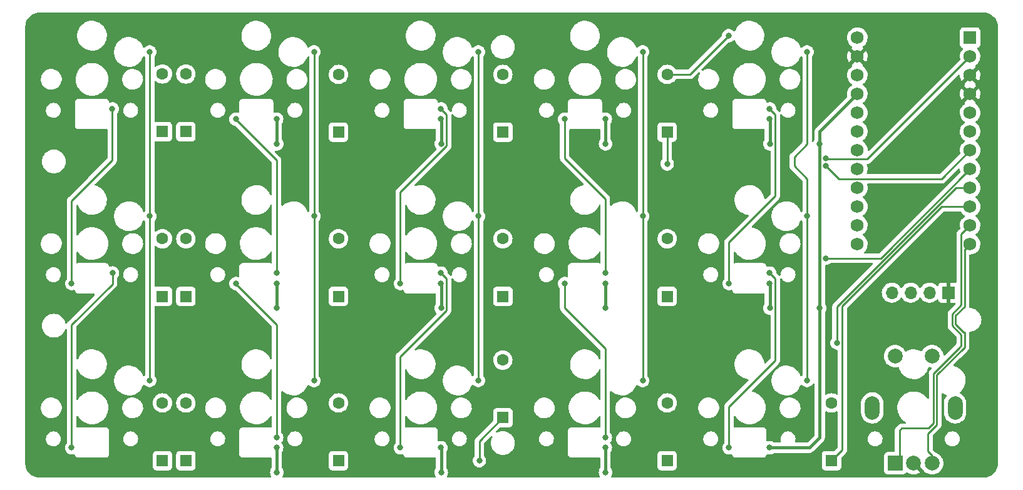
<source format=gtl>
G04 #@! TF.GenerationSoftware,KiCad,Pcbnew,(6.0.1-0)*
G04 #@! TF.CreationDate,2023-03-21T08:23:48-07:00*
G04 #@! TF.ProjectId,pcb,7063622e-6b69-4636-9164-5f7063625858,rev?*
G04 #@! TF.SameCoordinates,Original*
G04 #@! TF.FileFunction,Copper,L1,Top*
G04 #@! TF.FilePolarity,Positive*
%FSLAX46Y46*%
G04 Gerber Fmt 4.6, Leading zero omitted, Abs format (unit mm)*
G04 Created by KiCad (PCBNEW (6.0.1-0)) date 2023-03-21 08:23:48*
%MOMM*%
%LPD*%
G01*
G04 APERTURE LIST*
G04 #@! TA.AperFunction,ComponentPad*
%ADD10R,1.600000X1.600000*%
G04 #@! TD*
G04 #@! TA.AperFunction,ComponentPad*
%ADD11C,1.600000*%
G04 #@! TD*
G04 #@! TA.AperFunction,WasherPad*
%ADD12O,2.000000X3.200000*%
G04 #@! TD*
G04 #@! TA.AperFunction,ComponentPad*
%ADD13R,2.000000X2.000000*%
G04 #@! TD*
G04 #@! TA.AperFunction,ComponentPad*
%ADD14C,2.000000*%
G04 #@! TD*
G04 #@! TA.AperFunction,ComponentPad*
%ADD15R,1.700000X1.700000*%
G04 #@! TD*
G04 #@! TA.AperFunction,ComponentPad*
%ADD16O,1.700000X1.700000*%
G04 #@! TD*
G04 #@! TA.AperFunction,ComponentPad*
%ADD17R,1.752600X1.752600*%
G04 #@! TD*
G04 #@! TA.AperFunction,ComponentPad*
%ADD18C,1.752600*%
G04 #@! TD*
G04 #@! TA.AperFunction,ViaPad*
%ADD19C,0.800000*%
G04 #@! TD*
G04 #@! TA.AperFunction,Conductor*
%ADD20C,0.250000*%
G04 #@! TD*
G04 #@! TA.AperFunction,Conductor*
%ADD21C,0.381000*%
G04 #@! TD*
G04 APERTURE END LIST*
D10*
X158750000Y-71437500D03*
D11*
X158750000Y-63637500D03*
D10*
X93662500Y-71368750D03*
D11*
X93662500Y-63568750D03*
D10*
X93662500Y-115887500D03*
D11*
X93662500Y-108087500D03*
D10*
X114300000Y-115887500D03*
D11*
X114300000Y-108087500D03*
D10*
X114300000Y-71437500D03*
D11*
X114300000Y-63637500D03*
D10*
X114300000Y-93662500D03*
D11*
X114300000Y-85862500D03*
D12*
X186487500Y-108743750D03*
X197687500Y-108743750D03*
D13*
X189587500Y-116243750D03*
D14*
X194587500Y-116243750D03*
X192087500Y-116243750D03*
X194587500Y-101743750D03*
X189587500Y-101743750D03*
D10*
X136525000Y-71437500D03*
D11*
X136525000Y-63637500D03*
D10*
X93662500Y-93662500D03*
D11*
X93662500Y-85862500D03*
D15*
X196757500Y-93160750D03*
D16*
X194217500Y-93160750D03*
X191677500Y-93160750D03*
X189137500Y-93160750D03*
D10*
X136525000Y-110075000D03*
D11*
X136525000Y-102275000D03*
D10*
X158750000Y-115887500D03*
D11*
X158750000Y-108087500D03*
D10*
X90487500Y-93662500D03*
D11*
X90487500Y-85862500D03*
D10*
X158750000Y-93662500D03*
D11*
X158750000Y-85862500D03*
D10*
X90487500Y-115887500D03*
D11*
X90487500Y-108087500D03*
D10*
X180975000Y-115887500D03*
D11*
X180975000Y-108087500D03*
D10*
X90487500Y-71368750D03*
D11*
X90487500Y-63568750D03*
D10*
X136525000Y-93662500D03*
D11*
X136525000Y-85862500D03*
D17*
X199707500Y-58660500D03*
D18*
X199707500Y-61200500D03*
X199707500Y-63740500D03*
X199707500Y-66280500D03*
X199707500Y-68820500D03*
X199707500Y-71360500D03*
X199707500Y-73900500D03*
X199707500Y-76440500D03*
X199707500Y-78980500D03*
X199707500Y-81520500D03*
X199707500Y-84060500D03*
X199707500Y-86600500D03*
X184467500Y-86600500D03*
X184467500Y-84060500D03*
X184467500Y-81520500D03*
X184467500Y-78980500D03*
X184467500Y-76440500D03*
X184467500Y-73900500D03*
X184467500Y-71360500D03*
X184467500Y-68820500D03*
X184467500Y-66280500D03*
X184467500Y-63740500D03*
X184467500Y-61200500D03*
X184467500Y-58660500D03*
D19*
X192484375Y-80962500D03*
X122237500Y-62309375D03*
X110331250Y-57943750D03*
X182165625Y-91281250D03*
X144462500Y-61912500D03*
X188515625Y-105965625D03*
X175021875Y-101600000D03*
X88762500Y-105043750D03*
X88762500Y-60593750D03*
X88762500Y-82818750D03*
X105937500Y-114142750D03*
X105965625Y-117475000D03*
X128162500Y-114142750D03*
X128190625Y-117475000D03*
X150415625Y-95250000D03*
X179387500Y-95250000D03*
X150387500Y-114142750D03*
X150415625Y-117475000D03*
X105937500Y-91917750D03*
X128162500Y-91917750D03*
X150387500Y-69692750D03*
X179387500Y-73025000D03*
X105937500Y-69692750D03*
X128190625Y-95250000D03*
X128162500Y-69692750D03*
X150415625Y-73025000D03*
X128190625Y-73025000D03*
X105965625Y-95250000D03*
X172640625Y-95250000D03*
X150387500Y-91917750D03*
X172612500Y-114142750D03*
X172612500Y-91917750D03*
X172612500Y-69692750D03*
X172640625Y-73025000D03*
X105965625Y-73025000D03*
X78212500Y-91917750D03*
X83712500Y-68292750D03*
X180181250Y-75009375D03*
X105937500Y-90517750D03*
X100437500Y-69692750D03*
X110987500Y-60593750D03*
X110987500Y-82818750D03*
X110987500Y-105043750D03*
X122662500Y-91917750D03*
X128162500Y-68292750D03*
X133212500Y-105043750D03*
X133212500Y-60593750D03*
X133212500Y-82818750D03*
X133212500Y-82818750D03*
X150387500Y-90517750D03*
X144887500Y-69692750D03*
X172612500Y-68292750D03*
X167112500Y-91917750D03*
X167062500Y-58393750D03*
X155437500Y-60593750D03*
X155437500Y-82818750D03*
X155437500Y-105043750D03*
X78212500Y-114142750D03*
X83740625Y-90487500D03*
X105937500Y-112742750D03*
X100437500Y-91917750D03*
X122662500Y-114142750D03*
X128162500Y-90517750D03*
X150387500Y-112742750D03*
X144887500Y-91917750D03*
X167112500Y-114142750D03*
X172612500Y-90517750D03*
X180178576Y-76008874D03*
X158750000Y-75733875D03*
X181718951Y-99962701D03*
X133350000Y-115887500D03*
X177662500Y-60593750D03*
X177662500Y-82818750D03*
X177662500Y-105043750D03*
X180181250Y-88503125D03*
D20*
X194071875Y-111521875D02*
X194763459Y-110830291D01*
X197307209Y-96040535D02*
X197307209Y-97634466D01*
X190162480Y-115431270D02*
X190162480Y-111840966D01*
X194763459Y-104081100D02*
X198237904Y-100606654D01*
X198506689Y-85261311D02*
X198506689Y-94841054D01*
X199707500Y-84060500D02*
X198506689Y-85261311D01*
X190162480Y-111840966D02*
X190481571Y-111521875D01*
X198237904Y-100606654D02*
X198506689Y-100337870D01*
X198506689Y-98833946D02*
X198506689Y-100337869D01*
X198506689Y-100337869D02*
X198237904Y-100606654D01*
X198506689Y-94841054D02*
X197307209Y-96040535D01*
X194763459Y-110830291D02*
X194763459Y-104081100D01*
X189587500Y-116006250D02*
X190162480Y-115431270D01*
X197307209Y-97634466D02*
X198506689Y-98833946D01*
X190481571Y-111521875D02*
X194071875Y-111521875D01*
X189587500Y-116243750D02*
X189587500Y-116006250D01*
X198956209Y-98546834D02*
X198956209Y-100524068D01*
X198855295Y-98546834D02*
X198956209Y-98546834D01*
X194587500Y-115212500D02*
X194587500Y-116243750D01*
X195212979Y-111016488D02*
X194012520Y-112216948D01*
X198956209Y-95027252D02*
X197756729Y-96226732D01*
X199707500Y-86600500D02*
X198956209Y-87351791D01*
X198956209Y-100524068D02*
X195212979Y-104267297D01*
X197756729Y-97448268D02*
X198855295Y-98546834D01*
X197756729Y-96226732D02*
X197756729Y-97448268D01*
X195212979Y-104267297D02*
X195212979Y-111016488D01*
X198956209Y-87351791D02*
X198956209Y-95027252D01*
X194012520Y-112216948D02*
X194012520Y-114637520D01*
X194012520Y-114637520D02*
X194587500Y-115212500D01*
X88762500Y-82818750D02*
X88762500Y-60593750D01*
X88762500Y-82818750D02*
X88762500Y-105043750D01*
D21*
X150415625Y-73025000D02*
X150415625Y-69720875D01*
X105965625Y-114170875D02*
X105937500Y-114142750D01*
X179387500Y-94853125D02*
X179387500Y-112712500D01*
X172640625Y-95250000D02*
X172640625Y-91945875D01*
X172640625Y-69720875D02*
X172612500Y-69692750D01*
X105965625Y-69720875D02*
X105937500Y-69692750D01*
X150415625Y-117475000D02*
X150415625Y-114170875D01*
X150415625Y-95250000D02*
X150415625Y-91945875D01*
X179387500Y-73025000D02*
X179387500Y-71360500D01*
X150415625Y-91945875D02*
X150387500Y-91917750D01*
X128190625Y-91945875D02*
X128162500Y-91917750D01*
X179387500Y-71360500D02*
X184467500Y-66280500D01*
X179387500Y-112712500D02*
X177957250Y-114142750D01*
X105965625Y-91945875D02*
X105937500Y-91917750D01*
X179387500Y-73025000D02*
X179387500Y-94853125D01*
X172640625Y-91945875D02*
X172612500Y-91917750D01*
X128190625Y-73025000D02*
X128190625Y-69720875D01*
X128190625Y-117475000D02*
X128190625Y-114170875D01*
X128190625Y-114170875D02*
X128162500Y-114142750D01*
X172640625Y-73025000D02*
X172640625Y-69720875D01*
X128190625Y-69720875D02*
X128162500Y-69692750D01*
X105965625Y-73025000D02*
X105965625Y-69720875D01*
X105965625Y-117475000D02*
X105965625Y-114170875D01*
X105965625Y-95250000D02*
X105965625Y-91945875D01*
X177957250Y-114142750D02*
X172612500Y-114142750D01*
X150415625Y-69720875D02*
X150387500Y-69692750D01*
X128190625Y-95250000D02*
X128190625Y-91945875D01*
X150415625Y-114170875D02*
X150387500Y-114142750D01*
D20*
X78212500Y-80717776D02*
X83712500Y-75217776D01*
X83712500Y-75217776D02*
X83712500Y-68292750D01*
X78212500Y-91917750D02*
X78212500Y-80717776D01*
X185806689Y-75101311D02*
X180273186Y-75101311D01*
X180273186Y-75101311D02*
X180181250Y-75009375D01*
X199707500Y-61200500D02*
X185806689Y-75101311D01*
X105937500Y-90517750D02*
X105937500Y-75269554D01*
X100437500Y-69769554D02*
X100437500Y-69692750D01*
X105937500Y-75269554D02*
X100437500Y-69769554D01*
X110987500Y-82818750D02*
X110987500Y-60593750D01*
X110987500Y-82818750D02*
X110987500Y-105043750D01*
X122662500Y-79577739D02*
X122662500Y-81387500D01*
X128915136Y-73325103D02*
X122662500Y-79577739D01*
X128915136Y-69045386D02*
X128915136Y-73325103D01*
X122662500Y-91917750D02*
X122662500Y-81387500D01*
X128162500Y-68292750D02*
X128915136Y-69045386D01*
X133212500Y-82818750D02*
X133212500Y-105043750D01*
X133212500Y-82818750D02*
X133212500Y-60593750D01*
X144887500Y-69692750D02*
X144887500Y-74981250D01*
X150387500Y-80481250D02*
X144887500Y-74981250D01*
X150387500Y-90517750D02*
X150387500Y-80481250D01*
X173365136Y-69045386D02*
X173365136Y-80082298D01*
X172612500Y-68292750D02*
X173365136Y-69045386D01*
X167112500Y-86334933D02*
X172364342Y-81083092D01*
X173365136Y-80082298D02*
X172364342Y-81083092D01*
X167112500Y-91917750D02*
X167112500Y-86334933D01*
X158750000Y-63637500D02*
X161818750Y-63637500D01*
X161818750Y-63637500D02*
X167062500Y-58393750D01*
X155437500Y-82818750D02*
X155437500Y-60593750D01*
X155437500Y-82818750D02*
X155437500Y-105043750D01*
X83740625Y-90487500D02*
X83740625Y-91966429D01*
X83740625Y-91966429D02*
X78212500Y-97494554D01*
X78212500Y-97494554D02*
X78212500Y-114142750D01*
X105937500Y-97494554D02*
X100437500Y-91994554D01*
X100437500Y-91994554D02*
X100437500Y-91917750D01*
X105937500Y-112742750D02*
X105937500Y-97494554D01*
X122662500Y-114142750D02*
X122662500Y-102818750D01*
X122662500Y-101802739D02*
X122662500Y-102818750D01*
X128915136Y-95550103D02*
X122662500Y-101802739D01*
X128162500Y-90517750D02*
X128915136Y-91270386D01*
X128915136Y-91270386D02*
X128915136Y-95550103D01*
X144887500Y-91917750D02*
X144887500Y-95221875D01*
X150387500Y-112742750D02*
X150387500Y-100721875D01*
X150387500Y-100721875D02*
X144887500Y-95221875D01*
X173365136Y-91270386D02*
X173365136Y-102307297D01*
X173365136Y-102307297D02*
X167112500Y-108559933D01*
X167112500Y-108559933D02*
X167112500Y-114142750D01*
X172612500Y-90517750D02*
X173365136Y-91270386D01*
X181949391Y-77779689D02*
X195828311Y-77779689D01*
X180178576Y-76008874D02*
X181949391Y-77779689D01*
X195828311Y-77779689D02*
X199707500Y-73900500D01*
X158750000Y-71437500D02*
X158750000Y-75733875D01*
X136525000Y-110075000D02*
X133350000Y-113250000D01*
X197803219Y-78980500D02*
X199707500Y-78980500D01*
X181718951Y-95064767D02*
X197803219Y-78980500D01*
X133350000Y-113250000D02*
X133350000Y-115887500D01*
X181718951Y-99962701D02*
X181718951Y-95064767D01*
X182443462Y-114419038D02*
X182443462Y-94975974D01*
X182443462Y-94975974D02*
X195898936Y-81520500D01*
X180975000Y-115887500D02*
X182443462Y-114419038D01*
X195898936Y-81520500D02*
X199707500Y-81520500D01*
X177662500Y-73061586D02*
X175928604Y-74795482D01*
X175928604Y-76017018D02*
X177662500Y-77750914D01*
X175928604Y-74795482D02*
X175928604Y-76017018D01*
X177662500Y-82818750D02*
X177662500Y-105043750D01*
X177662500Y-77750914D02*
X177662500Y-82818750D01*
X177662500Y-60593750D02*
X177662500Y-73061586D01*
X187644875Y-88503125D02*
X180181250Y-88503125D01*
X199707500Y-76440500D02*
X187644875Y-88503125D01*
G04 #@! TA.AperFunction,Conductor*
G36*
X201582557Y-55278250D02*
G01*
X201597358Y-55280555D01*
X201597361Y-55280555D01*
X201606230Y-55281936D01*
X201622499Y-55279809D01*
X201647067Y-55279016D01*
X201848766Y-55292236D01*
X201865106Y-55294387D01*
X202089233Y-55338968D01*
X202105154Y-55343234D01*
X202321543Y-55416689D01*
X202336769Y-55422996D01*
X202541717Y-55524065D01*
X202555991Y-55532306D01*
X202745997Y-55659264D01*
X202759072Y-55669297D01*
X202930886Y-55819973D01*
X202942527Y-55831614D01*
X203092295Y-56002392D01*
X203093203Y-56003428D01*
X203103236Y-56016503D01*
X203230194Y-56206509D01*
X203238435Y-56220783D01*
X203339504Y-56425731D01*
X203345811Y-56440957D01*
X203419266Y-56657346D01*
X203423532Y-56673267D01*
X203468113Y-56897394D01*
X203470264Y-56913734D01*
X203483014Y-57108268D01*
X203481989Y-57131304D01*
X203481946Y-57134854D01*
X203480564Y-57143730D01*
X203483024Y-57162539D01*
X203484686Y-57175251D01*
X203485750Y-57191589D01*
X203485750Y-116235047D01*
X203484250Y-116254431D01*
X203480564Y-116278105D01*
X203482691Y-116294374D01*
X203483484Y-116318942D01*
X203470264Y-116520641D01*
X203468113Y-116536981D01*
X203423532Y-116761108D01*
X203419266Y-116777029D01*
X203345811Y-116993418D01*
X203339504Y-117008644D01*
X203238435Y-117213592D01*
X203230194Y-117227866D01*
X203103236Y-117417872D01*
X203093203Y-117430947D01*
X202942527Y-117602761D01*
X202930886Y-117614402D01*
X202781402Y-117745495D01*
X202759072Y-117765078D01*
X202745997Y-117775111D01*
X202555991Y-117902069D01*
X202541717Y-117910310D01*
X202336769Y-118011379D01*
X202321543Y-118017686D01*
X202105154Y-118091141D01*
X202089233Y-118095407D01*
X201865106Y-118139988D01*
X201848766Y-118142139D01*
X201654232Y-118154889D01*
X201631196Y-118153864D01*
X201627646Y-118153821D01*
X201618770Y-118152439D01*
X201590262Y-118156167D01*
X201587249Y-118156561D01*
X201570911Y-118157625D01*
X151288794Y-118157625D01*
X151220673Y-118137623D01*
X151174180Y-118083967D01*
X151164076Y-118013693D01*
X151179675Y-117968625D01*
X151213344Y-117910310D01*
X151250152Y-117846556D01*
X151309167Y-117664928D01*
X151329129Y-117475000D01*
X151317196Y-117361465D01*
X151309857Y-117291635D01*
X151309857Y-117291633D01*
X151309167Y-117285072D01*
X151250152Y-117103444D01*
X151154665Y-116938056D01*
X151146988Y-116929530D01*
X151116272Y-116865524D01*
X151114625Y-116845221D01*
X151114625Y-116735634D01*
X157441500Y-116735634D01*
X157448255Y-116797816D01*
X157499385Y-116934205D01*
X157586739Y-117050761D01*
X157703295Y-117138115D01*
X157839684Y-117189245D01*
X157901866Y-117196000D01*
X159598134Y-117196000D01*
X159660316Y-117189245D01*
X159796705Y-117138115D01*
X159913261Y-117050761D01*
X160000615Y-116934205D01*
X160051745Y-116797816D01*
X160058500Y-116735634D01*
X160058500Y-115039366D01*
X160051745Y-114977184D01*
X160000615Y-114840795D01*
X159913261Y-114724239D01*
X159796705Y-114636885D01*
X159660316Y-114585755D01*
X159598134Y-114579000D01*
X157901866Y-114579000D01*
X157839684Y-114585755D01*
X157703295Y-114636885D01*
X157586739Y-114724239D01*
X157499385Y-114840795D01*
X157448255Y-114977184D01*
X157441500Y-115039366D01*
X157441500Y-116735634D01*
X151114625Y-116735634D01*
X151114625Y-114734093D01*
X151131506Y-114671093D01*
X151218723Y-114520029D01*
X151218724Y-114520028D01*
X151222027Y-114514306D01*
X151281042Y-114332678D01*
X151301004Y-114142750D01*
X166198996Y-114142750D01*
X166218958Y-114332678D01*
X166277973Y-114514306D01*
X166373460Y-114679694D01*
X166377878Y-114684601D01*
X166377879Y-114684602D01*
X166496825Y-114816705D01*
X166501247Y-114821616D01*
X166655748Y-114933868D01*
X166661776Y-114936552D01*
X166661778Y-114936553D01*
X166824181Y-115008859D01*
X166830212Y-115011544D01*
X166923612Y-115031397D01*
X167010556Y-115049878D01*
X167010561Y-115049878D01*
X167017013Y-115051250D01*
X167207987Y-115051250D01*
X167214439Y-115049878D01*
X167214444Y-115049878D01*
X167369162Y-115016991D01*
X167394788Y-115011544D01*
X167400823Y-115008857D01*
X167402445Y-115008330D01*
X167473413Y-115006302D01*
X167534211Y-115042964D01*
X167566111Y-115110302D01*
X167566587Y-115113622D01*
X167569905Y-115136795D01*
X167580521Y-115160145D01*
X167586964Y-115177657D01*
X167594012Y-115202315D01*
X167609774Y-115227298D01*
X167617904Y-115242364D01*
X167630133Y-115269260D01*
X167646874Y-115288689D01*
X167657979Y-115303697D01*
X167671660Y-115325381D01*
X167678388Y-115331323D01*
X167693796Y-115344931D01*
X167705840Y-115357123D01*
X167725119Y-115379497D01*
X167732647Y-115384376D01*
X167732650Y-115384379D01*
X167746639Y-115393446D01*
X167761513Y-115404736D01*
X167780728Y-115421706D01*
X167788854Y-115425521D01*
X167788855Y-115425522D01*
X167794521Y-115428182D01*
X167807466Y-115434260D01*
X167822435Y-115442574D01*
X167847227Y-115458643D01*
X167864150Y-115463704D01*
X167871790Y-115465989D01*
X167889236Y-115472651D01*
X167912448Y-115483549D01*
X167941630Y-115488093D01*
X167958349Y-115491876D01*
X167978036Y-115497764D01*
X167978039Y-115497765D01*
X167986641Y-115500337D01*
X167995616Y-115500392D01*
X167995617Y-115500392D01*
X168002310Y-115500433D01*
X168021056Y-115500547D01*
X168021828Y-115500580D01*
X168022923Y-115500750D01*
X168053798Y-115500750D01*
X168054568Y-115500752D01*
X168128216Y-115501202D01*
X168128217Y-115501202D01*
X168132152Y-115501226D01*
X168133496Y-115500842D01*
X168134841Y-115500750D01*
X171653798Y-115500750D01*
X171654569Y-115500752D01*
X171732152Y-115501226D01*
X171740781Y-115498760D01*
X171740786Y-115498759D01*
X171760548Y-115493111D01*
X171777309Y-115489533D01*
X171797652Y-115486620D01*
X171797662Y-115486617D01*
X171806545Y-115485345D01*
X171829895Y-115474729D01*
X171847407Y-115468286D01*
X171863437Y-115463704D01*
X171872065Y-115461238D01*
X171897048Y-115445476D01*
X171912114Y-115437346D01*
X171939010Y-115425117D01*
X171958439Y-115408376D01*
X171973447Y-115397271D01*
X171987539Y-115388380D01*
X171995131Y-115383590D01*
X172014682Y-115361453D01*
X172026874Y-115349409D01*
X172042449Y-115335989D01*
X172042450Y-115335987D01*
X172049247Y-115330131D01*
X172054126Y-115322603D01*
X172054129Y-115322600D01*
X172063196Y-115308611D01*
X172074486Y-115293737D01*
X172085512Y-115281252D01*
X172091456Y-115274522D01*
X172104010Y-115247784D01*
X172112324Y-115232815D01*
X172128393Y-115208023D01*
X172135739Y-115183459D01*
X172142401Y-115166014D01*
X172149483Y-115150929D01*
X172153299Y-115142802D01*
X172157843Y-115113620D01*
X172161628Y-115096892D01*
X172163061Y-115092102D01*
X172201748Y-115032572D01*
X172266479Y-115003408D01*
X172322709Y-115008381D01*
X172324184Y-115008860D01*
X172330212Y-115011544D01*
X172399238Y-115026216D01*
X172510556Y-115049878D01*
X172510561Y-115049878D01*
X172517013Y-115051250D01*
X172707987Y-115051250D01*
X172714439Y-115049878D01*
X172714444Y-115049878D01*
X172801388Y-115031397D01*
X172894788Y-115011544D01*
X172900819Y-115008859D01*
X173063222Y-114936553D01*
X173063224Y-114936552D01*
X173069252Y-114933868D01*
X173162920Y-114865814D01*
X173229788Y-114841956D01*
X173236981Y-114841750D01*
X177928651Y-114841750D01*
X177937221Y-114842042D01*
X177986527Y-114845404D01*
X177986531Y-114845404D01*
X177994102Y-114845920D01*
X178001578Y-114844615D01*
X178001582Y-114844615D01*
X178056174Y-114835087D01*
X178062699Y-114834124D01*
X178117668Y-114827472D01*
X178117670Y-114827471D01*
X178125210Y-114826559D01*
X178132312Y-114823875D01*
X178135750Y-114823031D01*
X178149873Y-114819167D01*
X178153284Y-114818137D01*
X178160767Y-114816831D01*
X178218447Y-114791511D01*
X178224554Y-114789020D01*
X178276367Y-114769441D01*
X178276368Y-114769440D01*
X178283472Y-114766756D01*
X178289727Y-114762457D01*
X178292868Y-114760815D01*
X178305622Y-114753717D01*
X178308728Y-114751880D01*
X178315683Y-114748827D01*
X178321710Y-114744202D01*
X178321714Y-114744200D01*
X178365652Y-114710485D01*
X178370970Y-114706621D01*
X178422902Y-114670929D01*
X178455381Y-114634476D01*
X178463768Y-114625062D01*
X178468749Y-114619786D01*
X179861538Y-113226997D01*
X179867804Y-113221143D01*
X179905049Y-113188652D01*
X179910774Y-113183658D01*
X179946994Y-113132122D01*
X179950927Y-113126826D01*
X179985106Y-113083237D01*
X179985108Y-113083234D01*
X179989792Y-113077260D01*
X179992918Y-113070336D01*
X179994756Y-113067301D01*
X180002000Y-113054602D01*
X180003688Y-113051454D01*
X180008056Y-113045239D01*
X180030938Y-112986550D01*
X180033478Y-112980505D01*
X180059413Y-112923065D01*
X180060798Y-112915592D01*
X180061869Y-112912174D01*
X180065854Y-112898185D01*
X180066751Y-112894693D01*
X180069512Y-112887611D01*
X180071215Y-112874679D01*
X180077733Y-112825170D01*
X180078765Y-112818657D01*
X180088861Y-112764182D01*
X180088861Y-112764180D01*
X180090245Y-112756713D01*
X180086709Y-112695387D01*
X180086500Y-112688135D01*
X180086500Y-109304793D01*
X180106502Y-109236672D01*
X180160158Y-109190179D01*
X180230432Y-109180075D01*
X180284771Y-109201580D01*
X180318251Y-109225023D01*
X180323233Y-109227346D01*
X180323238Y-109227349D01*
X180489319Y-109304793D01*
X180525757Y-109321784D01*
X180531065Y-109323206D01*
X180531067Y-109323207D01*
X180741598Y-109379619D01*
X180741600Y-109379619D01*
X180746913Y-109381043D01*
X180975000Y-109400998D01*
X181203087Y-109381043D01*
X181208400Y-109379619D01*
X181208402Y-109379619D01*
X181418933Y-109323207D01*
X181418935Y-109323206D01*
X181424243Y-109321784D01*
X181429225Y-109319461D01*
X181429230Y-109319459D01*
X181630713Y-109225507D01*
X181700904Y-109214846D01*
X181765717Y-109243826D01*
X181804573Y-109303246D01*
X181809962Y-109339702D01*
X181809962Y-114104444D01*
X181789960Y-114172565D01*
X181773057Y-114193539D01*
X181424501Y-114542095D01*
X181362189Y-114576121D01*
X181335406Y-114579000D01*
X180126866Y-114579000D01*
X180064684Y-114585755D01*
X179928295Y-114636885D01*
X179811739Y-114724239D01*
X179724385Y-114840795D01*
X179673255Y-114977184D01*
X179666500Y-115039366D01*
X179666500Y-116735634D01*
X179673255Y-116797816D01*
X179724385Y-116934205D01*
X179811739Y-117050761D01*
X179928295Y-117138115D01*
X180064684Y-117189245D01*
X180126866Y-117196000D01*
X181823134Y-117196000D01*
X181885316Y-117189245D01*
X182021705Y-117138115D01*
X182138261Y-117050761D01*
X182225615Y-116934205D01*
X182276745Y-116797816D01*
X182283500Y-116735634D01*
X182283500Y-115527095D01*
X182303502Y-115458974D01*
X182320405Y-115438000D01*
X182835715Y-114922690D01*
X182844001Y-114915150D01*
X182850480Y-114911038D01*
X182897106Y-114861386D01*
X182899860Y-114858545D01*
X182919597Y-114838808D01*
X182922077Y-114835611D01*
X182929782Y-114826589D01*
X182936806Y-114819109D01*
X182960048Y-114794359D01*
X182963867Y-114787413D01*
X182963869Y-114787410D01*
X182969810Y-114776604D01*
X182980661Y-114760085D01*
X182981021Y-114759621D01*
X182993076Y-114744079D01*
X182996221Y-114736810D01*
X182996224Y-114736806D01*
X183010636Y-114703501D01*
X183015853Y-114692851D01*
X183037157Y-114654098D01*
X183042195Y-114634475D01*
X183048599Y-114615772D01*
X183053495Y-114604458D01*
X183053495Y-114604457D01*
X183056643Y-114597183D01*
X183057882Y-114589360D01*
X183057885Y-114589350D01*
X183063561Y-114553514D01*
X183065967Y-114541894D01*
X183074990Y-114506749D01*
X183074990Y-114506748D01*
X183076962Y-114499068D01*
X183076962Y-114478814D01*
X183078513Y-114459103D01*
X183080442Y-114446924D01*
X183081682Y-114439095D01*
X183077521Y-114395076D01*
X183076962Y-114383219D01*
X183076962Y-112936675D01*
X185854145Y-112936675D01*
X185858405Y-112983484D01*
X185870422Y-113115524D01*
X185872070Y-113133638D01*
X185873808Y-113139544D01*
X185873809Y-113139548D01*
X185899547Y-113226997D01*
X185927910Y-113323369D01*
X185930763Y-113328827D01*
X185930765Y-113328831D01*
X185952336Y-113370092D01*
X186019540Y-113498640D01*
X186143468Y-113652775D01*
X186148192Y-113656739D01*
X186155433Y-113662815D01*
X186294974Y-113779904D01*
X186300372Y-113782871D01*
X186300377Y-113782875D01*
X186443680Y-113861655D01*
X186468287Y-113875183D01*
X186474154Y-113877044D01*
X186474156Y-113877045D01*
X186650936Y-113933123D01*
X186656806Y-113934985D01*
X186810727Y-113952250D01*
X186917269Y-113952250D01*
X186920325Y-113951950D01*
X186920332Y-113951950D01*
X186978840Y-113946213D01*
X187064333Y-113937830D01*
X187070234Y-113936048D01*
X187070236Y-113936048D01*
X187143553Y-113913912D01*
X187253669Y-113880666D01*
X187428296Y-113787816D01*
X187514562Y-113717459D01*
X187576787Y-113666710D01*
X187576790Y-113666707D01*
X187581562Y-113662815D01*
X187632780Y-113600903D01*
X187703701Y-113515175D01*
X187703703Y-113515171D01*
X187707630Y-113510425D01*
X187801698Y-113336451D01*
X187860182Y-113147518D01*
X187862286Y-113127499D01*
X187880211Y-112956954D01*
X187880211Y-112956952D01*
X187880855Y-112950825D01*
X187864356Y-112769528D01*
X187863489Y-112760001D01*
X187863488Y-112759998D01*
X187862930Y-112753862D01*
X187857728Y-112736185D01*
X187808830Y-112570044D01*
X187807090Y-112564131D01*
X187797419Y-112545631D01*
X187718313Y-112394318D01*
X187715460Y-112388860D01*
X187591532Y-112234725D01*
X187585227Y-112229434D01*
X187460215Y-112124537D01*
X187440026Y-112107596D01*
X187434628Y-112104629D01*
X187434623Y-112104625D01*
X187272108Y-112015283D01*
X187272109Y-112015283D01*
X187266713Y-112012317D01*
X187260846Y-112010456D01*
X187260844Y-112010455D01*
X187084064Y-111954377D01*
X187084063Y-111954377D01*
X187078194Y-111952515D01*
X186924273Y-111935250D01*
X186817731Y-111935250D01*
X186814675Y-111935550D01*
X186814668Y-111935550D01*
X186756160Y-111941287D01*
X186670667Y-111949670D01*
X186664766Y-111951452D01*
X186664764Y-111951452D01*
X186622982Y-111964067D01*
X186481331Y-112006834D01*
X186306704Y-112099684D01*
X186220438Y-112170041D01*
X186158213Y-112220790D01*
X186158210Y-112220793D01*
X186153438Y-112224685D01*
X186149511Y-112229432D01*
X186149509Y-112229434D01*
X186031299Y-112372325D01*
X186031297Y-112372329D01*
X186027370Y-112377075D01*
X185933302Y-112551049D01*
X185874818Y-112739982D01*
X185874174Y-112746107D01*
X185874174Y-112746108D01*
X185857059Y-112908953D01*
X185854145Y-112936675D01*
X183076962Y-112936675D01*
X183076962Y-109404751D01*
X184979000Y-109404751D01*
X184979202Y-109407259D01*
X184979202Y-109407264D01*
X184993154Y-109580663D01*
X184993560Y-109585715D01*
X184994766Y-109590623D01*
X184994766Y-109590626D01*
X185017726Y-109684103D01*
X185051463Y-109821456D01*
X185053438Y-109826108D01*
X185053439Y-109826112D01*
X185083313Y-109896490D01*
X185146312Y-110044906D01*
X185167419Y-110078423D01*
X185213911Y-110152250D01*
X185275667Y-110250317D01*
X185279012Y-110254111D01*
X185432850Y-110428608D01*
X185432853Y-110428611D01*
X185436198Y-110432405D01*
X185440106Y-110435615D01*
X185440107Y-110435616D01*
X185571451Y-110543502D01*
X185623778Y-110586484D01*
X185728678Y-110647538D01*
X185818510Y-110699821D01*
X185833578Y-110708591D01*
X185838301Y-110710404D01*
X186055478Y-110793770D01*
X186055482Y-110793771D01*
X186060202Y-110795583D01*
X186065152Y-110796617D01*
X186065155Y-110796618D01*
X186292869Y-110844190D01*
X186292873Y-110844190D01*
X186297820Y-110845224D01*
X186540317Y-110856236D01*
X186545337Y-110855655D01*
X186545341Y-110855655D01*
X186776429Y-110828917D01*
X186776433Y-110828916D01*
X186781456Y-110828335D01*
X186786320Y-110826959D01*
X186786323Y-110826958D01*
X187010169Y-110763616D01*
X187010168Y-110763616D01*
X187015032Y-110762240D01*
X187019608Y-110760106D01*
X187019614Y-110760104D01*
X187230454Y-110661788D01*
X187230458Y-110661786D01*
X187235036Y-110659651D01*
X187241455Y-110655289D01*
X187402704Y-110545703D01*
X187435807Y-110523206D01*
X187612181Y-110356418D01*
X187690401Y-110254111D01*
X187756547Y-110167596D01*
X187756550Y-110167592D01*
X187759620Y-110163576D01*
X187765731Y-110152180D01*
X187871939Y-109954102D01*
X187874331Y-109949641D01*
X187953362Y-109720119D01*
X187970522Y-109620772D01*
X187994004Y-109484824D01*
X187994005Y-109484818D01*
X187994679Y-109480914D01*
X187996000Y-109451825D01*
X187996000Y-108845236D01*
X187997092Y-108828680D01*
X187998823Y-108815622D01*
X187998823Y-108815619D01*
X187999523Y-108810339D01*
X187996089Y-108718874D01*
X187996000Y-108714148D01*
X187996000Y-108082749D01*
X187994373Y-108062526D01*
X187981846Y-107906826D01*
X187981845Y-107906821D01*
X187981440Y-107901785D01*
X187968078Y-107847382D01*
X187924744Y-107670958D01*
X187923537Y-107666044D01*
X187911314Y-107637247D01*
X187830665Y-107447252D01*
X187828688Y-107442594D01*
X187770325Y-107349916D01*
X187702028Y-107241462D01*
X187702026Y-107241459D01*
X187699333Y-107237183D01*
X187627894Y-107156151D01*
X187542150Y-107058892D01*
X187542147Y-107058889D01*
X187538802Y-107055095D01*
X187534893Y-107051884D01*
X187355128Y-106904224D01*
X187355125Y-106904222D01*
X187351222Y-106901016D01*
X187183493Y-106803395D01*
X187145790Y-106781451D01*
X187145788Y-106781450D01*
X187141422Y-106778909D01*
X187070907Y-106751841D01*
X186919522Y-106693730D01*
X186919518Y-106693729D01*
X186914798Y-106691917D01*
X186909848Y-106690883D01*
X186909845Y-106690882D01*
X186682131Y-106643310D01*
X186682127Y-106643310D01*
X186677180Y-106642276D01*
X186434683Y-106631264D01*
X186429663Y-106631845D01*
X186429659Y-106631845D01*
X186198571Y-106658583D01*
X186198567Y-106658584D01*
X186193544Y-106659165D01*
X186188680Y-106660541D01*
X186188677Y-106660542D01*
X186112560Y-106682081D01*
X185959968Y-106725260D01*
X185955392Y-106727394D01*
X185955386Y-106727396D01*
X185744546Y-106825712D01*
X185744542Y-106825714D01*
X185739964Y-106827849D01*
X185735783Y-106830690D01*
X185735782Y-106830691D01*
X185729003Y-106835298D01*
X185539193Y-106964294D01*
X185362819Y-107131082D01*
X185359741Y-107135108D01*
X185359740Y-107135109D01*
X185218453Y-107319904D01*
X185218450Y-107319908D01*
X185215380Y-107323924D01*
X185212990Y-107328382D01*
X185212989Y-107328383D01*
X185169002Y-107410418D01*
X185100669Y-107537859D01*
X185021638Y-107767381D01*
X185020776Y-107772373D01*
X184982397Y-107994568D01*
X184980321Y-108006586D01*
X184979000Y-108035675D01*
X184979000Y-109404751D01*
X183076962Y-109404751D01*
X183076962Y-95290568D01*
X183096964Y-95222447D01*
X183113867Y-95201473D01*
X185187895Y-93127445D01*
X187774751Y-93127445D01*
X187775048Y-93132598D01*
X187775048Y-93132601D01*
X187783326Y-93276171D01*
X187787610Y-93350465D01*
X187788747Y-93355511D01*
X187788748Y-93355517D01*
X187809775Y-93448819D01*
X187836722Y-93568389D01*
X187920766Y-93775366D01*
X187972442Y-93859694D01*
X188034791Y-93961438D01*
X188037487Y-93965838D01*
X188183750Y-94134688D01*
X188355626Y-94277382D01*
X188548500Y-94390088D01*
X188757192Y-94469780D01*
X188762260Y-94470811D01*
X188762263Y-94470812D01*
X188869517Y-94492633D01*
X188976097Y-94514317D01*
X188981272Y-94514507D01*
X188981274Y-94514507D01*
X189194173Y-94522314D01*
X189194177Y-94522314D01*
X189199337Y-94522503D01*
X189204457Y-94521847D01*
X189204459Y-94521847D01*
X189415788Y-94494775D01*
X189415789Y-94494775D01*
X189420916Y-94494118D01*
X189425866Y-94492633D01*
X189629929Y-94431411D01*
X189629934Y-94431409D01*
X189634884Y-94429924D01*
X189835494Y-94331646D01*
X190017360Y-94201923D01*
X190175596Y-94044239D01*
X190235094Y-93961439D01*
X190305953Y-93862827D01*
X190307276Y-93863778D01*
X190354145Y-93820607D01*
X190424080Y-93808375D01*
X190489526Y-93835894D01*
X190517375Y-93867744D01*
X190577487Y-93965838D01*
X190723750Y-94134688D01*
X190895626Y-94277382D01*
X191088500Y-94390088D01*
X191297192Y-94469780D01*
X191302260Y-94470811D01*
X191302263Y-94470812D01*
X191409517Y-94492633D01*
X191516097Y-94514317D01*
X191521272Y-94514507D01*
X191521274Y-94514507D01*
X191734173Y-94522314D01*
X191734177Y-94522314D01*
X191739337Y-94522503D01*
X191744457Y-94521847D01*
X191744459Y-94521847D01*
X191955788Y-94494775D01*
X191955789Y-94494775D01*
X191960916Y-94494118D01*
X191965866Y-94492633D01*
X192169929Y-94431411D01*
X192169934Y-94431409D01*
X192174884Y-94429924D01*
X192375494Y-94331646D01*
X192557360Y-94201923D01*
X192715596Y-94044239D01*
X192775094Y-93961439D01*
X192845953Y-93862827D01*
X192847276Y-93863778D01*
X192894145Y-93820607D01*
X192964080Y-93808375D01*
X193029526Y-93835894D01*
X193057375Y-93867744D01*
X193117487Y-93965838D01*
X193263750Y-94134688D01*
X193435626Y-94277382D01*
X193628500Y-94390088D01*
X193837192Y-94469780D01*
X193842260Y-94470811D01*
X193842263Y-94470812D01*
X193949517Y-94492633D01*
X194056097Y-94514317D01*
X194061272Y-94514507D01*
X194061274Y-94514507D01*
X194274173Y-94522314D01*
X194274177Y-94522314D01*
X194279337Y-94522503D01*
X194284457Y-94521847D01*
X194284459Y-94521847D01*
X194495788Y-94494775D01*
X194495789Y-94494775D01*
X194500916Y-94494118D01*
X194505866Y-94492633D01*
X194709929Y-94431411D01*
X194709934Y-94431409D01*
X194714884Y-94429924D01*
X194915494Y-94331646D01*
X195097360Y-94201923D01*
X195164831Y-94134688D01*
X195205979Y-94093683D01*
X195268351Y-94059767D01*
X195339158Y-94064955D01*
X195395919Y-94107601D01*
X195412901Y-94138704D01*
X195454176Y-94248804D01*
X195462714Y-94264399D01*
X195539215Y-94366474D01*
X195551776Y-94379035D01*
X195653851Y-94455536D01*
X195669446Y-94464074D01*
X195789894Y-94509228D01*
X195805149Y-94512855D01*
X195856014Y-94518381D01*
X195862828Y-94518750D01*
X196485385Y-94518750D01*
X196500624Y-94514275D01*
X196501829Y-94512885D01*
X196503500Y-94505202D01*
X196503500Y-91820866D01*
X196499025Y-91805627D01*
X196497635Y-91804422D01*
X196489952Y-91802751D01*
X195862831Y-91802751D01*
X195856010Y-91803121D01*
X195805148Y-91808645D01*
X195789896Y-91812271D01*
X195669446Y-91857426D01*
X195653851Y-91865964D01*
X195551776Y-91942465D01*
X195539215Y-91955026D01*
X195462714Y-92057101D01*
X195454176Y-92072696D01*
X195412797Y-92183072D01*
X195370155Y-92239837D01*
X195303593Y-92264536D01*
X195234244Y-92249328D01*
X195201621Y-92223641D01*
X195150651Y-92167626D01*
X195150645Y-92167620D01*
X195147170Y-92163801D01*
X195143119Y-92160602D01*
X195143115Y-92160598D01*
X194975914Y-92028550D01*
X194975910Y-92028548D01*
X194971859Y-92025348D01*
X194776289Y-91917388D01*
X194771420Y-91915664D01*
X194771416Y-91915662D01*
X194570587Y-91844545D01*
X194570583Y-91844544D01*
X194565712Y-91842819D01*
X194560619Y-91841912D01*
X194560616Y-91841911D01*
X194350873Y-91804550D01*
X194350867Y-91804549D01*
X194345784Y-91803644D01*
X194262214Y-91802623D01*
X194127581Y-91800978D01*
X194127579Y-91800978D01*
X194122411Y-91800915D01*
X193901591Y-91834705D01*
X193689256Y-91904107D01*
X193491107Y-92007257D01*
X193486974Y-92010360D01*
X193486971Y-92010362D01*
X193348997Y-92113956D01*
X193312465Y-92141385D01*
X193158129Y-92302888D01*
X193050701Y-92460371D01*
X192995793Y-92505371D01*
X192925268Y-92513542D01*
X192861521Y-92482288D01*
X192840824Y-92457804D01*
X192760322Y-92333367D01*
X192760320Y-92333364D01*
X192757514Y-92329027D01*
X192607170Y-92163801D01*
X192603119Y-92160602D01*
X192603115Y-92160598D01*
X192435914Y-92028550D01*
X192435910Y-92028548D01*
X192431859Y-92025348D01*
X192236289Y-91917388D01*
X192231420Y-91915664D01*
X192231416Y-91915662D01*
X192030587Y-91844545D01*
X192030583Y-91844544D01*
X192025712Y-91842819D01*
X192020619Y-91841912D01*
X192020616Y-91841911D01*
X191810873Y-91804550D01*
X191810867Y-91804549D01*
X191805784Y-91803644D01*
X191722214Y-91802623D01*
X191587581Y-91800978D01*
X191587579Y-91800978D01*
X191582411Y-91800915D01*
X191361591Y-91834705D01*
X191149256Y-91904107D01*
X190951107Y-92007257D01*
X190946974Y-92010360D01*
X190946971Y-92010362D01*
X190808997Y-92113956D01*
X190772465Y-92141385D01*
X190618129Y-92302888D01*
X190510701Y-92460371D01*
X190455793Y-92505371D01*
X190385268Y-92513542D01*
X190321521Y-92482288D01*
X190300824Y-92457804D01*
X190220322Y-92333367D01*
X190220320Y-92333364D01*
X190217514Y-92329027D01*
X190067170Y-92163801D01*
X190063119Y-92160602D01*
X190063115Y-92160598D01*
X189895914Y-92028550D01*
X189895910Y-92028548D01*
X189891859Y-92025348D01*
X189696289Y-91917388D01*
X189691420Y-91915664D01*
X189691416Y-91915662D01*
X189490587Y-91844545D01*
X189490583Y-91844544D01*
X189485712Y-91842819D01*
X189480619Y-91841912D01*
X189480616Y-91841911D01*
X189270873Y-91804550D01*
X189270867Y-91804549D01*
X189265784Y-91803644D01*
X189182214Y-91802623D01*
X189047581Y-91800978D01*
X189047579Y-91800978D01*
X189042411Y-91800915D01*
X188821591Y-91834705D01*
X188609256Y-91904107D01*
X188411107Y-92007257D01*
X188406974Y-92010360D01*
X188406971Y-92010362D01*
X188268997Y-92113956D01*
X188232465Y-92141385D01*
X188078129Y-92302888D01*
X188075220Y-92307153D01*
X188075214Y-92307161D01*
X188035704Y-92365080D01*
X187952243Y-92487430D01*
X187858188Y-92690055D01*
X187798489Y-92905320D01*
X187774751Y-93127445D01*
X185187895Y-93127445D01*
X196124436Y-82190905D01*
X196186748Y-82156879D01*
X196213531Y-82154000D01*
X198400927Y-82154000D01*
X198469048Y-82174002D01*
X198508359Y-82214165D01*
X198583489Y-82336764D01*
X198583492Y-82336768D01*
X198586192Y-82341174D01*
X198735286Y-82513293D01*
X198910489Y-82658749D01*
X198914940Y-82661350D01*
X198914950Y-82661357D01*
X198947766Y-82680533D01*
X198996489Y-82732172D01*
X199009559Y-82801955D01*
X198982826Y-82867727D01*
X198959853Y-82890075D01*
X198784944Y-83021400D01*
X198627620Y-83186030D01*
X198624706Y-83190302D01*
X198624705Y-83190303D01*
X198597721Y-83229860D01*
X198499297Y-83374145D01*
X198403421Y-83580692D01*
X198342567Y-83800125D01*
X198318369Y-84026550D01*
X198318666Y-84031702D01*
X198318666Y-84031706D01*
X198323483Y-84115240D01*
X198331477Y-84253887D01*
X198368951Y-84420173D01*
X198364415Y-84491022D01*
X198335129Y-84536966D01*
X198114436Y-84757659D01*
X198106150Y-84765199D01*
X198099671Y-84769311D01*
X198094246Y-84775088D01*
X198053046Y-84818962D01*
X198050291Y-84821804D01*
X198030554Y-84841541D01*
X198028074Y-84844738D01*
X198020371Y-84853758D01*
X197990103Y-84885990D01*
X197986284Y-84892936D01*
X197986282Y-84892939D01*
X197980341Y-84903745D01*
X197969490Y-84920264D01*
X197957075Y-84936270D01*
X197953930Y-84943539D01*
X197953927Y-84943543D01*
X197939515Y-84976848D01*
X197934298Y-84987498D01*
X197912994Y-85026251D01*
X197911023Y-85033926D01*
X197911023Y-85033927D01*
X197907956Y-85045873D01*
X197901552Y-85064577D01*
X197893508Y-85083166D01*
X197892269Y-85090989D01*
X197892266Y-85090999D01*
X197886590Y-85126835D01*
X197884184Y-85138455D01*
X197880446Y-85153016D01*
X197873189Y-85181281D01*
X197873189Y-85201535D01*
X197871638Y-85221245D01*
X197868469Y-85241254D01*
X197869215Y-85249146D01*
X197872630Y-85285272D01*
X197873189Y-85297130D01*
X197873189Y-91688009D01*
X197853187Y-91756130D01*
X197799531Y-91802623D01*
X197729257Y-91812727D01*
X197718045Y-91810592D01*
X197709856Y-91808645D01*
X197658986Y-91803119D01*
X197652172Y-91802750D01*
X197029615Y-91802750D01*
X197014376Y-91807225D01*
X197013171Y-91808615D01*
X197011500Y-91816298D01*
X197011500Y-94500634D01*
X197015975Y-94515873D01*
X197017365Y-94517078D01*
X197025048Y-94518749D01*
X197628899Y-94518749D01*
X197697020Y-94538751D01*
X197743513Y-94592407D01*
X197753617Y-94662681D01*
X197724123Y-94727261D01*
X197717995Y-94733844D01*
X196914955Y-95536885D01*
X196906671Y-95544423D01*
X196900191Y-95548535D01*
X196853551Y-95598202D01*
X196850796Y-95601044D01*
X196831074Y-95620766D01*
X196828651Y-95623890D01*
X196828647Y-95623894D01*
X196828597Y-95623959D01*
X196820892Y-95632980D01*
X196790623Y-95665214D01*
X196786804Y-95672162D01*
X196786802Y-95672164D01*
X196780863Y-95682967D01*
X196770007Y-95699494D01*
X196757595Y-95715495D01*
X196740035Y-95756075D01*
X196734818Y-95766723D01*
X196721007Y-95791846D01*
X196713514Y-95805475D01*
X196711543Y-95813151D01*
X196711542Y-95813154D01*
X196708476Y-95825097D01*
X196702072Y-95843801D01*
X196694028Y-95862390D01*
X196692789Y-95870213D01*
X196692786Y-95870223D01*
X196687110Y-95906059D01*
X196684704Y-95917679D01*
X196675681Y-95952824D01*
X196673709Y-95960505D01*
X196673709Y-95980759D01*
X196672158Y-96000469D01*
X196668989Y-96020478D01*
X196669735Y-96028370D01*
X196673150Y-96064496D01*
X196673709Y-96076354D01*
X196673709Y-97555699D01*
X196673182Y-97566882D01*
X196671507Y-97574375D01*
X196671756Y-97582301D01*
X196671756Y-97582302D01*
X196673647Y-97642452D01*
X196673709Y-97646411D01*
X196673709Y-97674322D01*
X196674206Y-97678256D01*
X196674206Y-97678257D01*
X196674214Y-97678322D01*
X196675147Y-97690159D01*
X196676536Y-97734355D01*
X196682187Y-97753805D01*
X196686196Y-97773166D01*
X196688735Y-97793263D01*
X196691654Y-97800634D01*
X196691654Y-97800636D01*
X196705013Y-97834378D01*
X196708858Y-97845608D01*
X196718980Y-97880449D01*
X196721191Y-97888059D01*
X196725224Y-97894878D01*
X196725226Y-97894883D01*
X196731502Y-97905494D01*
X196740197Y-97923242D01*
X196747657Y-97942083D01*
X196752319Y-97948499D01*
X196752319Y-97948500D01*
X196773645Y-97977853D01*
X196780161Y-97987773D01*
X196802667Y-98025828D01*
X196816988Y-98040149D01*
X196829828Y-98055182D01*
X196841737Y-98071573D01*
X196875814Y-98099764D01*
X196884583Y-98107744D01*
X197836286Y-99059448D01*
X197870310Y-99121758D01*
X197873189Y-99148541D01*
X197873189Y-100023274D01*
X197853187Y-100091395D01*
X197836284Y-100112369D01*
X197761769Y-100186884D01*
X197761766Y-100186888D01*
X196301533Y-101647121D01*
X196239221Y-101681147D01*
X196168406Y-101676082D01*
X196111570Y-101633535D01*
X196086826Y-101567912D01*
X196082423Y-101511973D01*
X196082035Y-101507039D01*
X196079510Y-101496519D01*
X196045860Y-101356359D01*
X196026605Y-101276156D01*
X196023559Y-101268802D01*
X195937635Y-101061361D01*
X195937633Y-101061357D01*
X195935740Y-101056787D01*
X195902720Y-101002904D01*
X195814259Y-100858548D01*
X195814255Y-100858542D01*
X195811676Y-100854334D01*
X195657469Y-100673781D01*
X195476916Y-100519574D01*
X195472708Y-100516995D01*
X195472702Y-100516991D01*
X195278683Y-100398096D01*
X195274463Y-100395510D01*
X195269893Y-100393617D01*
X195269889Y-100393615D01*
X195059667Y-100306539D01*
X195059665Y-100306538D01*
X195055094Y-100304645D01*
X194972300Y-100284768D01*
X194829024Y-100250370D01*
X194829018Y-100250369D01*
X194824211Y-100249215D01*
X194587500Y-100230585D01*
X194350789Y-100249215D01*
X194345982Y-100250369D01*
X194345976Y-100250370D01*
X194202700Y-100284768D01*
X194119906Y-100304645D01*
X194115335Y-100306538D01*
X194115333Y-100306539D01*
X193905111Y-100393615D01*
X193905107Y-100393617D01*
X193900537Y-100395510D01*
X193896317Y-100398096D01*
X193702298Y-100516991D01*
X193702292Y-100516995D01*
X193698084Y-100519574D01*
X193517531Y-100673781D01*
X193363324Y-100854334D01*
X193268124Y-101009686D01*
X193244396Y-101048406D01*
X193191748Y-101096037D01*
X193121706Y-101107644D01*
X193070194Y-101089425D01*
X193032736Y-101066019D01*
X192842807Y-100981457D01*
X192780139Y-100953555D01*
X192780137Y-100953554D01*
X192776125Y-100951768D01*
X192506110Y-100874343D01*
X192501760Y-100873732D01*
X192501757Y-100873731D01*
X192393722Y-100858548D01*
X192227948Y-100835250D01*
X192017354Y-100835250D01*
X192015168Y-100835403D01*
X192015164Y-100835403D01*
X191811673Y-100849632D01*
X191811668Y-100849633D01*
X191807288Y-100849939D01*
X191532530Y-100908341D01*
X191528401Y-100909844D01*
X191528397Y-100909845D01*
X191272719Y-101002904D01*
X191272715Y-101002906D01*
X191268574Y-101004413D01*
X191264680Y-101006483D01*
X191264681Y-101006483D01*
X191097985Y-101095117D01*
X191028447Y-101109437D01*
X190962206Y-101083889D01*
X190931399Y-101049701D01*
X190814265Y-100858557D01*
X190814258Y-100858547D01*
X190811676Y-100854334D01*
X190657469Y-100673781D01*
X190476916Y-100519574D01*
X190472708Y-100516995D01*
X190472702Y-100516991D01*
X190278683Y-100398096D01*
X190274463Y-100395510D01*
X190269893Y-100393617D01*
X190269889Y-100393615D01*
X190059667Y-100306539D01*
X190059665Y-100306538D01*
X190055094Y-100304645D01*
X189972300Y-100284768D01*
X189829024Y-100250370D01*
X189829018Y-100250369D01*
X189824211Y-100249215D01*
X189587500Y-100230585D01*
X189350789Y-100249215D01*
X189345982Y-100250369D01*
X189345976Y-100250370D01*
X189202700Y-100284768D01*
X189119906Y-100304645D01*
X189115335Y-100306538D01*
X189115333Y-100306539D01*
X188905111Y-100393615D01*
X188905107Y-100393617D01*
X188900537Y-100395510D01*
X188896317Y-100398096D01*
X188702298Y-100516991D01*
X188702292Y-100516995D01*
X188698084Y-100519574D01*
X188517531Y-100673781D01*
X188363324Y-100854334D01*
X188360745Y-100858542D01*
X188360741Y-100858548D01*
X188272280Y-101002904D01*
X188239260Y-101056787D01*
X188237367Y-101061357D01*
X188237365Y-101061361D01*
X188151441Y-101268802D01*
X188148395Y-101276156D01*
X188129140Y-101356359D01*
X188095491Y-101496519D01*
X188092965Y-101507039D01*
X188074335Y-101743750D01*
X188092965Y-101980461D01*
X188094119Y-101985268D01*
X188094120Y-101985274D01*
X188110234Y-102052393D01*
X188148395Y-102211344D01*
X188150288Y-102215915D01*
X188150289Y-102215917D01*
X188224471Y-102395008D01*
X188239260Y-102430713D01*
X188241846Y-102434933D01*
X188360741Y-102628952D01*
X188360745Y-102628958D01*
X188363324Y-102633166D01*
X188517531Y-102813719D01*
X188698084Y-102967926D01*
X188702292Y-102970505D01*
X188702298Y-102970509D01*
X188893670Y-103087782D01*
X188900537Y-103091990D01*
X188905107Y-103093883D01*
X188905111Y-103093885D01*
X189073444Y-103163610D01*
X189119906Y-103182855D01*
X189199572Y-103201981D01*
X189345976Y-103237130D01*
X189345982Y-103237131D01*
X189350789Y-103238285D01*
X189587500Y-103256915D01*
X189824211Y-103238285D01*
X189829018Y-103237131D01*
X189829024Y-103237130D01*
X189918233Y-103215712D01*
X189975428Y-103201981D01*
X190046335Y-103205528D01*
X190104069Y-103246848D01*
X190128927Y-103302620D01*
X190133902Y-103330837D01*
X190220703Y-103597985D01*
X190222631Y-103601938D01*
X190222633Y-103601943D01*
X190253123Y-103664456D01*
X190343840Y-103850452D01*
X190346295Y-103854091D01*
X190346298Y-103854097D01*
X190391883Y-103921679D01*
X190500915Y-104083326D01*
X190688871Y-104292072D01*
X190904050Y-104472629D01*
X191142264Y-104621481D01*
X191398875Y-104735732D01*
X191668890Y-104813157D01*
X191673240Y-104813768D01*
X191673243Y-104813769D01*
X191776190Y-104828237D01*
X191947052Y-104852250D01*
X192157646Y-104852250D01*
X192159832Y-104852097D01*
X192159836Y-104852097D01*
X192363327Y-104837868D01*
X192363332Y-104837867D01*
X192367712Y-104837561D01*
X192642470Y-104779159D01*
X192646599Y-104777656D01*
X192646603Y-104777655D01*
X192902281Y-104684596D01*
X192902285Y-104684594D01*
X192906426Y-104683087D01*
X193154442Y-104551214D01*
X193178690Y-104533597D01*
X193378129Y-104388697D01*
X193378132Y-104388694D01*
X193381692Y-104386108D01*
X193407145Y-104361529D01*
X193580587Y-104194037D01*
X193583752Y-104190981D01*
X193756688Y-103969632D01*
X193758884Y-103965828D01*
X193758889Y-103965821D01*
X193883609Y-103749799D01*
X193897136Y-103726369D01*
X194002362Y-103465926D01*
X194004392Y-103457783D01*
X194045375Y-103293412D01*
X194081263Y-103232153D01*
X194144572Y-103200022D01*
X194197046Y-103201375D01*
X194345976Y-103237130D01*
X194345982Y-103237131D01*
X194350789Y-103238285D01*
X194400817Y-103242222D01*
X194411662Y-103243076D01*
X194478004Y-103268362D01*
X194520143Y-103325500D01*
X194524702Y-103396350D01*
X194490871Y-103457783D01*
X194371206Y-103577448D01*
X194362920Y-103584988D01*
X194356441Y-103589100D01*
X194351016Y-103594877D01*
X194309816Y-103638751D01*
X194307061Y-103641593D01*
X194287324Y-103661330D01*
X194284844Y-103664527D01*
X194277141Y-103673547D01*
X194246873Y-103705779D01*
X194243054Y-103712725D01*
X194243052Y-103712728D01*
X194237111Y-103723534D01*
X194226260Y-103740053D01*
X194213845Y-103756059D01*
X194210700Y-103763328D01*
X194210697Y-103763332D01*
X194196285Y-103796637D01*
X194191068Y-103807287D01*
X194169764Y-103846040D01*
X194167793Y-103853715D01*
X194167793Y-103853716D01*
X194164726Y-103865662D01*
X194158322Y-103884366D01*
X194150278Y-103902955D01*
X194149039Y-103910778D01*
X194149036Y-103910788D01*
X194143360Y-103946624D01*
X194140954Y-103958244D01*
X194137141Y-103973097D01*
X194129959Y-104001070D01*
X194129959Y-104021324D01*
X194128408Y-104041034D01*
X194125239Y-104061043D01*
X194125985Y-104068935D01*
X194129400Y-104105061D01*
X194129959Y-104116919D01*
X194129959Y-107410343D01*
X194109957Y-107478464D01*
X194056301Y-107524957D01*
X193986027Y-107535061D01*
X193921447Y-107505567D01*
X193901253Y-107483332D01*
X193805222Y-107348203D01*
X193805216Y-107348195D01*
X193802795Y-107344789D01*
X193602706Y-107130219D01*
X193375996Y-106943998D01*
X193126649Y-106789396D01*
X193122832Y-106787680D01*
X193122829Y-106787679D01*
X193037542Y-106749350D01*
X192859044Y-106669130D01*
X192768197Y-106642047D01*
X192581882Y-106586503D01*
X192581874Y-106586501D01*
X192577885Y-106585312D01*
X192573769Y-106584660D01*
X192573764Y-106584659D01*
X192291578Y-106539966D01*
X192291573Y-106539966D01*
X192288110Y-106539417D01*
X192239014Y-106537187D01*
X192197768Y-106535314D01*
X192197749Y-106535314D01*
X192196349Y-106535250D01*
X192013080Y-106535250D01*
X191794758Y-106549751D01*
X191507159Y-106607741D01*
X191229756Y-106703258D01*
X191226014Y-106705132D01*
X191226009Y-106705134D01*
X190980954Y-106827849D01*
X190967423Y-106834625D01*
X190963958Y-106836980D01*
X190729221Y-106996507D01*
X190724768Y-106999533D01*
X190721652Y-107002319D01*
X190573135Y-107135109D01*
X190506055Y-107195085D01*
X190315127Y-107417845D01*
X190312853Y-107421347D01*
X190166302Y-107647016D01*
X190155337Y-107663900D01*
X190153543Y-107667679D01*
X190153542Y-107667680D01*
X190123793Y-107730331D01*
X190029493Y-107928927D01*
X190028214Y-107932910D01*
X190028213Y-107932913D01*
X190004559Y-108006586D01*
X189939806Y-108208270D01*
X189887851Y-108497020D01*
X189880878Y-108650581D01*
X189875303Y-108773352D01*
X189874542Y-108790105D01*
X189874905Y-108794253D01*
X189874905Y-108794257D01*
X189877265Y-108821233D01*
X189900113Y-109082375D01*
X189901023Y-109086447D01*
X189901024Y-109086452D01*
X189957632Y-109339702D01*
X189964113Y-109368697D01*
X189965557Y-109372620D01*
X189965557Y-109372622D01*
X189977378Y-109404751D01*
X190065419Y-109644038D01*
X190067366Y-109647731D01*
X190067367Y-109647733D01*
X190188347Y-109877192D01*
X190202251Y-109903563D01*
X190372205Y-110142711D01*
X190572294Y-110357281D01*
X190799004Y-110543502D01*
X190802554Y-110545703D01*
X190802560Y-110545707D01*
X190979297Y-110655289D01*
X191026653Y-110708185D01*
X191037892Y-110778286D01*
X191009448Y-110843336D01*
X190950351Y-110882681D01*
X190912901Y-110888375D01*
X190560338Y-110888375D01*
X190549155Y-110887848D01*
X190541662Y-110886173D01*
X190533736Y-110886422D01*
X190533735Y-110886422D01*
X190473572Y-110888313D01*
X190469614Y-110888375D01*
X190441715Y-110888375D01*
X190437725Y-110888879D01*
X190425891Y-110889811D01*
X190381682Y-110891201D01*
X190374068Y-110893413D01*
X190374063Y-110893414D01*
X190362230Y-110896852D01*
X190342867Y-110900863D01*
X190322774Y-110903401D01*
X190315407Y-110906318D01*
X190315402Y-110906319D01*
X190281663Y-110919677D01*
X190270436Y-110923521D01*
X190227978Y-110935857D01*
X190221152Y-110939894D01*
X190210543Y-110946168D01*
X190192795Y-110954863D01*
X190173954Y-110962323D01*
X190167538Y-110966985D01*
X190167537Y-110966985D01*
X190138184Y-110988311D01*
X190128263Y-110994827D01*
X190090209Y-111017333D01*
X190084602Y-111022939D01*
X190075886Y-111031655D01*
X190060853Y-111044495D01*
X190044464Y-111056403D01*
X190028034Y-111076264D01*
X190016283Y-111090468D01*
X190008293Y-111099249D01*
X189770222Y-111337319D01*
X189761943Y-111344853D01*
X189755462Y-111348966D01*
X189722254Y-111384329D01*
X189708836Y-111398618D01*
X189706081Y-111401460D01*
X189686345Y-111421196D01*
X189683865Y-111424393D01*
X189676162Y-111433413D01*
X189645894Y-111465645D01*
X189642075Y-111472591D01*
X189642073Y-111472594D01*
X189636132Y-111483400D01*
X189625281Y-111499919D01*
X189612866Y-111515925D01*
X189609721Y-111523194D01*
X189609718Y-111523198D01*
X189595306Y-111556503D01*
X189590089Y-111567153D01*
X189568785Y-111605906D01*
X189566814Y-111613581D01*
X189566814Y-111613582D01*
X189563747Y-111625528D01*
X189557343Y-111644232D01*
X189549299Y-111662821D01*
X189548060Y-111670644D01*
X189548057Y-111670654D01*
X189542381Y-111706490D01*
X189539975Y-111718110D01*
X189532120Y-111748705D01*
X189528980Y-111760936D01*
X189528980Y-111781190D01*
X189527429Y-111800900D01*
X189524260Y-111820909D01*
X189525006Y-111828801D01*
X189528421Y-111864927D01*
X189528980Y-111876785D01*
X189528980Y-114609250D01*
X189508978Y-114677371D01*
X189455322Y-114723864D01*
X189402980Y-114735250D01*
X188539366Y-114735250D01*
X188477184Y-114742005D01*
X188340795Y-114793135D01*
X188224239Y-114880489D01*
X188136885Y-114997045D01*
X188085755Y-115133434D01*
X188079000Y-115195616D01*
X188079000Y-117291884D01*
X188085755Y-117354066D01*
X188136885Y-117490455D01*
X188224239Y-117607011D01*
X188340795Y-117694365D01*
X188477184Y-117745495D01*
X188539366Y-117752250D01*
X190635634Y-117752250D01*
X190697816Y-117745495D01*
X190834205Y-117694365D01*
X190950761Y-117607011D01*
X190956143Y-117599830D01*
X191031526Y-117499247D01*
X191088385Y-117456732D01*
X191159204Y-117451706D01*
X191197517Y-117468926D01*
X191198379Y-117467520D01*
X191396542Y-117588955D01*
X191405337Y-117593437D01*
X191615488Y-117680484D01*
X191624873Y-117683533D01*
X191846054Y-117736635D01*
X191855801Y-117738178D01*
X192082570Y-117756025D01*
X192092430Y-117756025D01*
X192319199Y-117738178D01*
X192328946Y-117736635D01*
X192550127Y-117683533D01*
X192559512Y-117680484D01*
X192769663Y-117593437D01*
X192778458Y-117588955D01*
X192945945Y-117486318D01*
X192955407Y-117475860D01*
X192951624Y-117467084D01*
X191817385Y-116332845D01*
X191783359Y-116270533D01*
X191788424Y-116199718D01*
X191817385Y-116154655D01*
X191998405Y-115973635D01*
X192060717Y-115939609D01*
X192131532Y-115944674D01*
X192176595Y-115973635D01*
X193307790Y-117104830D01*
X193346148Y-117125776D01*
X193381572Y-117154532D01*
X193454686Y-117240137D01*
X193517531Y-117313719D01*
X193698084Y-117467926D01*
X193702292Y-117470505D01*
X193702298Y-117470509D01*
X193815614Y-117539949D01*
X193900537Y-117591990D01*
X193905107Y-117593883D01*
X193905111Y-117593885D01*
X194115333Y-117680961D01*
X194119906Y-117682855D01*
X194167849Y-117694365D01*
X194345976Y-117737130D01*
X194345982Y-117737131D01*
X194350789Y-117738285D01*
X194587500Y-117756915D01*
X194824211Y-117738285D01*
X194829018Y-117737131D01*
X194829024Y-117737130D01*
X195007151Y-117694365D01*
X195055094Y-117682855D01*
X195059667Y-117680961D01*
X195269889Y-117593885D01*
X195269893Y-117593883D01*
X195274463Y-117591990D01*
X195359386Y-117539949D01*
X195472702Y-117470509D01*
X195472708Y-117470505D01*
X195476916Y-117467926D01*
X195657469Y-117313719D01*
X195811676Y-117133166D01*
X195814255Y-117128958D01*
X195814259Y-117128952D01*
X195933154Y-116934933D01*
X195935740Y-116930713D01*
X195937777Y-116925797D01*
X196024711Y-116715917D01*
X196024712Y-116715915D01*
X196026605Y-116711344D01*
X196082035Y-116480461D01*
X196100665Y-116243750D01*
X196082035Y-116007039D01*
X196074016Y-115973635D01*
X196027760Y-115780968D01*
X196026605Y-115776156D01*
X195994055Y-115697572D01*
X195937635Y-115561361D01*
X195937633Y-115561357D01*
X195935740Y-115556787D01*
X195901402Y-115500752D01*
X195814259Y-115358548D01*
X195814255Y-115358542D01*
X195811676Y-115354334D01*
X195657469Y-115173781D01*
X195476916Y-115019574D01*
X195472708Y-115016995D01*
X195472702Y-115016991D01*
X195278683Y-114898096D01*
X195274463Y-114895510D01*
X195269893Y-114893617D01*
X195269889Y-114893615D01*
X195115291Y-114829579D01*
X195061574Y-114787232D01*
X195057634Y-114781809D01*
X195057632Y-114781807D01*
X195052972Y-114775393D01*
X195018907Y-114747212D01*
X195010126Y-114739222D01*
X194682924Y-114412019D01*
X194648899Y-114349707D01*
X194646020Y-114322924D01*
X194646020Y-112936675D01*
X196294145Y-112936675D01*
X196298405Y-112983484D01*
X196310422Y-113115524D01*
X196312070Y-113133638D01*
X196313808Y-113139544D01*
X196313809Y-113139548D01*
X196339547Y-113226997D01*
X196367910Y-113323369D01*
X196370763Y-113328827D01*
X196370765Y-113328831D01*
X196392336Y-113370092D01*
X196459540Y-113498640D01*
X196583468Y-113652775D01*
X196588192Y-113656739D01*
X196595433Y-113662815D01*
X196734974Y-113779904D01*
X196740372Y-113782871D01*
X196740377Y-113782875D01*
X196883680Y-113861655D01*
X196908287Y-113875183D01*
X196914154Y-113877044D01*
X196914156Y-113877045D01*
X197090936Y-113933123D01*
X197096806Y-113934985D01*
X197250727Y-113952250D01*
X197357269Y-113952250D01*
X197360325Y-113951950D01*
X197360332Y-113951950D01*
X197418840Y-113946213D01*
X197504333Y-113937830D01*
X197510234Y-113936048D01*
X197510236Y-113936048D01*
X197583553Y-113913912D01*
X197693669Y-113880666D01*
X197868296Y-113787816D01*
X197954562Y-113717459D01*
X198016787Y-113666710D01*
X198016790Y-113666707D01*
X198021562Y-113662815D01*
X198072780Y-113600903D01*
X198143701Y-113515175D01*
X198143703Y-113515171D01*
X198147630Y-113510425D01*
X198241698Y-113336451D01*
X198300182Y-113147518D01*
X198302286Y-113127499D01*
X198320211Y-112956954D01*
X198320211Y-112956952D01*
X198320855Y-112950825D01*
X198304356Y-112769528D01*
X198303489Y-112760001D01*
X198303488Y-112759998D01*
X198302930Y-112753862D01*
X198297728Y-112736185D01*
X198248830Y-112570044D01*
X198247090Y-112564131D01*
X198237419Y-112545631D01*
X198158313Y-112394318D01*
X198155460Y-112388860D01*
X198031532Y-112234725D01*
X198025227Y-112229434D01*
X197900215Y-112124537D01*
X197880026Y-112107596D01*
X197874628Y-112104629D01*
X197874623Y-112104625D01*
X197712108Y-112015283D01*
X197712109Y-112015283D01*
X197706713Y-112012317D01*
X197700846Y-112010456D01*
X197700844Y-112010455D01*
X197524064Y-111954377D01*
X197524063Y-111954377D01*
X197518194Y-111952515D01*
X197364273Y-111935250D01*
X197257731Y-111935250D01*
X197254675Y-111935550D01*
X197254668Y-111935550D01*
X197196160Y-111941287D01*
X197110667Y-111949670D01*
X197104766Y-111951452D01*
X197104764Y-111951452D01*
X197062982Y-111964067D01*
X196921331Y-112006834D01*
X196746704Y-112099684D01*
X196660438Y-112170041D01*
X196598213Y-112220790D01*
X196598210Y-112220793D01*
X196593438Y-112224685D01*
X196589511Y-112229432D01*
X196589509Y-112229434D01*
X196471299Y-112372325D01*
X196471297Y-112372329D01*
X196467370Y-112377075D01*
X196373302Y-112551049D01*
X196314818Y-112739982D01*
X196314174Y-112746107D01*
X196314174Y-112746108D01*
X196297059Y-112908953D01*
X196294145Y-112936675D01*
X194646020Y-112936675D01*
X194646020Y-112531544D01*
X194666022Y-112463423D01*
X194682924Y-112442449D01*
X195605237Y-111520135D01*
X195613519Y-111512599D01*
X195619997Y-111508488D01*
X195666623Y-111458836D01*
X195669377Y-111455995D01*
X195689114Y-111436258D01*
X195691594Y-111433061D01*
X195699299Y-111424039D01*
X195706071Y-111416828D01*
X195729565Y-111391809D01*
X195733384Y-111384863D01*
X195733386Y-111384860D01*
X195739327Y-111374054D01*
X195750178Y-111357535D01*
X195754462Y-111352012D01*
X195762593Y-111341529D01*
X195765738Y-111334260D01*
X195765741Y-111334256D01*
X195780153Y-111300951D01*
X195785370Y-111290301D01*
X195806674Y-111251548D01*
X195811712Y-111231925D01*
X195818116Y-111213222D01*
X195823012Y-111201908D01*
X195823012Y-111201907D01*
X195826160Y-111194633D01*
X195827399Y-111186810D01*
X195827402Y-111186800D01*
X195833078Y-111150964D01*
X195835484Y-111139344D01*
X195844507Y-111104199D01*
X195844507Y-111104198D01*
X195846479Y-111096518D01*
X195846479Y-111076264D01*
X195848030Y-111056553D01*
X195849959Y-111044374D01*
X195851199Y-111036545D01*
X195847038Y-110992526D01*
X195846479Y-110980669D01*
X195846479Y-106863964D01*
X195866481Y-106795843D01*
X195920137Y-106749350D01*
X195990411Y-106739246D01*
X196039248Y-106757109D01*
X196142264Y-106821481D01*
X196320902Y-106901016D01*
X196379382Y-106927053D01*
X196398875Y-106935732D01*
X196403097Y-106936943D01*
X196403098Y-106936943D01*
X196478287Y-106958503D01*
X196538255Y-106996507D01*
X196568157Y-107060900D01*
X196558499Y-107131236D01*
X196543652Y-107156151D01*
X196418453Y-107319904D01*
X196418450Y-107319908D01*
X196415380Y-107323924D01*
X196412990Y-107328382D01*
X196412989Y-107328383D01*
X196369002Y-107410418D01*
X196300669Y-107537859D01*
X196221638Y-107767381D01*
X196220776Y-107772373D01*
X196182397Y-107994568D01*
X196180321Y-108006586D01*
X196179000Y-108035675D01*
X196179000Y-108642264D01*
X196177908Y-108658820D01*
X196175477Y-108677161D01*
X196175677Y-108682490D01*
X196175677Y-108682491D01*
X196178911Y-108768625D01*
X196179000Y-108773352D01*
X196179000Y-109404751D01*
X196179202Y-109407259D01*
X196179202Y-109407264D01*
X196193154Y-109580663D01*
X196193560Y-109585715D01*
X196194766Y-109590623D01*
X196194766Y-109590626D01*
X196217726Y-109684103D01*
X196251463Y-109821456D01*
X196253438Y-109826108D01*
X196253439Y-109826112D01*
X196283313Y-109896490D01*
X196346312Y-110044906D01*
X196367419Y-110078423D01*
X196413911Y-110152250D01*
X196475667Y-110250317D01*
X196479012Y-110254111D01*
X196632850Y-110428608D01*
X196632853Y-110428611D01*
X196636198Y-110432405D01*
X196640106Y-110435615D01*
X196640107Y-110435616D01*
X196771451Y-110543502D01*
X196823778Y-110586484D01*
X196928678Y-110647538D01*
X197018510Y-110699821D01*
X197033578Y-110708591D01*
X197038301Y-110710404D01*
X197255478Y-110793770D01*
X197255482Y-110793771D01*
X197260202Y-110795583D01*
X197265152Y-110796617D01*
X197265155Y-110796618D01*
X197492869Y-110844190D01*
X197492873Y-110844190D01*
X197497820Y-110845224D01*
X197740317Y-110856236D01*
X197745337Y-110855655D01*
X197745341Y-110855655D01*
X197976429Y-110828917D01*
X197976433Y-110828916D01*
X197981456Y-110828335D01*
X197986320Y-110826959D01*
X197986323Y-110826958D01*
X198210169Y-110763616D01*
X198210168Y-110763616D01*
X198215032Y-110762240D01*
X198219608Y-110760106D01*
X198219614Y-110760104D01*
X198430454Y-110661788D01*
X198430458Y-110661786D01*
X198435036Y-110659651D01*
X198441455Y-110655289D01*
X198602704Y-110545703D01*
X198635807Y-110523206D01*
X198812181Y-110356418D01*
X198890401Y-110254111D01*
X198956547Y-110167596D01*
X198956550Y-110167592D01*
X198959620Y-110163576D01*
X198965731Y-110152180D01*
X199071939Y-109954102D01*
X199074331Y-109949641D01*
X199153362Y-109720119D01*
X199170522Y-109620772D01*
X199194004Y-109484824D01*
X199194005Y-109484818D01*
X199194679Y-109480914D01*
X199196000Y-109451825D01*
X199196000Y-108082749D01*
X199194373Y-108062526D01*
X199181846Y-107906826D01*
X199181845Y-107906821D01*
X199181440Y-107901785D01*
X199168078Y-107847382D01*
X199124744Y-107670958D01*
X199123537Y-107666044D01*
X199111314Y-107637247D01*
X199030665Y-107447252D01*
X199028688Y-107442594D01*
X198970325Y-107349916D01*
X198902028Y-107241462D01*
X198902026Y-107241459D01*
X198899333Y-107237183D01*
X198827894Y-107156151D01*
X198742150Y-107058892D01*
X198742147Y-107058889D01*
X198738802Y-107055095D01*
X198734893Y-107051884D01*
X198555128Y-106904224D01*
X198555125Y-106904222D01*
X198551222Y-106901016D01*
X198546856Y-106898475D01*
X198546849Y-106898470D01*
X198383493Y-106803395D01*
X198334679Y-106751841D01*
X198321486Y-106682081D01*
X198348103Y-106616263D01*
X198372810Y-106592562D01*
X198378123Y-106588702D01*
X198378132Y-106588695D01*
X198381692Y-106586108D01*
X198418485Y-106550578D01*
X198580587Y-106394037D01*
X198583752Y-106390981D01*
X198756688Y-106169632D01*
X198758884Y-106165828D01*
X198758889Y-106165821D01*
X198894935Y-105930181D01*
X198897136Y-105926369D01*
X199002362Y-105665926D01*
X199003428Y-105661651D01*
X199069253Y-105397643D01*
X199069254Y-105397638D01*
X199070317Y-105393374D01*
X199087102Y-105233678D01*
X199099219Y-105118386D01*
X199099219Y-105118383D01*
X199099678Y-105114017D01*
X199099525Y-105109623D01*
X199090029Y-104837689D01*
X199090028Y-104837683D01*
X199089875Y-104833292D01*
X199072887Y-104736944D01*
X199041860Y-104560986D01*
X199041098Y-104556663D01*
X198954297Y-104289515D01*
X198831160Y-104037048D01*
X198828705Y-104033409D01*
X198828702Y-104033403D01*
X198707501Y-103853716D01*
X198674085Y-103804174D01*
X198625126Y-103749799D01*
X198548282Y-103664456D01*
X198486129Y-103595428D01*
X198270950Y-103414871D01*
X198032736Y-103266019D01*
X197841693Y-103180961D01*
X197780139Y-103153555D01*
X197780137Y-103153554D01*
X197776125Y-103151768D01*
X197567653Y-103091990D01*
X197552978Y-103087782D01*
X197493009Y-103049778D01*
X197463107Y-102985386D01*
X197472764Y-102915049D01*
X197498613Y-102877568D01*
X198383480Y-101992702D01*
X199348462Y-101027720D01*
X199356748Y-101020180D01*
X199363227Y-101016068D01*
X199409853Y-100966416D01*
X199412607Y-100963575D01*
X199432344Y-100943838D01*
X199434824Y-100940641D01*
X199442529Y-100931619D01*
X199462976Y-100909845D01*
X199472795Y-100899389D01*
X199476614Y-100892443D01*
X199476616Y-100892440D01*
X199482557Y-100881634D01*
X199493408Y-100865115D01*
X199493768Y-100864651D01*
X199505823Y-100849109D01*
X199508968Y-100841840D01*
X199508971Y-100841836D01*
X199523383Y-100808531D01*
X199528600Y-100797881D01*
X199549904Y-100759128D01*
X199554942Y-100739505D01*
X199561346Y-100720802D01*
X199566242Y-100709488D01*
X199566242Y-100709487D01*
X199569390Y-100702213D01*
X199570629Y-100694390D01*
X199570632Y-100694380D01*
X199576308Y-100658544D01*
X199578714Y-100646924D01*
X199587737Y-100611779D01*
X199587737Y-100611778D01*
X199589709Y-100604098D01*
X199589709Y-100583844D01*
X199591260Y-100564133D01*
X199593189Y-100551954D01*
X199594429Y-100544125D01*
X199590268Y-100500106D01*
X199589709Y-100488249D01*
X199589709Y-98618627D01*
X199591941Y-98595018D01*
X199591999Y-98594715D01*
X199591999Y-98594711D01*
X199593484Y-98586928D01*
X199592931Y-98578142D01*
X199593084Y-98577469D01*
X199593484Y-98571106D01*
X199594511Y-98571171D01*
X199608620Y-98508901D01*
X199659252Y-98459133D01*
X199708797Y-98444625D01*
X199769519Y-98439846D01*
X199880528Y-98431109D01*
X199885335Y-98429955D01*
X199885341Y-98429954D01*
X200042093Y-98392321D01*
X200126716Y-98372005D01*
X200146641Y-98363752D01*
X200356053Y-98277011D01*
X200356057Y-98277009D01*
X200360627Y-98275116D01*
X200576501Y-98142828D01*
X200769023Y-97978398D01*
X200933453Y-97785876D01*
X201065741Y-97570002D01*
X201068022Y-97564497D01*
X201160736Y-97340664D01*
X201160737Y-97340662D01*
X201162630Y-97336091D01*
X201183642Y-97248571D01*
X201220579Y-97094716D01*
X201220580Y-97094710D01*
X201221734Y-97089903D01*
X201241599Y-96837500D01*
X201221734Y-96585097D01*
X201162630Y-96338909D01*
X201140093Y-96284500D01*
X201067636Y-96109572D01*
X201067634Y-96109568D01*
X201065741Y-96104998D01*
X200933453Y-95889124D01*
X200769023Y-95696602D01*
X200576501Y-95532172D01*
X200360627Y-95399884D01*
X200356057Y-95397991D01*
X200356053Y-95397989D01*
X200131289Y-95304889D01*
X200131287Y-95304888D01*
X200126716Y-95302995D01*
X200020829Y-95277574D01*
X199885341Y-95245046D01*
X199885335Y-95245045D01*
X199880528Y-95243891D01*
X199752057Y-95233780D01*
X199705823Y-95230141D01*
X199639482Y-95204855D01*
X199597342Y-95147717D01*
X199589709Y-95104529D01*
X199589709Y-95087028D01*
X199591260Y-95067317D01*
X199593189Y-95055138D01*
X199594429Y-95047309D01*
X199590268Y-95003290D01*
X199589709Y-94991433D01*
X199589709Y-88112690D01*
X199609711Y-88044569D01*
X199663367Y-87998076D01*
X199720326Y-87986775D01*
X199765370Y-87988427D01*
X199765374Y-87988427D01*
X199770534Y-87988616D01*
X199775654Y-87987960D01*
X199775656Y-87987960D01*
X199847844Y-87978712D01*
X199996403Y-87959681D01*
X200001352Y-87958196D01*
X200001358Y-87958195D01*
X200127704Y-87920289D01*
X200214513Y-87894245D01*
X200264769Y-87869625D01*
X200322887Y-87841153D01*
X200419007Y-87794064D01*
X200423211Y-87791066D01*
X200423215Y-87791063D01*
X200537811Y-87709322D01*
X200604393Y-87661830D01*
X200765693Y-87501092D01*
X200824655Y-87419038D01*
X200895555Y-87320369D01*
X200898573Y-87316169D01*
X200922414Y-87267932D01*
X200997173Y-87116668D01*
X200997174Y-87116666D01*
X200999467Y-87112026D01*
X201065664Y-86894146D01*
X201066339Y-86889020D01*
X201094950Y-86671701D01*
X201094951Y-86671694D01*
X201095387Y-86668379D01*
X201097046Y-86600500D01*
X201089679Y-86510893D01*
X201078811Y-86378702D01*
X201078810Y-86378696D01*
X201078387Y-86373551D01*
X201036383Y-86206322D01*
X201024172Y-86157708D01*
X201024171Y-86157704D01*
X201022913Y-86152697D01*
X201016609Y-86138199D01*
X200934172Y-85948606D01*
X200934170Y-85948603D01*
X200932112Y-85943869D01*
X200808423Y-85752675D01*
X200655168Y-85584250D01*
X200476463Y-85443118D01*
X200469835Y-85439459D01*
X200469151Y-85438769D01*
X200467631Y-85437759D01*
X200467839Y-85437445D01*
X200419863Y-85389033D01*
X200405085Y-85319591D01*
X200430196Y-85253184D01*
X200457554Y-85226569D01*
X200600189Y-85124829D01*
X200600191Y-85124827D01*
X200604393Y-85121830D01*
X200765693Y-84961092D01*
X200800662Y-84912428D01*
X200895555Y-84780369D01*
X200898573Y-84776169D01*
X200901963Y-84769311D01*
X200997173Y-84576668D01*
X200997174Y-84576666D01*
X200999467Y-84572026D01*
X201065664Y-84354146D01*
X201069534Y-84324751D01*
X201094950Y-84131701D01*
X201094951Y-84131694D01*
X201095387Y-84128379D01*
X201097046Y-84060500D01*
X201087520Y-83944632D01*
X201078811Y-83838702D01*
X201078810Y-83838696D01*
X201078387Y-83833551D01*
X201022913Y-83612697D01*
X201020854Y-83607961D01*
X200934172Y-83408606D01*
X200934170Y-83408603D01*
X200932112Y-83403869D01*
X200842858Y-83265903D01*
X200811231Y-83217015D01*
X200811229Y-83217012D01*
X200808423Y-83212675D01*
X200655168Y-83044250D01*
X200476463Y-82903118D01*
X200469835Y-82899459D01*
X200469151Y-82898769D01*
X200467631Y-82897759D01*
X200467839Y-82897445D01*
X200419863Y-82849033D01*
X200405085Y-82779591D01*
X200430196Y-82713184D01*
X200457554Y-82686569D01*
X200600189Y-82584829D01*
X200600191Y-82584827D01*
X200604393Y-82581830D01*
X200765693Y-82421092D01*
X200778104Y-82403821D01*
X200895555Y-82240369D01*
X200898573Y-82236169D01*
X200906335Y-82220465D01*
X200997173Y-82036668D01*
X200997174Y-82036666D01*
X200999467Y-82032026D01*
X201065664Y-81814146D01*
X201074816Y-81744632D01*
X201094950Y-81591701D01*
X201094951Y-81591694D01*
X201095387Y-81588379D01*
X201097046Y-81520500D01*
X201084708Y-81370428D01*
X201078811Y-81298702D01*
X201078810Y-81298696D01*
X201078387Y-81293551D01*
X201031237Y-81105837D01*
X201024172Y-81077708D01*
X201024171Y-81077704D01*
X201022913Y-81072697D01*
X201020854Y-81067961D01*
X200934172Y-80868606D01*
X200934170Y-80868603D01*
X200932112Y-80863869D01*
X200808423Y-80672675D01*
X200655168Y-80504250D01*
X200476463Y-80363118D01*
X200469835Y-80359459D01*
X200469151Y-80358769D01*
X200467631Y-80357759D01*
X200467839Y-80357445D01*
X200419863Y-80309033D01*
X200405085Y-80239591D01*
X200430196Y-80173184D01*
X200457554Y-80146569D01*
X200600189Y-80044829D01*
X200600191Y-80044827D01*
X200604393Y-80041830D01*
X200765693Y-79881092D01*
X200898573Y-79696169D01*
X200940149Y-79612048D01*
X200997173Y-79496668D01*
X200997174Y-79496666D01*
X200999467Y-79492026D01*
X201065664Y-79274146D01*
X201072770Y-79220173D01*
X201094950Y-79051701D01*
X201094951Y-79051694D01*
X201095387Y-79048379D01*
X201097046Y-78980500D01*
X201085770Y-78843346D01*
X201078811Y-78758702D01*
X201078810Y-78758696D01*
X201078387Y-78753551D01*
X201045763Y-78623667D01*
X201024172Y-78537708D01*
X201024171Y-78537704D01*
X201022913Y-78532697D01*
X201008997Y-78500692D01*
X200934172Y-78328606D01*
X200934170Y-78328603D01*
X200932112Y-78323869D01*
X200851959Y-78199972D01*
X200811231Y-78137015D01*
X200811229Y-78137012D01*
X200808423Y-78132675D01*
X200655168Y-77964250D01*
X200476463Y-77823118D01*
X200469835Y-77819459D01*
X200469151Y-77818769D01*
X200467631Y-77817759D01*
X200467839Y-77817445D01*
X200419863Y-77769033D01*
X200405085Y-77699591D01*
X200430196Y-77633184D01*
X200457554Y-77606569D01*
X200600189Y-77504829D01*
X200600191Y-77504827D01*
X200604393Y-77501830D01*
X200765693Y-77341092D01*
X200773526Y-77330192D01*
X200895555Y-77160369D01*
X200898573Y-77156169D01*
X200903506Y-77146189D01*
X200997173Y-76956668D01*
X200997174Y-76956666D01*
X200999467Y-76952026D01*
X201065664Y-76734146D01*
X201069058Y-76708367D01*
X201094950Y-76511701D01*
X201094951Y-76511694D01*
X201095387Y-76508379D01*
X201097046Y-76440500D01*
X201085972Y-76305805D01*
X201078811Y-76218702D01*
X201078810Y-76218696D01*
X201078387Y-76213551D01*
X201038037Y-76052910D01*
X201024172Y-75997708D01*
X201024171Y-75997704D01*
X201022913Y-75992697D01*
X201019204Y-75984167D01*
X200934172Y-75788606D01*
X200934170Y-75788603D01*
X200932112Y-75783869D01*
X200837451Y-75637545D01*
X200811231Y-75597015D01*
X200811229Y-75597012D01*
X200808423Y-75592675D01*
X200655168Y-75424250D01*
X200476463Y-75283118D01*
X200469835Y-75279459D01*
X200469151Y-75278769D01*
X200467631Y-75277759D01*
X200467839Y-75277445D01*
X200419863Y-75229033D01*
X200405085Y-75159591D01*
X200430196Y-75093184D01*
X200457554Y-75066569D01*
X200600189Y-74964829D01*
X200600191Y-74964827D01*
X200604393Y-74961830D01*
X200765693Y-74801092D01*
X200857199Y-74673748D01*
X200895555Y-74620369D01*
X200898573Y-74616169D01*
X200901592Y-74610062D01*
X200997173Y-74416668D01*
X200997174Y-74416666D01*
X200999467Y-74412026D01*
X201065664Y-74194146D01*
X201077937Y-74100922D01*
X201094950Y-73971701D01*
X201094951Y-73971694D01*
X201095387Y-73968379D01*
X201095751Y-73953502D01*
X201096964Y-73903865D01*
X201096964Y-73903860D01*
X201097046Y-73900500D01*
X201083994Y-73741744D01*
X201078811Y-73678702D01*
X201078810Y-73678696D01*
X201078387Y-73673551D01*
X201035779Y-73503919D01*
X201024172Y-73457708D01*
X201024171Y-73457704D01*
X201022913Y-73452697D01*
X201013026Y-73429958D01*
X200934172Y-73248606D01*
X200934170Y-73248603D01*
X200932112Y-73243869D01*
X200808423Y-73052675D01*
X200655168Y-72884250D01*
X200476463Y-72743118D01*
X200469835Y-72739459D01*
X200469151Y-72738769D01*
X200467631Y-72737759D01*
X200467839Y-72737445D01*
X200419863Y-72689033D01*
X200405085Y-72619591D01*
X200430196Y-72553184D01*
X200457554Y-72526569D01*
X200600189Y-72424829D01*
X200600191Y-72424827D01*
X200604393Y-72421830D01*
X200765693Y-72261092D01*
X200898573Y-72076169D01*
X200999467Y-71872026D01*
X201044681Y-71723211D01*
X201064162Y-71659090D01*
X201064162Y-71659089D01*
X201065664Y-71654146D01*
X201078200Y-71558930D01*
X201094950Y-71431701D01*
X201094951Y-71431694D01*
X201095387Y-71428379D01*
X201097046Y-71360500D01*
X201084141Y-71203533D01*
X201078811Y-71138702D01*
X201078810Y-71138696D01*
X201078387Y-71133551D01*
X201048010Y-71012615D01*
X201024172Y-70917708D01*
X201024171Y-70917704D01*
X201022913Y-70912697D01*
X201020490Y-70907124D01*
X200934172Y-70708606D01*
X200934170Y-70708603D01*
X200932112Y-70703869D01*
X200822748Y-70534818D01*
X200811231Y-70517015D01*
X200811229Y-70517012D01*
X200808423Y-70512675D01*
X200655168Y-70344250D01*
X200476463Y-70203118D01*
X200469835Y-70199459D01*
X200469151Y-70198769D01*
X200467631Y-70197759D01*
X200467839Y-70197445D01*
X200419863Y-70149033D01*
X200405085Y-70079591D01*
X200430196Y-70013184D01*
X200457554Y-69986569D01*
X200600189Y-69884829D01*
X200600191Y-69884827D01*
X200604393Y-69881830D01*
X200765693Y-69721092D01*
X200898573Y-69536169D01*
X200923345Y-69486048D01*
X200997173Y-69336668D01*
X200997174Y-69336666D01*
X200999467Y-69332026D01*
X201065664Y-69114146D01*
X201075007Y-69043182D01*
X201094950Y-68891701D01*
X201094951Y-68891694D01*
X201095387Y-68888379D01*
X201096694Y-68834914D01*
X201096964Y-68823865D01*
X201096964Y-68823860D01*
X201097046Y-68820500D01*
X201083359Y-68654024D01*
X201078811Y-68598702D01*
X201078810Y-68598696D01*
X201078387Y-68593551D01*
X201050002Y-68480546D01*
X201024172Y-68377708D01*
X201024171Y-68377704D01*
X201022913Y-68372697D01*
X201020854Y-68367961D01*
X200934172Y-68168606D01*
X200934170Y-68168603D01*
X200932112Y-68163869D01*
X200808423Y-67972675D01*
X200655168Y-67804250D01*
X200476463Y-67663118D01*
X200469349Y-67659191D01*
X200468506Y-67658340D01*
X200467631Y-67657759D01*
X200467751Y-67657578D01*
X200419376Y-67608761D01*
X200404600Y-67539319D01*
X200429714Y-67472913D01*
X200457068Y-67446302D01*
X200475603Y-67433081D01*
X200484004Y-67422381D01*
X200477015Y-67409225D01*
X199720312Y-66652522D01*
X199706368Y-66644908D01*
X199704535Y-66645039D01*
X199697920Y-66649290D01*
X198935010Y-67412200D01*
X198928250Y-67424580D01*
X198933531Y-67431634D01*
X198948198Y-67440205D01*
X198996922Y-67491843D01*
X199009993Y-67561626D01*
X198983262Y-67627398D01*
X198960281Y-67649753D01*
X198789079Y-67778295D01*
X198784944Y-67781400D01*
X198781372Y-67785138D01*
X198639063Y-67934056D01*
X198627620Y-67946030D01*
X198624706Y-67950302D01*
X198624705Y-67950303D01*
X198553428Y-68054792D01*
X198499297Y-68134145D01*
X198403421Y-68340692D01*
X198342567Y-68560125D01*
X198318369Y-68786550D01*
X198318666Y-68791702D01*
X198318666Y-68791706D01*
X198321448Y-68839955D01*
X198331477Y-69013887D01*
X198332612Y-69018924D01*
X198332613Y-69018930D01*
X198364748Y-69161524D01*
X198381539Y-69236031D01*
X198383483Y-69240817D01*
X198383484Y-69240822D01*
X198465267Y-69442228D01*
X198467211Y-69447015D01*
X198586192Y-69641174D01*
X198735286Y-69813293D01*
X198910489Y-69958749D01*
X198914940Y-69961350D01*
X198914950Y-69961357D01*
X198947766Y-69980533D01*
X198996489Y-70032172D01*
X199009559Y-70101955D01*
X198982826Y-70167727D01*
X198959853Y-70190075D01*
X198784944Y-70321400D01*
X198627620Y-70486030D01*
X198624706Y-70490302D01*
X198624705Y-70490303D01*
X198606344Y-70517219D01*
X198499297Y-70674145D01*
X198403421Y-70880692D01*
X198402039Y-70885674D01*
X198402039Y-70885675D01*
X198377235Y-70975117D01*
X198342567Y-71100125D01*
X198318369Y-71326550D01*
X198318666Y-71331702D01*
X198318666Y-71331706D01*
X198321313Y-71377612D01*
X198331477Y-71553887D01*
X198332612Y-71558924D01*
X198332613Y-71558930D01*
X198354071Y-71654146D01*
X198381539Y-71776031D01*
X198383483Y-71780817D01*
X198383484Y-71780822D01*
X198465267Y-71982228D01*
X198467211Y-71987015D01*
X198586192Y-72181174D01*
X198735286Y-72353293D01*
X198821452Y-72424829D01*
X198904497Y-72493774D01*
X198910489Y-72498749D01*
X198914940Y-72501350D01*
X198914950Y-72501357D01*
X198947766Y-72520533D01*
X198996489Y-72572172D01*
X199009559Y-72641955D01*
X198982826Y-72707727D01*
X198959853Y-72730075D01*
X198784944Y-72861400D01*
X198627620Y-73026030D01*
X198624706Y-73030302D01*
X198624705Y-73030303D01*
X198589683Y-73081643D01*
X198499297Y-73214145D01*
X198403421Y-73420692D01*
X198402039Y-73425674D01*
X198402039Y-73425675D01*
X198381128Y-73501077D01*
X198342567Y-73640125D01*
X198318369Y-73866550D01*
X198318666Y-73871702D01*
X198318666Y-73871706D01*
X198322013Y-73929747D01*
X198331477Y-74093887D01*
X198368951Y-74260173D01*
X198364415Y-74331023D01*
X198335129Y-74376967D01*
X196959798Y-75752297D01*
X195602811Y-77109284D01*
X195540499Y-77143310D01*
X195513716Y-77146189D01*
X185866327Y-77146189D01*
X185798206Y-77126187D01*
X185751713Y-77072531D01*
X185741609Y-77002257D01*
X185753369Y-76964364D01*
X185759467Y-76952026D01*
X185825664Y-76734146D01*
X185829058Y-76708367D01*
X185854950Y-76511701D01*
X185854951Y-76511694D01*
X185855387Y-76508379D01*
X185857046Y-76440500D01*
X185845972Y-76305805D01*
X185838811Y-76218702D01*
X185838810Y-76218696D01*
X185838387Y-76213551D01*
X185798037Y-76052910D01*
X185784172Y-75997708D01*
X185784171Y-75997704D01*
X185782913Y-75992697D01*
X185771164Y-75965675D01*
X185746971Y-75910036D01*
X185738151Y-75839590D01*
X185768818Y-75775558D01*
X185829234Y-75738270D01*
X185846736Y-75734787D01*
X185850561Y-75734304D01*
X185862382Y-75733373D01*
X185894640Y-75732359D01*
X185898659Y-75732233D01*
X185906578Y-75731984D01*
X185926032Y-75726332D01*
X185945389Y-75722324D01*
X185957619Y-75720779D01*
X185957620Y-75720779D01*
X185965486Y-75719785D01*
X185972857Y-75716866D01*
X185972859Y-75716866D01*
X186006601Y-75703507D01*
X186017831Y-75699662D01*
X186052672Y-75689540D01*
X186052673Y-75689540D01*
X186060282Y-75687329D01*
X186067101Y-75683296D01*
X186067106Y-75683294D01*
X186077717Y-75677018D01*
X186095465Y-75668323D01*
X186114306Y-75660863D01*
X186150076Y-75634875D01*
X186159996Y-75628359D01*
X186191224Y-75609891D01*
X186191227Y-75609889D01*
X186198051Y-75605853D01*
X186212372Y-75591532D01*
X186227406Y-75578691D01*
X186237383Y-75571442D01*
X186243796Y-75566783D01*
X186271987Y-75532706D01*
X186279977Y-75523927D01*
X195552185Y-66251719D01*
X198319168Y-66251719D01*
X198331676Y-66468650D01*
X198333112Y-66478870D01*
X198380882Y-66690839D01*
X198383961Y-66700667D01*
X198465715Y-66902002D01*
X198470358Y-66911193D01*
X198554834Y-67049046D01*
X198565290Y-67058506D01*
X198574068Y-67054722D01*
X199335478Y-66293312D01*
X199341856Y-66281632D01*
X200071908Y-66281632D01*
X200072039Y-66283465D01*
X200076290Y-66290080D01*
X200836820Y-67050610D01*
X200848830Y-67057169D01*
X200860569Y-67048201D01*
X200895125Y-67000111D01*
X200900436Y-66991272D01*
X200996706Y-66796483D01*
X201000505Y-66786887D01*
X201063670Y-66578991D01*
X201065849Y-66568910D01*
X201094449Y-66351675D01*
X201094968Y-66345002D01*
X201096462Y-66283865D01*
X201096268Y-66277146D01*
X201078316Y-66058794D01*
X201076631Y-66048614D01*
X201023696Y-65837871D01*
X201020376Y-65828120D01*
X200933729Y-65628843D01*
X200928862Y-65619768D01*
X200859583Y-65512678D01*
X200848898Y-65503475D01*
X200839331Y-65507879D01*
X200079522Y-66267688D01*
X200071908Y-66281632D01*
X199341856Y-66281632D01*
X199343092Y-66279368D01*
X199342961Y-66277535D01*
X199338710Y-66270920D01*
X198578422Y-65510632D01*
X198566886Y-65504332D01*
X198554604Y-65513955D01*
X198502643Y-65590127D01*
X198497558Y-65599078D01*
X198406071Y-65796171D01*
X198402508Y-65805858D01*
X198344442Y-66015236D01*
X198342511Y-66025356D01*
X198319420Y-66241430D01*
X198319168Y-66251719D01*
X195552185Y-66251719D01*
X196919324Y-64884580D01*
X198928250Y-64884580D01*
X198933531Y-64891634D01*
X198948668Y-64900480D01*
X198997391Y-64952119D01*
X199010461Y-65021902D01*
X198983729Y-65087674D01*
X198960748Y-65110028D01*
X198938389Y-65126815D01*
X198929936Y-65138140D01*
X198936680Y-65150470D01*
X199694688Y-65908478D01*
X199708632Y-65916092D01*
X199710465Y-65915961D01*
X199717080Y-65911710D01*
X200479615Y-65149175D01*
X200486636Y-65136319D01*
X200479107Y-65125986D01*
X200471665Y-65121042D01*
X200468897Y-65119514D01*
X200467994Y-65118603D01*
X200467353Y-65118177D01*
X200467441Y-65118045D01*
X200418924Y-65069084D01*
X200404148Y-64999642D01*
X200429261Y-64933235D01*
X200456617Y-64906623D01*
X200475604Y-64893080D01*
X200484004Y-64882381D01*
X200477015Y-64869225D01*
X199720312Y-64112522D01*
X199706368Y-64104908D01*
X199704535Y-64105039D01*
X199697920Y-64109290D01*
X198935010Y-64872200D01*
X198928250Y-64884580D01*
X196919324Y-64884580D01*
X198108084Y-63695820D01*
X198170396Y-63661794D01*
X198241211Y-63666859D01*
X198298047Y-63709406D01*
X198322970Y-63777662D01*
X198331676Y-63928649D01*
X198333112Y-63938870D01*
X198380882Y-64150839D01*
X198383961Y-64160667D01*
X198465715Y-64362002D01*
X198470358Y-64371193D01*
X198554834Y-64509046D01*
X198565290Y-64518506D01*
X198574068Y-64514722D01*
X199347158Y-63741632D01*
X200071908Y-63741632D01*
X200072039Y-63743465D01*
X200076290Y-63750080D01*
X200836820Y-64510610D01*
X200848830Y-64517169D01*
X200860569Y-64508201D01*
X200895125Y-64460111D01*
X200900436Y-64451272D01*
X200996706Y-64256483D01*
X201000505Y-64246887D01*
X201063670Y-64038991D01*
X201065849Y-64028910D01*
X201094449Y-63811675D01*
X201094968Y-63805002D01*
X201096462Y-63743865D01*
X201096268Y-63737146D01*
X201078316Y-63518794D01*
X201076631Y-63508614D01*
X201023696Y-63297871D01*
X201020376Y-63288120D01*
X200933729Y-63088843D01*
X200928862Y-63079768D01*
X200859583Y-62972678D01*
X200848898Y-62963475D01*
X200839331Y-62967879D01*
X200079522Y-63727688D01*
X200071908Y-63741632D01*
X199347158Y-63741632D01*
X200479615Y-62609175D01*
X200486636Y-62596319D01*
X200479107Y-62585986D01*
X200471661Y-62581039D01*
X200469380Y-62579780D01*
X200468637Y-62579030D01*
X200467353Y-62578177D01*
X200467529Y-62577912D01*
X200419408Y-62529349D01*
X200404634Y-62459906D01*
X200429749Y-62393500D01*
X200457102Y-62366891D01*
X200457928Y-62366302D01*
X200604393Y-62261830D01*
X200765693Y-62101092D01*
X200898573Y-61916169D01*
X200900994Y-61911272D01*
X200997173Y-61716668D01*
X200997174Y-61716666D01*
X200999467Y-61712026D01*
X201065664Y-61494146D01*
X201067503Y-61480181D01*
X201094950Y-61271701D01*
X201094951Y-61271694D01*
X201095387Y-61268379D01*
X201097046Y-61200500D01*
X201086500Y-61072231D01*
X201078811Y-60978702D01*
X201078810Y-60978696D01*
X201078387Y-60973551D01*
X201043827Y-60835961D01*
X201024172Y-60757708D01*
X201024171Y-60757704D01*
X201022913Y-60752697D01*
X201011243Y-60725858D01*
X200934172Y-60548606D01*
X200934170Y-60548603D01*
X200932112Y-60543869D01*
X200845757Y-60410385D01*
X200811231Y-60357015D01*
X200811229Y-60357012D01*
X200808423Y-60352675D01*
X200747510Y-60285732D01*
X200691346Y-60224009D01*
X200660295Y-60160163D01*
X200668690Y-60089664D01*
X200713866Y-60034896D01*
X200740309Y-60021228D01*
X200783158Y-60005165D01*
X200822095Y-59990568D01*
X200822096Y-59990567D01*
X200830505Y-59987415D01*
X200947061Y-59900061D01*
X201034415Y-59783505D01*
X201085545Y-59647116D01*
X201092300Y-59584934D01*
X201092300Y-57736066D01*
X201085545Y-57673884D01*
X201034415Y-57537495D01*
X200947061Y-57420939D01*
X200830505Y-57333585D01*
X200694116Y-57282455D01*
X200631934Y-57275700D01*
X198783066Y-57275700D01*
X198720884Y-57282455D01*
X198584495Y-57333585D01*
X198467939Y-57420939D01*
X198380585Y-57537495D01*
X198329455Y-57673884D01*
X198322700Y-57736066D01*
X198322700Y-59584934D01*
X198329455Y-59647116D01*
X198380585Y-59783505D01*
X198467939Y-59900061D01*
X198584495Y-59987415D01*
X198592903Y-59990567D01*
X198675726Y-60021616D01*
X198732490Y-60064258D01*
X198757190Y-60130819D01*
X198741983Y-60200168D01*
X198722590Y-60226649D01*
X198705889Y-60244126D01*
X198627620Y-60326030D01*
X198624706Y-60330302D01*
X198624705Y-60330303D01*
X198585437Y-60387868D01*
X198499297Y-60514145D01*
X198403421Y-60720692D01*
X198402039Y-60725674D01*
X198402039Y-60725675D01*
X198394545Y-60752697D01*
X198342567Y-60940125D01*
X198318369Y-61166550D01*
X198318666Y-61171702D01*
X198318666Y-61171706D01*
X198322375Y-61236035D01*
X198331477Y-61393887D01*
X198368951Y-61560173D01*
X198364415Y-61631022D01*
X198335129Y-61676966D01*
X186068762Y-73943333D01*
X186006450Y-73977359D01*
X185935635Y-73972294D01*
X185878799Y-73929747D01*
X185854091Y-73864562D01*
X185853833Y-73861417D01*
X185842993Y-73729576D01*
X185838811Y-73678702D01*
X185838810Y-73678696D01*
X185838387Y-73673551D01*
X185795779Y-73503919D01*
X185784172Y-73457708D01*
X185784171Y-73457704D01*
X185782913Y-73452697D01*
X185773026Y-73429958D01*
X185694172Y-73248606D01*
X185694170Y-73248603D01*
X185692112Y-73243869D01*
X185568423Y-73052675D01*
X185415168Y-72884250D01*
X185236463Y-72743118D01*
X185229835Y-72739459D01*
X185229151Y-72738769D01*
X185227631Y-72737759D01*
X185227839Y-72737445D01*
X185179863Y-72689033D01*
X185165085Y-72619591D01*
X185190196Y-72553184D01*
X185217554Y-72526569D01*
X185360189Y-72424829D01*
X185360191Y-72424827D01*
X185364393Y-72421830D01*
X185525693Y-72261092D01*
X185658573Y-72076169D01*
X185759467Y-71872026D01*
X185804681Y-71723211D01*
X185824162Y-71659090D01*
X185824162Y-71659089D01*
X185825664Y-71654146D01*
X185838200Y-71558930D01*
X185854950Y-71431701D01*
X185854951Y-71431694D01*
X185855387Y-71428379D01*
X185857046Y-71360500D01*
X185844141Y-71203533D01*
X185838811Y-71138702D01*
X185838810Y-71138696D01*
X185838387Y-71133551D01*
X185808010Y-71012615D01*
X185784172Y-70917708D01*
X185784171Y-70917704D01*
X185782913Y-70912697D01*
X185780490Y-70907124D01*
X185694172Y-70708606D01*
X185694170Y-70708603D01*
X185692112Y-70703869D01*
X185582748Y-70534818D01*
X185571231Y-70517015D01*
X185571229Y-70517012D01*
X185568423Y-70512675D01*
X185415168Y-70344250D01*
X185236463Y-70203118D01*
X185229835Y-70199459D01*
X185229151Y-70198769D01*
X185227631Y-70197759D01*
X185227839Y-70197445D01*
X185179863Y-70149033D01*
X185165085Y-70079591D01*
X185190196Y-70013184D01*
X185217554Y-69986569D01*
X185360189Y-69884829D01*
X185360191Y-69884827D01*
X185364393Y-69881830D01*
X185525693Y-69721092D01*
X185658573Y-69536169D01*
X185683345Y-69486048D01*
X185757173Y-69336668D01*
X185757174Y-69336666D01*
X185759467Y-69332026D01*
X185825664Y-69114146D01*
X185835007Y-69043182D01*
X185854950Y-68891701D01*
X185854951Y-68891694D01*
X185855387Y-68888379D01*
X185856694Y-68834914D01*
X185856964Y-68823865D01*
X185856964Y-68823860D01*
X185857046Y-68820500D01*
X185843359Y-68654024D01*
X185838811Y-68598702D01*
X185838810Y-68598696D01*
X185838387Y-68593551D01*
X185810002Y-68480546D01*
X185784172Y-68377708D01*
X185784171Y-68377704D01*
X185782913Y-68372697D01*
X185780854Y-68367961D01*
X185694172Y-68168606D01*
X185694170Y-68168603D01*
X185692112Y-68163869D01*
X185568423Y-67972675D01*
X185415168Y-67804250D01*
X185236463Y-67663118D01*
X185229835Y-67659459D01*
X185229151Y-67658769D01*
X185227631Y-67657759D01*
X185227839Y-67657445D01*
X185179863Y-67609033D01*
X185165085Y-67539591D01*
X185190196Y-67473184D01*
X185217554Y-67446569D01*
X185360189Y-67344829D01*
X185360191Y-67344827D01*
X185364393Y-67341830D01*
X185525693Y-67181092D01*
X185534307Y-67169105D01*
X185655555Y-67000369D01*
X185658573Y-66996169D01*
X185660994Y-66991272D01*
X185757173Y-66796668D01*
X185757174Y-66796666D01*
X185759467Y-66792026D01*
X185825664Y-66574146D01*
X185826924Y-66564576D01*
X185854950Y-66351701D01*
X185854951Y-66351694D01*
X185855387Y-66348379D01*
X185857046Y-66280500D01*
X185841454Y-66090853D01*
X185838811Y-66058702D01*
X185838810Y-66058696D01*
X185838387Y-66053551D01*
X185803827Y-65915961D01*
X185784172Y-65837708D01*
X185784171Y-65837704D01*
X185782913Y-65832697D01*
X185771243Y-65805858D01*
X185694172Y-65628606D01*
X185694170Y-65628603D01*
X185692112Y-65623869D01*
X185586986Y-65461369D01*
X185571231Y-65437015D01*
X185571229Y-65437012D01*
X185568423Y-65432675D01*
X185415168Y-65264250D01*
X185236463Y-65123118D01*
X185229835Y-65119459D01*
X185229151Y-65118769D01*
X185227631Y-65117759D01*
X185227839Y-65117445D01*
X185179863Y-65069033D01*
X185165085Y-64999591D01*
X185190196Y-64933184D01*
X185217554Y-64906569D01*
X185360189Y-64804829D01*
X185360191Y-64804827D01*
X185364393Y-64801830D01*
X185525693Y-64641092D01*
X185534948Y-64628213D01*
X185655555Y-64460369D01*
X185658573Y-64456169D01*
X185660994Y-64451272D01*
X185757173Y-64256668D01*
X185757174Y-64256666D01*
X185759467Y-64252026D01*
X185811297Y-64081433D01*
X185824162Y-64039090D01*
X185824162Y-64039089D01*
X185825664Y-64034146D01*
X185830753Y-63995494D01*
X185854950Y-63811701D01*
X185854951Y-63811694D01*
X185855387Y-63808379D01*
X185856511Y-63762379D01*
X185856964Y-63743865D01*
X185856964Y-63743860D01*
X185857046Y-63740500D01*
X185848128Y-63632025D01*
X185838811Y-63518702D01*
X185838810Y-63518696D01*
X185838387Y-63513551D01*
X185782913Y-63292697D01*
X185777536Y-63280331D01*
X185694172Y-63088606D01*
X185694170Y-63088603D01*
X185692112Y-63083869D01*
X185573399Y-62900367D01*
X185571231Y-62897015D01*
X185571229Y-62897012D01*
X185568423Y-62892675D01*
X185415168Y-62724250D01*
X185236463Y-62583118D01*
X185229349Y-62579191D01*
X185228506Y-62578340D01*
X185227631Y-62577759D01*
X185227751Y-62577578D01*
X185179376Y-62528761D01*
X185164600Y-62459319D01*
X185189714Y-62392913D01*
X185217068Y-62366302D01*
X185235603Y-62353081D01*
X185244004Y-62342381D01*
X185237015Y-62329225D01*
X184480312Y-61572522D01*
X184466368Y-61564908D01*
X184464535Y-61565039D01*
X184457920Y-61569290D01*
X183695010Y-62332200D01*
X183688250Y-62344580D01*
X183693531Y-62351634D01*
X183708198Y-62360205D01*
X183756922Y-62411843D01*
X183769993Y-62481626D01*
X183743262Y-62547398D01*
X183720281Y-62569753D01*
X183549079Y-62698295D01*
X183544944Y-62701400D01*
X183387620Y-62866030D01*
X183384706Y-62870302D01*
X183384705Y-62870303D01*
X183364197Y-62900367D01*
X183259297Y-63054145D01*
X183163421Y-63260692D01*
X183162039Y-63265674D01*
X183162039Y-63265675D01*
X183154545Y-63292697D01*
X183102567Y-63480125D01*
X183078369Y-63706550D01*
X183078666Y-63711702D01*
X183078666Y-63711706D01*
X183081287Y-63757164D01*
X183091477Y-63933887D01*
X183092612Y-63938924D01*
X183092613Y-63938930D01*
X183131734Y-64112522D01*
X183141539Y-64156031D01*
X183143483Y-64160817D01*
X183143484Y-64160822D01*
X183216284Y-64340105D01*
X183227211Y-64367015D01*
X183346192Y-64561174D01*
X183495286Y-64733293D01*
X183579290Y-64803034D01*
X183662100Y-64871784D01*
X183670489Y-64878749D01*
X183674940Y-64881350D01*
X183674950Y-64881357D01*
X183707766Y-64900533D01*
X183756489Y-64952172D01*
X183769559Y-65021955D01*
X183742826Y-65087727D01*
X183719853Y-65110075D01*
X183544944Y-65241400D01*
X183541372Y-65245138D01*
X183401281Y-65391735D01*
X183387620Y-65406030D01*
X183384706Y-65410302D01*
X183384705Y-65410303D01*
X183357722Y-65449859D01*
X183259297Y-65594145D01*
X183163421Y-65800692D01*
X183162039Y-65805674D01*
X183162039Y-65805675D01*
X183154545Y-65832697D01*
X183102567Y-66020125D01*
X183078369Y-66246550D01*
X183078666Y-66251702D01*
X183078666Y-66251706D01*
X183084047Y-66345027D01*
X183091477Y-66473887D01*
X183092614Y-66478933D01*
X183092615Y-66478939D01*
X183111915Y-66564576D01*
X183107379Y-66635427D01*
X183078093Y-66681372D01*
X178913462Y-70846003D01*
X178907197Y-70851856D01*
X178864226Y-70889342D01*
X178847812Y-70912697D01*
X178828006Y-70940878D01*
X178824073Y-70946174D01*
X178789894Y-70989763D01*
X178789892Y-70989766D01*
X178785208Y-70995740D01*
X178782082Y-71002664D01*
X178780244Y-71005699D01*
X178773000Y-71018398D01*
X178771312Y-71021546D01*
X178766944Y-71027761D01*
X178745218Y-71083488D01*
X178744067Y-71086439D01*
X178741522Y-71092495D01*
X178715587Y-71149935D01*
X178714202Y-71157408D01*
X178713131Y-71160826D01*
X178709146Y-71174815D01*
X178708249Y-71178307D01*
X178705488Y-71185389D01*
X178704496Y-71192922D01*
X178704496Y-71192923D01*
X178697267Y-71247830D01*
X178696235Y-71254343D01*
X178686139Y-71308818D01*
X178684755Y-71316287D01*
X178685192Y-71323867D01*
X178685192Y-71323868D01*
X178688291Y-71377612D01*
X178688500Y-71384865D01*
X178688500Y-72395221D01*
X178668498Y-72463342D01*
X178656141Y-72479525D01*
X178648460Y-72488056D01*
X178623083Y-72532011D01*
X178567036Y-72629087D01*
X178552973Y-72653444D01*
X178550932Y-72659726D01*
X178541833Y-72687730D01*
X178501759Y-72746335D01*
X178436362Y-72773972D01*
X178366406Y-72761865D01*
X178314100Y-72713859D01*
X178296000Y-72648793D01*
X178296000Y-61296274D01*
X178316002Y-61228153D01*
X178328358Y-61211971D01*
X178364601Y-61171719D01*
X183079168Y-61171719D01*
X183091676Y-61388650D01*
X183093112Y-61398870D01*
X183140882Y-61610839D01*
X183143961Y-61620667D01*
X183225715Y-61822002D01*
X183230358Y-61831193D01*
X183314834Y-61969046D01*
X183325290Y-61978506D01*
X183334068Y-61974722D01*
X184095478Y-61213312D01*
X184101856Y-61201632D01*
X184831908Y-61201632D01*
X184832039Y-61203465D01*
X184836290Y-61210080D01*
X185596820Y-61970610D01*
X185608830Y-61977169D01*
X185620569Y-61968201D01*
X185655125Y-61920111D01*
X185660436Y-61911272D01*
X185756706Y-61716483D01*
X185760505Y-61706887D01*
X185823670Y-61498991D01*
X185825849Y-61488910D01*
X185854449Y-61271675D01*
X185854968Y-61265002D01*
X185856462Y-61203865D01*
X185856268Y-61197146D01*
X185838316Y-60978794D01*
X185836631Y-60968614D01*
X185783696Y-60757871D01*
X185780376Y-60748120D01*
X185693729Y-60548843D01*
X185688862Y-60539768D01*
X185619583Y-60432678D01*
X185608898Y-60423475D01*
X185599331Y-60427879D01*
X184839522Y-61187688D01*
X184831908Y-61201632D01*
X184101856Y-61201632D01*
X184103092Y-61199368D01*
X184102961Y-61197535D01*
X184098710Y-61190920D01*
X183338422Y-60430632D01*
X183326886Y-60424332D01*
X183314604Y-60433955D01*
X183262643Y-60510127D01*
X183257558Y-60519078D01*
X183166071Y-60716171D01*
X183162508Y-60725858D01*
X183104442Y-60935236D01*
X183102511Y-60945356D01*
X183079420Y-61161430D01*
X183079168Y-61171719D01*
X178364601Y-61171719D01*
X178401540Y-61130694D01*
X178497027Y-60965306D01*
X178556042Y-60783678D01*
X178558755Y-60757871D01*
X178575314Y-60600315D01*
X178576004Y-60593750D01*
X178558860Y-60430632D01*
X178556732Y-60410385D01*
X178556732Y-60410383D01*
X178556042Y-60403822D01*
X178497027Y-60222194D01*
X178461928Y-60161400D01*
X178459814Y-60157740D01*
X178401540Y-60056806D01*
X178387344Y-60041039D01*
X178278175Y-59919795D01*
X178278171Y-59919791D01*
X178273753Y-59914884D01*
X178119252Y-59802632D01*
X178113224Y-59799948D01*
X178113222Y-59799947D01*
X177950819Y-59727641D01*
X177950818Y-59727641D01*
X177944788Y-59724956D01*
X177851388Y-59705103D01*
X177764444Y-59686622D01*
X177764439Y-59686622D01*
X177757987Y-59685250D01*
X177567013Y-59685250D01*
X177560561Y-59686622D01*
X177560556Y-59686622D01*
X177473612Y-59705103D01*
X177380212Y-59724956D01*
X177374182Y-59727641D01*
X177374181Y-59727641D01*
X177211778Y-59799947D01*
X177211776Y-59799948D01*
X177205748Y-59802632D01*
X177051247Y-59914884D01*
X176979226Y-59994872D01*
X176978693Y-59995464D01*
X176918247Y-60032703D01*
X176847263Y-60031351D01*
X176788279Y-59991837D01*
X176765224Y-59950088D01*
X176730660Y-59843708D01*
X176730657Y-59843700D01*
X176729297Y-59839515D01*
X176720172Y-59820805D01*
X176654726Y-59686622D01*
X176606160Y-59587048D01*
X176603705Y-59583409D01*
X176603702Y-59583403D01*
X176523435Y-59464403D01*
X176449085Y-59354174D01*
X176261129Y-59145428D01*
X176045950Y-58964871D01*
X175807736Y-58816019D01*
X175551125Y-58701768D01*
X175288807Y-58626550D01*
X183078369Y-58626550D01*
X183078666Y-58631702D01*
X183078666Y-58631706D01*
X183082636Y-58700556D01*
X183091477Y-58853887D01*
X183092612Y-58858924D01*
X183092613Y-58858930D01*
X183140401Y-59070982D01*
X183141539Y-59076031D01*
X183143483Y-59080817D01*
X183143484Y-59080822D01*
X183209526Y-59243463D01*
X183227211Y-59287015D01*
X183346192Y-59481174D01*
X183495286Y-59653293D01*
X183670489Y-59798749D01*
X183674941Y-59801351D01*
X183674946Y-59801354D01*
X183708233Y-59820805D01*
X183756956Y-59872444D01*
X183770027Y-59942227D01*
X183743295Y-60007999D01*
X183720313Y-60030354D01*
X183698390Y-60046814D01*
X183689936Y-60058140D01*
X183696680Y-60070470D01*
X184454688Y-60828478D01*
X184468632Y-60836092D01*
X184470465Y-60835961D01*
X184477080Y-60831710D01*
X185239615Y-60069175D01*
X185246636Y-60056319D01*
X185239107Y-60045986D01*
X185231661Y-60041039D01*
X185229380Y-60039780D01*
X185228637Y-60039030D01*
X185227353Y-60038177D01*
X185227529Y-60037912D01*
X185179408Y-59989349D01*
X185164634Y-59919906D01*
X185189749Y-59853500D01*
X185217102Y-59826891D01*
X185364393Y-59721830D01*
X185525693Y-59561092D01*
X185589943Y-59471679D01*
X185655555Y-59380369D01*
X185658573Y-59376169D01*
X185706014Y-59280181D01*
X185757173Y-59176668D01*
X185757174Y-59176666D01*
X185759467Y-59172026D01*
X185821546Y-58967699D01*
X185824162Y-58959090D01*
X185824162Y-58959089D01*
X185825664Y-58954146D01*
X185828752Y-58930694D01*
X185854950Y-58731701D01*
X185854951Y-58731694D01*
X185855387Y-58728379D01*
X185855994Y-58703555D01*
X185856964Y-58663865D01*
X185856964Y-58663860D01*
X185857046Y-58660500D01*
X185839326Y-58444967D01*
X185838811Y-58438702D01*
X185838810Y-58438696D01*
X185838387Y-58433551D01*
X185782913Y-58212697D01*
X185779054Y-58203822D01*
X185694172Y-58008606D01*
X185694170Y-58008603D01*
X185692112Y-58003869D01*
X185568423Y-57812675D01*
X185415168Y-57644250D01*
X185236463Y-57503118D01*
X185037107Y-57393067D01*
X184921098Y-57351986D01*
X184827329Y-57318780D01*
X184827325Y-57318779D01*
X184822454Y-57317054D01*
X184817361Y-57316147D01*
X184817358Y-57316146D01*
X184603357Y-57278027D01*
X184603351Y-57278026D01*
X184598268Y-57277121D01*
X184511198Y-57276057D01*
X184375739Y-57274402D01*
X184375737Y-57274402D01*
X184370570Y-57274339D01*
X184145476Y-57308783D01*
X183929029Y-57379529D01*
X183727044Y-57484676D01*
X183722911Y-57487779D01*
X183722908Y-57487781D01*
X183549079Y-57618295D01*
X183544944Y-57621400D01*
X183387620Y-57786030D01*
X183384706Y-57790302D01*
X183384705Y-57790303D01*
X183366379Y-57817168D01*
X183259297Y-57974145D01*
X183163421Y-58180692D01*
X183162039Y-58185674D01*
X183162039Y-58185675D01*
X183157006Y-58203822D01*
X183102567Y-58400125D01*
X183078369Y-58626550D01*
X175288807Y-58626550D01*
X175281110Y-58624343D01*
X175276760Y-58623732D01*
X175276757Y-58623731D01*
X175168651Y-58608538D01*
X175002948Y-58585250D01*
X174792354Y-58585250D01*
X174790168Y-58585403D01*
X174790164Y-58585403D01*
X174586673Y-58599632D01*
X174586668Y-58599633D01*
X174582288Y-58599939D01*
X174307530Y-58658341D01*
X174303401Y-58659844D01*
X174303397Y-58659845D01*
X174047719Y-58752904D01*
X174047715Y-58752906D01*
X174043574Y-58754413D01*
X173795558Y-58886286D01*
X173791999Y-58888872D01*
X173791997Y-58888873D01*
X173587550Y-59037412D01*
X173568308Y-59051392D01*
X173565144Y-59054448D01*
X173565141Y-59054450D01*
X173542309Y-59076499D01*
X173366248Y-59246519D01*
X173193312Y-59467868D01*
X173191116Y-59471672D01*
X173191111Y-59471679D01*
X173086257Y-59653293D01*
X173052864Y-59711131D01*
X172947638Y-59971574D01*
X172946573Y-59975847D01*
X172946572Y-59975849D01*
X172884041Y-60226649D01*
X172879683Y-60244126D01*
X172879224Y-60248494D01*
X172879223Y-60248499D01*
X172851753Y-60509869D01*
X172850322Y-60523483D01*
X172850475Y-60527871D01*
X172850475Y-60527877D01*
X172859179Y-60777115D01*
X172860125Y-60804208D01*
X172860887Y-60808531D01*
X172860888Y-60808538D01*
X172885013Y-60945356D01*
X172908902Y-61080837D01*
X172995703Y-61347985D01*
X172997631Y-61351938D01*
X172997633Y-61351943D01*
X173018091Y-61393887D01*
X173118840Y-61600452D01*
X173121295Y-61604091D01*
X173121298Y-61604097D01*
X173170449Y-61676966D01*
X173275915Y-61833326D01*
X173463871Y-62042072D01*
X173679050Y-62222629D01*
X173917264Y-62371481D01*
X174046231Y-62428901D01*
X174164653Y-62481626D01*
X174173875Y-62485732D01*
X174243031Y-62505562D01*
X174431768Y-62559681D01*
X174443890Y-62563157D01*
X174448240Y-62563768D01*
X174448243Y-62563769D01*
X174546501Y-62577578D01*
X174722052Y-62602250D01*
X174932646Y-62602250D01*
X174934832Y-62602097D01*
X174934836Y-62602097D01*
X175138327Y-62587868D01*
X175138332Y-62587867D01*
X175142712Y-62587561D01*
X175417470Y-62529159D01*
X175421599Y-62527656D01*
X175421603Y-62527655D01*
X175677281Y-62434596D01*
X175677285Y-62434594D01*
X175681426Y-62433087D01*
X175929442Y-62301214D01*
X175983650Y-62261830D01*
X176153129Y-62138697D01*
X176153132Y-62138694D01*
X176156692Y-62136108D01*
X176193485Y-62100578D01*
X176257447Y-62038810D01*
X176358752Y-61940981D01*
X176531688Y-61719632D01*
X176533884Y-61715828D01*
X176533889Y-61715821D01*
X176669935Y-61480181D01*
X176672136Y-61476369D01*
X176673781Y-61472296D01*
X176673787Y-61472285D01*
X176770847Y-61232051D01*
X176814911Y-61176383D01*
X176882076Y-61153375D01*
X176951018Y-61170332D01*
X176981305Y-61194937D01*
X176996635Y-61211963D01*
X177027353Y-61275969D01*
X177029000Y-61296274D01*
X177029000Y-72746991D01*
X177008998Y-72815112D01*
X176992095Y-72836086D01*
X175536351Y-74291830D01*
X175528065Y-74299370D01*
X175521586Y-74303482D01*
X175516161Y-74309259D01*
X175474961Y-74353133D01*
X175472206Y-74355975D01*
X175452469Y-74375712D01*
X175449989Y-74378909D01*
X175442286Y-74387929D01*
X175412018Y-74420161D01*
X175408199Y-74427107D01*
X175408197Y-74427110D01*
X175402256Y-74437916D01*
X175391405Y-74454435D01*
X175378990Y-74470441D01*
X175375845Y-74477710D01*
X175375842Y-74477714D01*
X175361430Y-74511019D01*
X175356213Y-74521669D01*
X175334909Y-74560422D01*
X175332938Y-74568097D01*
X175332938Y-74568098D01*
X175329871Y-74580044D01*
X175323467Y-74598748D01*
X175315423Y-74617337D01*
X175314184Y-74625160D01*
X175314181Y-74625170D01*
X175308505Y-74661006D01*
X175306099Y-74672626D01*
X175295104Y-74715452D01*
X175295104Y-74735706D01*
X175293553Y-74755416D01*
X175290384Y-74775425D01*
X175291130Y-74783317D01*
X175294545Y-74819443D01*
X175295104Y-74831301D01*
X175295104Y-75938251D01*
X175294577Y-75949434D01*
X175292902Y-75956927D01*
X175293151Y-75964853D01*
X175293151Y-75964854D01*
X175295042Y-76025004D01*
X175295104Y-76028963D01*
X175295104Y-76056874D01*
X175295601Y-76060808D01*
X175295601Y-76060809D01*
X175295609Y-76060874D01*
X175296542Y-76072711D01*
X175297931Y-76116907D01*
X175302949Y-76134178D01*
X175303582Y-76136357D01*
X175307591Y-76155718D01*
X175310130Y-76175815D01*
X175313049Y-76183186D01*
X175313049Y-76183188D01*
X175326408Y-76216930D01*
X175330253Y-76228160D01*
X175342586Y-76270611D01*
X175346619Y-76277430D01*
X175346621Y-76277435D01*
X175352897Y-76288046D01*
X175361592Y-76305794D01*
X175369052Y-76324635D01*
X175373714Y-76331051D01*
X175373714Y-76331052D01*
X175395040Y-76360405D01*
X175401556Y-76370325D01*
X175416914Y-76396293D01*
X175424062Y-76408380D01*
X175438383Y-76422701D01*
X175451223Y-76437734D01*
X175463132Y-76454125D01*
X175469238Y-76459176D01*
X175497209Y-76482316D01*
X175505988Y-76490306D01*
X176992095Y-77976413D01*
X177026121Y-78038725D01*
X177029000Y-78065508D01*
X177029000Y-82116226D01*
X177008998Y-82184347D01*
X176996640Y-82200531D01*
X176978692Y-82220465D01*
X176918245Y-82257704D01*
X176847261Y-82256351D01*
X176788277Y-82216836D01*
X176765224Y-82175088D01*
X176730660Y-82068708D01*
X176730657Y-82068700D01*
X176729297Y-82064515D01*
X176711037Y-82027075D01*
X176628731Y-81858326D01*
X176606160Y-81812048D01*
X176603705Y-81808409D01*
X176603702Y-81808403D01*
X176482758Y-81629097D01*
X176449085Y-81579174D01*
X176399285Y-81523865D01*
X176264066Y-81373690D01*
X176261129Y-81370428D01*
X176045950Y-81189871D01*
X175807736Y-81041019D01*
X175551125Y-80926768D01*
X175281110Y-80849343D01*
X175276760Y-80848732D01*
X175276757Y-80848731D01*
X175157736Y-80832004D01*
X175002948Y-80810250D01*
X174792354Y-80810250D01*
X174790168Y-80810403D01*
X174790164Y-80810403D01*
X174586673Y-80824632D01*
X174586668Y-80824633D01*
X174582288Y-80824939D01*
X174307530Y-80883341D01*
X174303401Y-80884844D01*
X174303397Y-80884845D01*
X174047719Y-80977904D01*
X174047715Y-80977906D01*
X174043574Y-80979413D01*
X173795558Y-81111286D01*
X173791999Y-81113872D01*
X173791997Y-81113873D01*
X173585100Y-81264192D01*
X173568308Y-81276392D01*
X173366248Y-81471519D01*
X173193312Y-81692868D01*
X173191116Y-81696672D01*
X173191111Y-81696679D01*
X173099893Y-81854675D01*
X173052864Y-81936131D01*
X172947638Y-82196574D01*
X172946573Y-82200847D01*
X172946572Y-82200849D01*
X172888612Y-82433315D01*
X172879683Y-82469126D01*
X172879224Y-82473494D01*
X172879223Y-82473499D01*
X172852036Y-82732172D01*
X172850322Y-82748483D01*
X172850475Y-82752871D01*
X172850475Y-82752877D01*
X172859179Y-83002115D01*
X172860125Y-83029208D01*
X172860887Y-83033531D01*
X172860888Y-83033538D01*
X172887118Y-83182293D01*
X172908902Y-83305837D01*
X172995703Y-83572985D01*
X173118840Y-83825452D01*
X173121295Y-83829091D01*
X173121298Y-83829097D01*
X173127777Y-83838702D01*
X173275915Y-84058326D01*
X173463871Y-84267072D01*
X173679050Y-84447629D01*
X173917264Y-84596481D01*
X174173875Y-84710732D01*
X174308882Y-84749444D01*
X174402083Y-84776169D01*
X174443890Y-84788157D01*
X174448240Y-84788768D01*
X174448243Y-84788769D01*
X174523262Y-84799312D01*
X174722052Y-84827250D01*
X174932646Y-84827250D01*
X174934832Y-84827097D01*
X174934836Y-84827097D01*
X175138327Y-84812868D01*
X175138332Y-84812867D01*
X175142712Y-84812561D01*
X175417470Y-84754159D01*
X175421599Y-84752656D01*
X175421603Y-84752655D01*
X175677281Y-84659596D01*
X175677285Y-84659594D01*
X175681426Y-84658087D01*
X175929442Y-84526214D01*
X175977880Y-84491022D01*
X176153129Y-84363697D01*
X176153132Y-84363694D01*
X176156692Y-84361108D01*
X176163902Y-84354146D01*
X176355587Y-84169037D01*
X176358752Y-84165981D01*
X176531688Y-83944632D01*
X176533884Y-83940828D01*
X176533889Y-83940821D01*
X176669935Y-83705181D01*
X176672136Y-83701369D01*
X176673781Y-83697296D01*
X176673787Y-83697285D01*
X176770847Y-83457051D01*
X176814911Y-83401383D01*
X176882076Y-83378375D01*
X176951018Y-83395332D01*
X176981305Y-83419937D01*
X176996635Y-83436963D01*
X177027353Y-83500969D01*
X177029000Y-83521274D01*
X177029000Y-104341226D01*
X177008998Y-104409347D01*
X176996640Y-104425531D01*
X176978692Y-104445465D01*
X176918245Y-104482704D01*
X176847261Y-104481351D01*
X176788277Y-104441836D01*
X176765224Y-104400088D01*
X176730660Y-104293708D01*
X176730657Y-104293700D01*
X176729297Y-104289515D01*
X176606160Y-104037048D01*
X176603705Y-104033409D01*
X176603702Y-104033403D01*
X176482501Y-103853716D01*
X176449085Y-103804174D01*
X176400126Y-103749799D01*
X176323282Y-103664456D01*
X176261129Y-103595428D01*
X176045950Y-103414871D01*
X175807736Y-103266019D01*
X175616693Y-103180961D01*
X175555139Y-103153555D01*
X175555137Y-103153554D01*
X175551125Y-103151768D01*
X175281110Y-103074343D01*
X175276760Y-103073732D01*
X175276757Y-103073731D01*
X175168651Y-103058538D01*
X175002948Y-103035250D01*
X174792354Y-103035250D01*
X174790168Y-103035403D01*
X174790164Y-103035403D01*
X174586673Y-103049632D01*
X174586668Y-103049633D01*
X174582288Y-103049939D01*
X174307530Y-103108341D01*
X174303401Y-103109844D01*
X174303397Y-103109845D01*
X174047719Y-103202904D01*
X174047715Y-103202906D01*
X174043574Y-103204413D01*
X173795558Y-103336286D01*
X173791999Y-103338872D01*
X173791997Y-103338873D01*
X173585100Y-103489192D01*
X173568308Y-103501392D01*
X173565144Y-103504448D01*
X173565141Y-103504450D01*
X173558984Y-103510396D01*
X173366248Y-103696519D01*
X173279287Y-103807825D01*
X173219487Y-103884366D01*
X173193312Y-103917868D01*
X173191116Y-103921672D01*
X173191111Y-103921679D01*
X173122201Y-104041035D01*
X173052864Y-104161131D01*
X172947638Y-104421574D01*
X172946573Y-104425847D01*
X172946572Y-104425849D01*
X172888612Y-104658315D01*
X172879683Y-104694126D01*
X172879224Y-104698494D01*
X172879223Y-104698499D01*
X172850781Y-104969114D01*
X172850322Y-104973483D01*
X172850475Y-104977871D01*
X172850475Y-104977877D01*
X172859179Y-105227115D01*
X172860125Y-105254208D01*
X172860887Y-105258531D01*
X172860888Y-105258538D01*
X172884664Y-105393374D01*
X172908902Y-105530837D01*
X172995703Y-105797985D01*
X172997631Y-105801938D01*
X172997633Y-105801943D01*
X173050268Y-105909859D01*
X173118840Y-106050452D01*
X173121295Y-106054091D01*
X173121298Y-106054097D01*
X173194390Y-106162460D01*
X173275915Y-106283326D01*
X173463871Y-106492072D01*
X173679050Y-106672629D01*
X173917264Y-106821481D01*
X174095902Y-106901016D01*
X174154382Y-106927053D01*
X174173875Y-106935732D01*
X174443890Y-107013157D01*
X174448240Y-107013768D01*
X174448243Y-107013769D01*
X174551190Y-107028237D01*
X174722052Y-107052250D01*
X174932646Y-107052250D01*
X174934832Y-107052097D01*
X174934836Y-107052097D01*
X175138327Y-107037868D01*
X175138332Y-107037867D01*
X175142712Y-107037561D01*
X175417470Y-106979159D01*
X175421599Y-106977656D01*
X175421603Y-106977655D01*
X175677281Y-106884596D01*
X175677285Y-106884594D01*
X175681426Y-106883087D01*
X175929442Y-106751214D01*
X175967059Y-106723884D01*
X176153129Y-106588697D01*
X176153132Y-106588694D01*
X176156692Y-106586108D01*
X176193485Y-106550578D01*
X176355587Y-106394037D01*
X176358752Y-106390981D01*
X176531688Y-106169632D01*
X176533884Y-106165828D01*
X176533889Y-106165821D01*
X176669935Y-105930181D01*
X176672136Y-105926369D01*
X176673781Y-105922296D01*
X176673787Y-105922285D01*
X176770847Y-105682051D01*
X176814911Y-105626383D01*
X176882076Y-105603375D01*
X176951018Y-105620332D01*
X176981305Y-105644938D01*
X177051247Y-105722616D01*
X177205748Y-105834868D01*
X177211776Y-105837552D01*
X177211778Y-105837553D01*
X177374181Y-105909859D01*
X177380212Y-105912544D01*
X177463187Y-105930181D01*
X177560556Y-105950878D01*
X177560561Y-105950878D01*
X177567013Y-105952250D01*
X177757987Y-105952250D01*
X177764439Y-105950878D01*
X177764444Y-105950878D01*
X177861813Y-105930181D01*
X177944788Y-105912544D01*
X177950819Y-105909859D01*
X178113222Y-105837553D01*
X178113224Y-105837552D01*
X178119252Y-105834868D01*
X178273753Y-105722616D01*
X178343693Y-105644940D01*
X178397121Y-105585602D01*
X178397122Y-105585601D01*
X178401540Y-105580694D01*
X178453381Y-105490903D01*
X178504764Y-105441910D01*
X178574477Y-105428474D01*
X178640388Y-105454860D01*
X178681570Y-105512693D01*
X178688500Y-105553903D01*
X178688500Y-112370775D01*
X178668498Y-112438896D01*
X178651595Y-112459870D01*
X177704620Y-113406845D01*
X177642308Y-113440871D01*
X177615525Y-113443750D01*
X176154385Y-113443750D01*
X176086264Y-113423748D01*
X176039771Y-113370092D01*
X176029667Y-113299818D01*
X176034020Y-113280491D01*
X176036042Y-113273961D01*
X176075182Y-113147518D01*
X176077286Y-113127499D01*
X176095211Y-112956954D01*
X176095211Y-112956952D01*
X176095855Y-112950825D01*
X176079356Y-112769528D01*
X176078489Y-112760001D01*
X176078488Y-112759998D01*
X176077930Y-112753862D01*
X176072728Y-112736185D01*
X176023830Y-112570044D01*
X176022090Y-112564131D01*
X176012419Y-112545631D01*
X175933313Y-112394318D01*
X175930460Y-112388860D01*
X175806532Y-112234725D01*
X175800227Y-112229434D01*
X175675215Y-112124537D01*
X175655026Y-112107596D01*
X175649628Y-112104629D01*
X175649623Y-112104625D01*
X175487108Y-112015283D01*
X175487109Y-112015283D01*
X175481713Y-112012317D01*
X175475846Y-112010456D01*
X175475844Y-112010455D01*
X175299064Y-111954377D01*
X175299063Y-111954377D01*
X175293194Y-111952515D01*
X175139273Y-111935250D01*
X175032731Y-111935250D01*
X175029675Y-111935550D01*
X175029668Y-111935550D01*
X174971160Y-111941287D01*
X174885667Y-111949670D01*
X174879766Y-111951452D01*
X174879764Y-111951452D01*
X174837982Y-111964067D01*
X174696331Y-112006834D01*
X174521704Y-112099684D01*
X174435438Y-112170041D01*
X174373213Y-112220790D01*
X174373210Y-112220793D01*
X174368438Y-112224685D01*
X174364511Y-112229432D01*
X174364509Y-112229434D01*
X174246299Y-112372325D01*
X174246297Y-112372329D01*
X174242370Y-112377075D01*
X174148302Y-112551049D01*
X174089818Y-112739982D01*
X174089174Y-112746107D01*
X174089174Y-112746108D01*
X174072059Y-112908953D01*
X174069145Y-112936675D01*
X174073405Y-112983484D01*
X174085422Y-113115524D01*
X174087070Y-113133638D01*
X174088810Y-113139548D01*
X174088810Y-113139551D01*
X174130786Y-113282176D01*
X174130830Y-113353172D01*
X174092484Y-113412922D01*
X174027922Y-113442456D01*
X174009912Y-113443750D01*
X173236981Y-113443750D01*
X173168860Y-113423748D01*
X173162920Y-113419686D01*
X173074594Y-113355513D01*
X173074593Y-113355512D01*
X173069252Y-113351632D01*
X173063224Y-113348948D01*
X173063222Y-113348947D01*
X172900819Y-113276641D01*
X172900818Y-113276641D01*
X172894788Y-113273956D01*
X172777540Y-113249034D01*
X172714444Y-113235622D01*
X172714439Y-113235622D01*
X172707987Y-113234250D01*
X172517013Y-113234250D01*
X172510561Y-113235622D01*
X172510556Y-113235622D01*
X172401604Y-113258781D01*
X172334691Y-113273004D01*
X172334689Y-113273004D01*
X172330212Y-113273956D01*
X172330038Y-113273137D01*
X172264472Y-113275012D01*
X172203673Y-113238352D01*
X172172346Y-113174640D01*
X172170500Y-113153151D01*
X172170500Y-111901452D01*
X172170502Y-111900682D01*
X172170921Y-111832072D01*
X172170976Y-111823098D01*
X172168510Y-111814469D01*
X172168509Y-111814464D01*
X172162861Y-111794702D01*
X172159283Y-111777941D01*
X172156370Y-111757598D01*
X172156367Y-111757588D01*
X172155095Y-111748705D01*
X172144479Y-111725355D01*
X172138036Y-111707843D01*
X172133454Y-111691813D01*
X172130988Y-111683185D01*
X172115226Y-111658202D01*
X172107096Y-111643136D01*
X172094867Y-111616240D01*
X172078126Y-111596811D01*
X172067021Y-111581803D01*
X172058130Y-111567711D01*
X172053340Y-111560119D01*
X172031203Y-111540568D01*
X172019159Y-111528376D01*
X172005739Y-111512801D01*
X172005737Y-111512800D01*
X171999881Y-111506003D01*
X171992353Y-111501124D01*
X171992350Y-111501121D01*
X171978361Y-111492054D01*
X171963487Y-111480764D01*
X171951002Y-111469738D01*
X171944272Y-111463794D01*
X171936146Y-111459979D01*
X171936145Y-111459978D01*
X171930479Y-111457318D01*
X171917534Y-111451240D01*
X171902565Y-111442926D01*
X171877773Y-111426857D01*
X171853209Y-111419511D01*
X171835764Y-111412849D01*
X171826733Y-111408609D01*
X171812552Y-111401951D01*
X171783370Y-111397407D01*
X171766651Y-111393624D01*
X171746964Y-111387736D01*
X171746961Y-111387735D01*
X171738359Y-111385163D01*
X171729384Y-111385108D01*
X171729383Y-111385108D01*
X171722690Y-111385067D01*
X171703944Y-111384953D01*
X171703172Y-111384920D01*
X171702077Y-111384750D01*
X171671202Y-111384750D01*
X171670432Y-111384748D01*
X171596784Y-111384298D01*
X171596783Y-111384298D01*
X171592848Y-111384274D01*
X171591504Y-111384658D01*
X171590159Y-111384750D01*
X168071202Y-111384750D01*
X168070432Y-111384748D01*
X168069578Y-111384743D01*
X167992848Y-111384274D01*
X167984219Y-111386740D01*
X167984214Y-111386741D01*
X167964452Y-111392389D01*
X167947691Y-111395967D01*
X167927348Y-111398880D01*
X167927338Y-111398883D01*
X167918455Y-111400155D01*
X167910279Y-111403872D01*
X167907367Y-111404724D01*
X167836371Y-111404647D01*
X167776686Y-111366198D01*
X167747263Y-111301585D01*
X167746000Y-111283789D01*
X167746000Y-109972416D01*
X167766002Y-109904295D01*
X167819658Y-109857802D01*
X167889932Y-109847698D01*
X167954512Y-109877192D01*
X167977040Y-109903713D01*
X167977251Y-109903563D01*
X167979668Y-109906964D01*
X167979671Y-109906969D01*
X168053249Y-110010503D01*
X168147205Y-110142711D01*
X168347294Y-110357281D01*
X168574004Y-110543502D01*
X168823351Y-110698104D01*
X168827168Y-110699820D01*
X168827171Y-110699821D01*
X168901209Y-110733095D01*
X169090956Y-110818370D01*
X169119764Y-110826958D01*
X169368118Y-110900997D01*
X169368126Y-110900999D01*
X169372115Y-110902188D01*
X169376231Y-110902840D01*
X169376236Y-110902841D01*
X169658422Y-110947534D01*
X169658427Y-110947534D01*
X169661890Y-110948083D01*
X169710986Y-110950313D01*
X169752232Y-110952186D01*
X169752251Y-110952186D01*
X169753651Y-110952250D01*
X169936920Y-110952250D01*
X170155242Y-110937749D01*
X170442841Y-110879759D01*
X170720244Y-110784242D01*
X170723986Y-110782368D01*
X170723991Y-110782366D01*
X170978833Y-110654750D01*
X170978835Y-110654749D01*
X170982577Y-110652875D01*
X171171474Y-110524501D01*
X171221773Y-110490318D01*
X171221776Y-110490316D01*
X171225232Y-110487967D01*
X171374810Y-110354229D01*
X171440828Y-110295202D01*
X171440829Y-110295201D01*
X171443945Y-110292415D01*
X171634873Y-110069655D01*
X171703313Y-109964266D01*
X171792384Y-109827110D01*
X171792387Y-109827105D01*
X171794663Y-109823600D01*
X171798015Y-109816542D01*
X171918711Y-109562355D01*
X171920507Y-109558573D01*
X171944484Y-109483895D01*
X171977352Y-109381522D01*
X172010194Y-109279230D01*
X172062149Y-108990480D01*
X172070571Y-108805009D01*
X172075269Y-108701565D01*
X172075269Y-108701560D01*
X172075458Y-108697395D01*
X172073688Y-108677161D01*
X173950477Y-108677161D01*
X173959445Y-108916024D01*
X173960540Y-108921242D01*
X173997388Y-109096857D01*
X174008530Y-109149961D01*
X174096329Y-109372283D01*
X174220332Y-109576633D01*
X174223829Y-109580663D01*
X174344843Y-109720119D01*
X174376993Y-109757169D01*
X174381119Y-109760552D01*
X174381123Y-109760556D01*
X174461075Y-109826112D01*
X174561833Y-109908728D01*
X174566469Y-109911367D01*
X174566472Y-109911369D01*
X174641543Y-109954102D01*
X174769566Y-110026977D01*
X174994253Y-110108534D01*
X174999502Y-110109483D01*
X174999505Y-110109484D01*
X175225385Y-110150330D01*
X175225393Y-110150331D01*
X175229469Y-110151068D01*
X175247859Y-110151935D01*
X175253044Y-110152180D01*
X175253051Y-110152180D01*
X175254532Y-110152250D01*
X175422512Y-110152250D01*
X175600675Y-110137133D01*
X175605839Y-110135793D01*
X175605843Y-110135792D01*
X175826875Y-110078423D01*
X175826880Y-110078421D01*
X175832040Y-110077082D01*
X175979840Y-110010503D01*
X176045119Y-109981097D01*
X176045122Y-109981096D01*
X176049980Y-109978907D01*
X176059622Y-109972416D01*
X176086824Y-109954102D01*
X176248262Y-109845416D01*
X176275094Y-109819820D01*
X176417361Y-109684103D01*
X176421218Y-109680424D01*
X176563902Y-109488650D01*
X176567836Y-109480914D01*
X176669814Y-109280336D01*
X176669814Y-109280335D01*
X176672233Y-109275578D01*
X176726678Y-109100237D01*
X176741532Y-109052401D01*
X176741533Y-109052395D01*
X176743116Y-109047298D01*
X176761222Y-108910693D01*
X176773823Y-108815623D01*
X176773823Y-108815619D01*
X176774523Y-108810339D01*
X176765555Y-108571476D01*
X176727398Y-108389621D01*
X176717567Y-108342766D01*
X176717566Y-108342763D01*
X176716470Y-108337539D01*
X176628671Y-108115217D01*
X176504668Y-107910867D01*
X176496787Y-107901785D01*
X176351507Y-107734364D01*
X176351505Y-107734362D01*
X176348007Y-107730331D01*
X176343881Y-107726948D01*
X176343877Y-107726944D01*
X176178092Y-107591010D01*
X176163167Y-107578772D01*
X176158531Y-107576133D01*
X176158528Y-107576131D01*
X175960077Y-107463166D01*
X175955434Y-107460523D01*
X175730747Y-107378966D01*
X175725498Y-107378017D01*
X175725495Y-107378016D01*
X175499615Y-107337170D01*
X175499607Y-107337169D01*
X175495531Y-107336432D01*
X175477141Y-107335565D01*
X175471956Y-107335320D01*
X175471949Y-107335320D01*
X175470468Y-107335250D01*
X175302488Y-107335250D01*
X175124325Y-107350367D01*
X175119161Y-107351707D01*
X175119157Y-107351708D01*
X174898125Y-107409077D01*
X174898120Y-107409079D01*
X174892960Y-107410418D01*
X174888094Y-107412610D01*
X174679881Y-107506403D01*
X174679878Y-107506404D01*
X174675020Y-107508593D01*
X174670596Y-107511572D01*
X174670595Y-107511572D01*
X174654534Y-107522385D01*
X174476738Y-107642084D01*
X174472881Y-107645763D01*
X174472879Y-107645765D01*
X174446470Y-107670958D01*
X174303782Y-107807076D01*
X174161098Y-107998850D01*
X174158682Y-108003601D01*
X174158680Y-108003605D01*
X174069590Y-108178833D01*
X174052767Y-108211922D01*
X174022280Y-108310107D01*
X173983468Y-108435099D01*
X173983467Y-108435105D01*
X173981884Y-108440202D01*
X173950477Y-108677161D01*
X172073688Y-108677161D01*
X172073226Y-108671878D01*
X172052956Y-108440202D01*
X172049887Y-108405125D01*
X172048976Y-108401048D01*
X171986799Y-108122881D01*
X171986797Y-108122874D01*
X171985887Y-108118803D01*
X171973549Y-108085268D01*
X171940177Y-107994568D01*
X171884581Y-107843462D01*
X171867653Y-107811354D01*
X171749702Y-107587641D01*
X171749701Y-107587640D01*
X171747749Y-107583937D01*
X171577795Y-107344789D01*
X171377706Y-107130219D01*
X171150996Y-106943998D01*
X170901649Y-106789396D01*
X170897832Y-106787680D01*
X170897829Y-106787679D01*
X170812542Y-106749350D01*
X170634044Y-106669130D01*
X170543197Y-106642047D01*
X170356882Y-106586503D01*
X170356874Y-106586501D01*
X170352885Y-106585312D01*
X170293025Y-106575831D01*
X170277839Y-106573426D01*
X170213686Y-106543013D01*
X170176159Y-106482745D01*
X170177173Y-106411756D01*
X170208455Y-106359882D01*
X173757383Y-102810954D01*
X173765673Y-102803410D01*
X173772154Y-102799297D01*
X173800498Y-102769114D01*
X173818794Y-102749630D01*
X173821549Y-102746788D01*
X173841271Y-102727066D01*
X173843748Y-102723873D01*
X173851453Y-102714852D01*
X173876295Y-102688397D01*
X173881722Y-102682618D01*
X173885543Y-102675668D01*
X173891482Y-102664865D01*
X173902338Y-102648338D01*
X173909893Y-102638599D01*
X173909894Y-102638597D01*
X173914750Y-102632337D01*
X173932310Y-102591757D01*
X173937527Y-102581109D01*
X173955011Y-102549306D01*
X173955012Y-102549304D01*
X173958831Y-102542357D01*
X173963869Y-102522734D01*
X173970273Y-102504031D01*
X173975169Y-102492717D01*
X173975169Y-102492716D01*
X173978317Y-102485442D01*
X173979556Y-102477619D01*
X173979559Y-102477609D01*
X173985235Y-102441773D01*
X173987641Y-102430153D01*
X173996664Y-102395008D01*
X173996664Y-102395007D01*
X173998636Y-102387327D01*
X173998636Y-102367073D01*
X174000187Y-102347362D01*
X174002116Y-102335183D01*
X174003356Y-102327354D01*
X173999195Y-102283335D01*
X173998636Y-102271478D01*
X173998636Y-91349153D01*
X173999164Y-91337965D01*
X174000838Y-91330477D01*
X174000636Y-91324048D01*
X174026716Y-91258729D01*
X174084510Y-91217494D01*
X174155423Y-91214050D01*
X174216940Y-91249492D01*
X174231260Y-91267530D01*
X174231686Y-91268181D01*
X174234540Y-91273640D01*
X174358468Y-91427775D01*
X174363192Y-91431739D01*
X174370433Y-91437815D01*
X174509974Y-91554904D01*
X174515372Y-91557871D01*
X174515377Y-91557875D01*
X174658680Y-91636655D01*
X174683287Y-91650183D01*
X174689154Y-91652044D01*
X174689156Y-91652045D01*
X174802529Y-91688009D01*
X174871806Y-91709985D01*
X175025727Y-91727250D01*
X175132269Y-91727250D01*
X175135325Y-91726950D01*
X175135332Y-91726950D01*
X175193840Y-91721213D01*
X175279333Y-91712830D01*
X175285234Y-91711048D01*
X175285236Y-91711048D01*
X175361544Y-91688009D01*
X175468669Y-91655666D01*
X175643296Y-91562816D01*
X175729562Y-91492459D01*
X175791787Y-91441710D01*
X175791790Y-91441707D01*
X175796562Y-91437815D01*
X175847780Y-91375903D01*
X175918701Y-91290175D01*
X175918703Y-91290171D01*
X175922630Y-91285425D01*
X176016698Y-91111451D01*
X176075182Y-90922518D01*
X176084561Y-90833279D01*
X176095211Y-90731954D01*
X176095211Y-90731952D01*
X176095855Y-90725825D01*
X176077930Y-90528862D01*
X176072728Y-90511185D01*
X176023830Y-90345044D01*
X176022090Y-90339131D01*
X176012419Y-90320631D01*
X175933313Y-90169318D01*
X175930460Y-90163860D01*
X175806532Y-90009725D01*
X175800227Y-90004434D01*
X175675215Y-89899537D01*
X175655026Y-89882596D01*
X175649628Y-89879629D01*
X175649623Y-89879625D01*
X175487108Y-89790283D01*
X175487109Y-89790283D01*
X175481713Y-89787317D01*
X175475846Y-89785456D01*
X175475844Y-89785455D01*
X175299064Y-89729377D01*
X175299063Y-89729377D01*
X175293194Y-89727515D01*
X175139273Y-89710250D01*
X175032731Y-89710250D01*
X175029675Y-89710550D01*
X175029668Y-89710550D01*
X174971160Y-89716287D01*
X174885667Y-89724670D01*
X174879766Y-89726452D01*
X174879764Y-89726452D01*
X174837982Y-89739067D01*
X174696331Y-89781834D01*
X174521704Y-89874684D01*
X174435438Y-89945041D01*
X174373213Y-89995790D01*
X174373210Y-89995793D01*
X174368438Y-89999685D01*
X174364511Y-90004432D01*
X174364509Y-90004434D01*
X174246299Y-90147325D01*
X174246297Y-90147329D01*
X174242370Y-90152075D01*
X174148302Y-90326049D01*
X174089818Y-90514982D01*
X174089174Y-90521107D01*
X174089174Y-90521108D01*
X174072085Y-90683706D01*
X174069145Y-90711675D01*
X174069704Y-90717815D01*
X174074324Y-90768579D01*
X174060579Y-90838232D01*
X174011358Y-90889397D01*
X173942289Y-90905828D01*
X173875301Y-90882310D01*
X173859748Y-90869094D01*
X173855357Y-90864703D01*
X173842516Y-90849669D01*
X173835268Y-90839693D01*
X173830608Y-90833279D01*
X173796537Y-90805093D01*
X173787758Y-90797104D01*
X173559622Y-90568968D01*
X173525596Y-90506656D01*
X173523407Y-90493043D01*
X173522825Y-90487500D01*
X173506042Y-90327822D01*
X173447027Y-90146194D01*
X173351540Y-89980806D01*
X173263112Y-89882596D01*
X173228175Y-89843795D01*
X173228174Y-89843794D01*
X173223753Y-89838884D01*
X173069252Y-89726632D01*
X173063224Y-89723948D01*
X173063222Y-89723947D01*
X172900819Y-89651641D01*
X172900818Y-89651641D01*
X172894788Y-89648956D01*
X172788182Y-89626296D01*
X172714444Y-89610622D01*
X172714439Y-89610622D01*
X172707987Y-89609250D01*
X172517013Y-89609250D01*
X172510561Y-89610622D01*
X172510556Y-89610622D01*
X172413930Y-89631161D01*
X172330212Y-89648956D01*
X172324177Y-89651643D01*
X172322555Y-89652170D01*
X172251587Y-89654198D01*
X172190789Y-89617536D01*
X172158889Y-89550198D01*
X172156368Y-89532592D01*
X172156367Y-89532590D01*
X172155095Y-89523705D01*
X172144479Y-89500355D01*
X172138036Y-89482843D01*
X172133454Y-89466813D01*
X172130988Y-89458185D01*
X172115226Y-89433202D01*
X172107096Y-89418136D01*
X172094867Y-89391240D01*
X172078126Y-89371811D01*
X172067021Y-89356803D01*
X172058130Y-89342711D01*
X172053340Y-89335119D01*
X172031203Y-89315568D01*
X172019159Y-89303376D01*
X172005739Y-89287801D01*
X172005737Y-89287800D01*
X171999881Y-89281003D01*
X171992353Y-89276124D01*
X171992350Y-89276121D01*
X171978361Y-89267054D01*
X171963487Y-89255764D01*
X171951002Y-89244738D01*
X171944272Y-89238794D01*
X171936146Y-89234979D01*
X171936145Y-89234978D01*
X171930479Y-89232318D01*
X171917534Y-89226240D01*
X171902565Y-89217926D01*
X171877773Y-89201857D01*
X171853209Y-89194511D01*
X171835764Y-89187849D01*
X171826733Y-89183609D01*
X171812552Y-89176951D01*
X171783370Y-89172407D01*
X171766651Y-89168624D01*
X171746964Y-89162736D01*
X171746961Y-89162735D01*
X171738359Y-89160163D01*
X171729384Y-89160108D01*
X171729383Y-89160108D01*
X171722690Y-89160067D01*
X171703944Y-89159953D01*
X171703172Y-89159920D01*
X171702077Y-89159750D01*
X171671202Y-89159750D01*
X171670432Y-89159748D01*
X171596784Y-89159298D01*
X171596783Y-89159298D01*
X171592848Y-89159274D01*
X171591504Y-89159658D01*
X171590159Y-89159750D01*
X168071202Y-89159750D01*
X168070432Y-89159748D01*
X168069578Y-89159743D01*
X167992848Y-89159274D01*
X167984219Y-89161740D01*
X167984214Y-89161741D01*
X167964452Y-89167389D01*
X167947691Y-89170967D01*
X167927348Y-89173880D01*
X167927338Y-89173883D01*
X167918455Y-89175155D01*
X167910279Y-89178872D01*
X167907367Y-89179724D01*
X167836371Y-89179647D01*
X167776686Y-89141198D01*
X167747263Y-89076585D01*
X167746000Y-89058789D01*
X167746000Y-87747416D01*
X167766002Y-87679295D01*
X167819658Y-87632802D01*
X167889932Y-87622698D01*
X167954512Y-87652192D01*
X167977040Y-87678713D01*
X167977251Y-87678563D01*
X167979668Y-87681964D01*
X167979671Y-87681969D01*
X168063079Y-87799334D01*
X168147205Y-87917711D01*
X168347294Y-88132281D01*
X168574004Y-88318502D01*
X168823351Y-88473104D01*
X168827168Y-88474820D01*
X168827171Y-88474821D01*
X168901209Y-88508095D01*
X169090956Y-88593370D01*
X169178906Y-88619589D01*
X169368118Y-88675997D01*
X169368126Y-88675999D01*
X169372115Y-88677188D01*
X169376231Y-88677840D01*
X169376236Y-88677841D01*
X169658422Y-88722534D01*
X169658427Y-88722534D01*
X169661890Y-88723083D01*
X169710986Y-88725313D01*
X169752232Y-88727186D01*
X169752251Y-88727186D01*
X169753651Y-88727250D01*
X169936920Y-88727250D01*
X170155242Y-88712749D01*
X170442841Y-88654759D01*
X170720244Y-88559242D01*
X170723986Y-88557368D01*
X170723991Y-88557366D01*
X170978833Y-88429750D01*
X170978835Y-88429749D01*
X170982577Y-88427875D01*
X171225232Y-88262967D01*
X171443945Y-88067415D01*
X171634873Y-87844655D01*
X171741151Y-87681002D01*
X171792384Y-87602110D01*
X171792387Y-87602105D01*
X171794663Y-87598600D01*
X171796551Y-87594625D01*
X171918711Y-87337355D01*
X171920507Y-87333573D01*
X171924747Y-87320369D01*
X171977352Y-87156522D01*
X172010194Y-87054230D01*
X172062149Y-86765480D01*
X172070948Y-86571706D01*
X172075269Y-86476565D01*
X172075269Y-86476560D01*
X172075458Y-86472395D01*
X172073688Y-86452161D01*
X173950477Y-86452161D01*
X173959445Y-86691024D01*
X173960540Y-86696242D01*
X174003102Y-86899090D01*
X174008530Y-86924961D01*
X174096329Y-87147283D01*
X174220332Y-87351633D01*
X174223829Y-87355663D01*
X174350026Y-87501092D01*
X174376993Y-87532169D01*
X174381119Y-87535552D01*
X174381123Y-87535556D01*
X174462292Y-87602110D01*
X174561833Y-87683728D01*
X174566469Y-87686367D01*
X174566472Y-87686369D01*
X174660890Y-87740115D01*
X174769566Y-87801977D01*
X174994253Y-87883534D01*
X174999502Y-87884483D01*
X174999505Y-87884484D01*
X175225385Y-87925330D01*
X175225393Y-87925331D01*
X175229469Y-87926068D01*
X175247859Y-87926935D01*
X175253044Y-87927180D01*
X175253051Y-87927180D01*
X175254532Y-87927250D01*
X175422512Y-87927250D01*
X175600675Y-87912133D01*
X175605839Y-87910793D01*
X175605843Y-87910792D01*
X175826875Y-87853423D01*
X175826880Y-87853421D01*
X175832040Y-87852082D01*
X175955787Y-87796338D01*
X176045119Y-87756097D01*
X176045122Y-87756096D01*
X176049980Y-87753907D01*
X176059622Y-87747416D01*
X176106452Y-87715888D01*
X176248262Y-87620416D01*
X176275094Y-87594820D01*
X176352511Y-87520967D01*
X176421218Y-87455424D01*
X176563902Y-87263650D01*
X176582529Y-87227015D01*
X176669814Y-87055336D01*
X176669814Y-87055335D01*
X176672233Y-87050578D01*
X176709695Y-86929931D01*
X176741532Y-86827401D01*
X176741533Y-86827395D01*
X176743116Y-86822298D01*
X176774523Y-86585339D01*
X176765555Y-86346476D01*
X176727398Y-86164621D01*
X176717567Y-86117766D01*
X176717566Y-86117763D01*
X176716470Y-86112539D01*
X176628671Y-85890217D01*
X176504668Y-85685867D01*
X176460019Y-85634413D01*
X176351507Y-85509364D01*
X176351505Y-85509362D01*
X176348007Y-85505331D01*
X176343881Y-85501948D01*
X176343877Y-85501944D01*
X176178092Y-85366010D01*
X176163167Y-85353772D01*
X176158531Y-85351133D01*
X176158528Y-85351131D01*
X175960077Y-85238166D01*
X175955434Y-85235523D01*
X175730747Y-85153966D01*
X175725498Y-85153017D01*
X175725495Y-85153016D01*
X175499615Y-85112170D01*
X175499607Y-85112169D01*
X175495531Y-85111432D01*
X175477141Y-85110565D01*
X175471956Y-85110320D01*
X175471949Y-85110320D01*
X175470468Y-85110250D01*
X175302488Y-85110250D01*
X175124325Y-85125367D01*
X175119161Y-85126707D01*
X175119157Y-85126708D01*
X174898125Y-85184077D01*
X174898120Y-85184079D01*
X174892960Y-85185418D01*
X174888094Y-85187610D01*
X174679881Y-85281403D01*
X174679878Y-85281404D01*
X174675020Y-85283593D01*
X174670596Y-85286572D01*
X174670595Y-85286572D01*
X174663742Y-85291186D01*
X174476738Y-85417084D01*
X174472881Y-85420763D01*
X174472879Y-85420765D01*
X174401036Y-85489300D01*
X174303782Y-85582076D01*
X174161098Y-85773850D01*
X174158682Y-85778601D01*
X174158680Y-85778605D01*
X174076862Y-85939531D01*
X174052767Y-85986922D01*
X174022280Y-86085107D01*
X173983468Y-86210099D01*
X173983467Y-86210105D01*
X173981884Y-86215202D01*
X173950477Y-86452161D01*
X172073688Y-86452161D01*
X172073226Y-86446877D01*
X172052956Y-86215202D01*
X172049887Y-86180125D01*
X172048976Y-86176048D01*
X171986799Y-85897881D01*
X171986797Y-85897874D01*
X171985887Y-85893803D01*
X171884581Y-85618462D01*
X171867653Y-85586354D01*
X171749702Y-85362641D01*
X171749701Y-85362640D01*
X171747749Y-85358937D01*
X171577795Y-85119789D01*
X171377706Y-84905219D01*
X171150996Y-84718998D01*
X170901649Y-84564396D01*
X170897832Y-84562680D01*
X170897829Y-84562679D01*
X170816690Y-84526214D01*
X170634044Y-84444130D01*
X170546094Y-84417911D01*
X170356882Y-84361503D01*
X170356874Y-84361501D01*
X170352885Y-84360312D01*
X170306961Y-84353038D01*
X170277840Y-84348426D01*
X170213687Y-84318013D01*
X170176160Y-84257745D01*
X170177174Y-84186756D01*
X170208456Y-84134882D01*
X173757383Y-80585955D01*
X173765673Y-80578411D01*
X173772154Y-80574298D01*
X173792270Y-80552877D01*
X173818794Y-80524631D01*
X173821549Y-80521789D01*
X173841270Y-80502068D01*
X173843748Y-80498873D01*
X173851454Y-80489851D01*
X173866548Y-80473778D01*
X173881722Y-80457619D01*
X173891482Y-80439866D01*
X173902335Y-80423343D01*
X173909889Y-80413604D01*
X173914749Y-80407339D01*
X173932312Y-80366755D01*
X173937519Y-80356125D01*
X173958831Y-80317358D01*
X173960802Y-80309681D01*
X173960804Y-80309676D01*
X173963868Y-80297740D01*
X173970274Y-80279028D01*
X173970603Y-80278269D01*
X173978317Y-80260443D01*
X173984591Y-80220834D01*
X173985233Y-80216779D01*
X173987640Y-80205158D01*
X173996664Y-80170009D01*
X173996664Y-80170008D01*
X173998636Y-80162328D01*
X173998636Y-80142067D01*
X174000187Y-80122356D01*
X174002115Y-80110183D01*
X174003355Y-80102355D01*
X173999195Y-80058344D01*
X173998636Y-80046487D01*
X173998636Y-69124153D01*
X173999164Y-69112965D01*
X174000838Y-69105477D01*
X174000636Y-69099048D01*
X174026716Y-69033729D01*
X174084510Y-68992494D01*
X174155423Y-68989050D01*
X174216940Y-69024492D01*
X174231260Y-69042530D01*
X174231686Y-69043181D01*
X174234540Y-69048640D01*
X174358468Y-69202775D01*
X174363192Y-69206739D01*
X174370433Y-69212815D01*
X174509974Y-69329904D01*
X174515372Y-69332871D01*
X174515377Y-69332875D01*
X174658680Y-69411655D01*
X174683287Y-69425183D01*
X174689154Y-69427044D01*
X174689156Y-69427045D01*
X174865936Y-69483123D01*
X174871806Y-69484985D01*
X175025727Y-69502250D01*
X175132269Y-69502250D01*
X175135325Y-69501950D01*
X175135332Y-69501950D01*
X175193840Y-69496213D01*
X175279333Y-69487830D01*
X175285234Y-69486048D01*
X175285236Y-69486048D01*
X175358553Y-69463912D01*
X175468669Y-69430666D01*
X175643296Y-69337816D01*
X175762222Y-69240822D01*
X175791787Y-69216710D01*
X175791790Y-69216707D01*
X175796562Y-69212815D01*
X175843724Y-69155806D01*
X175918701Y-69065175D01*
X175918703Y-69065171D01*
X175922630Y-69060425D01*
X176016698Y-68886451D01*
X176075182Y-68697518D01*
X176084561Y-68608279D01*
X176095211Y-68506954D01*
X176095211Y-68506952D01*
X176095855Y-68500825D01*
X176088347Y-68418326D01*
X176078489Y-68310001D01*
X176078488Y-68309998D01*
X176077930Y-68303862D01*
X176072728Y-68286185D01*
X176023830Y-68120044D01*
X176022090Y-68114131D01*
X176012419Y-68095631D01*
X175933313Y-67944318D01*
X175930460Y-67938860D01*
X175806532Y-67784725D01*
X175800227Y-67779434D01*
X175665426Y-67666323D01*
X175655026Y-67657596D01*
X175649628Y-67654629D01*
X175649623Y-67654625D01*
X175487108Y-67565283D01*
X175487109Y-67565283D01*
X175481713Y-67562317D01*
X175475846Y-67560456D01*
X175475844Y-67560455D01*
X175299064Y-67504377D01*
X175299063Y-67504377D01*
X175293194Y-67502515D01*
X175139273Y-67485250D01*
X175032731Y-67485250D01*
X175029675Y-67485550D01*
X175029668Y-67485550D01*
X174971160Y-67491287D01*
X174885667Y-67499670D01*
X174879766Y-67501452D01*
X174879764Y-67501452D01*
X174837982Y-67514067D01*
X174696331Y-67556834D01*
X174521704Y-67649684D01*
X174501303Y-67666323D01*
X174373213Y-67770790D01*
X174373210Y-67770793D01*
X174368438Y-67774685D01*
X174364511Y-67779432D01*
X174364509Y-67779434D01*
X174246299Y-67922325D01*
X174246297Y-67922329D01*
X174242370Y-67927075D01*
X174148302Y-68101049D01*
X174089818Y-68289982D01*
X174089174Y-68296107D01*
X174089174Y-68296108D01*
X174083965Y-68345675D01*
X174069145Y-68486675D01*
X174069704Y-68492815D01*
X174074324Y-68543579D01*
X174060579Y-68613232D01*
X174011358Y-68664397D01*
X173942289Y-68680828D01*
X173875301Y-68657310D01*
X173859748Y-68644094D01*
X173855357Y-68639703D01*
X173842516Y-68624669D01*
X173835268Y-68614693D01*
X173830608Y-68608279D01*
X173796537Y-68580093D01*
X173787758Y-68572104D01*
X173559622Y-68343968D01*
X173525596Y-68281656D01*
X173523407Y-68268043D01*
X173506732Y-68109385D01*
X173506732Y-68109383D01*
X173506042Y-68102822D01*
X173447027Y-67921194D01*
X173351540Y-67755806D01*
X173268084Y-67663118D01*
X173228175Y-67618795D01*
X173228174Y-67618794D01*
X173223753Y-67613884D01*
X173121413Y-67539529D01*
X173074594Y-67505513D01*
X173074593Y-67505512D01*
X173069252Y-67501632D01*
X173063224Y-67498948D01*
X173063222Y-67498947D01*
X172900819Y-67426641D01*
X172900818Y-67426641D01*
X172894788Y-67423956D01*
X172788182Y-67401296D01*
X172714444Y-67385622D01*
X172714439Y-67385622D01*
X172707987Y-67384250D01*
X172517013Y-67384250D01*
X172510561Y-67385622D01*
X172510556Y-67385622D01*
X172385519Y-67412200D01*
X172330212Y-67423956D01*
X172324177Y-67426643D01*
X172322555Y-67427170D01*
X172251587Y-67429198D01*
X172190789Y-67392536D01*
X172158889Y-67325198D01*
X172156368Y-67307592D01*
X172156367Y-67307590D01*
X172155095Y-67298705D01*
X172144479Y-67275355D01*
X172138036Y-67257843D01*
X172133454Y-67241813D01*
X172130988Y-67233185D01*
X172115226Y-67208202D01*
X172107096Y-67193136D01*
X172094867Y-67166240D01*
X172078126Y-67146811D01*
X172067021Y-67131803D01*
X172058130Y-67117711D01*
X172053340Y-67110119D01*
X172031203Y-67090568D01*
X172019159Y-67078376D01*
X172005739Y-67062801D01*
X172005737Y-67062800D01*
X171999881Y-67056003D01*
X171992353Y-67051124D01*
X171992350Y-67051121D01*
X171978361Y-67042054D01*
X171963487Y-67030764D01*
X171951002Y-67019738D01*
X171944272Y-67013794D01*
X171936146Y-67009979D01*
X171936145Y-67009978D01*
X171930479Y-67007318D01*
X171917534Y-67001240D01*
X171902565Y-66992926D01*
X171877773Y-66976857D01*
X171853209Y-66969511D01*
X171835764Y-66962849D01*
X171831327Y-66960766D01*
X171812552Y-66951951D01*
X171783370Y-66947407D01*
X171766651Y-66943624D01*
X171746964Y-66937736D01*
X171746961Y-66937735D01*
X171738359Y-66935163D01*
X171729384Y-66935108D01*
X171729383Y-66935108D01*
X171722690Y-66935067D01*
X171703944Y-66934953D01*
X171703172Y-66934920D01*
X171702077Y-66934750D01*
X171671202Y-66934750D01*
X171670432Y-66934748D01*
X171596784Y-66934298D01*
X171596783Y-66934298D01*
X171592848Y-66934274D01*
X171591504Y-66934658D01*
X171590159Y-66934750D01*
X168071202Y-66934750D01*
X168070432Y-66934748D01*
X168069578Y-66934743D01*
X167992848Y-66934274D01*
X167984219Y-66936740D01*
X167984214Y-66936741D01*
X167964452Y-66942389D01*
X167947691Y-66945967D01*
X167927348Y-66948880D01*
X167927338Y-66948883D01*
X167918455Y-66950155D01*
X167895105Y-66960771D01*
X167877593Y-66967214D01*
X167869557Y-66969511D01*
X167852935Y-66974262D01*
X167827952Y-66990024D01*
X167812886Y-66998154D01*
X167785990Y-67010383D01*
X167766561Y-67027124D01*
X167751553Y-67038229D01*
X167729869Y-67051910D01*
X167723927Y-67058638D01*
X167710319Y-67074046D01*
X167698127Y-67086090D01*
X167675753Y-67105369D01*
X167670874Y-67112897D01*
X167670871Y-67112900D01*
X167661804Y-67126889D01*
X167650514Y-67141763D01*
X167633544Y-67160978D01*
X167620990Y-67187716D01*
X167612676Y-67202685D01*
X167596607Y-67227477D01*
X167594035Y-67236077D01*
X167589261Y-67252040D01*
X167582599Y-67269486D01*
X167571701Y-67292698D01*
X167567158Y-67321878D01*
X167563374Y-67338599D01*
X167557486Y-67358286D01*
X167557485Y-67358289D01*
X167554913Y-67366891D01*
X167554799Y-67385622D01*
X167554703Y-67401296D01*
X167554670Y-67402078D01*
X167554500Y-67403173D01*
X167554500Y-67434048D01*
X167554498Y-67434818D01*
X167554024Y-67512402D01*
X167554408Y-67513746D01*
X167554500Y-67515091D01*
X167554500Y-70534048D01*
X167554498Y-70534818D01*
X167554024Y-70612402D01*
X167556490Y-70621031D01*
X167556491Y-70621036D01*
X167562139Y-70640798D01*
X167565717Y-70657559D01*
X167568630Y-70677902D01*
X167568633Y-70677912D01*
X167569905Y-70686795D01*
X167580521Y-70710145D01*
X167586964Y-70727657D01*
X167594012Y-70752315D01*
X167609774Y-70777298D01*
X167617904Y-70792364D01*
X167630133Y-70819260D01*
X167646874Y-70838689D01*
X167657979Y-70853697D01*
X167671660Y-70875381D01*
X167678388Y-70881323D01*
X167693796Y-70894931D01*
X167705840Y-70907123D01*
X167725119Y-70929497D01*
X167732647Y-70934376D01*
X167732650Y-70934379D01*
X167746639Y-70943446D01*
X167761513Y-70954736D01*
X167780728Y-70971706D01*
X167788854Y-70975521D01*
X167788855Y-70975522D01*
X167794521Y-70978182D01*
X167807466Y-70984260D01*
X167822435Y-70992574D01*
X167847227Y-71008643D01*
X167855827Y-71011215D01*
X167871790Y-71015989D01*
X167889236Y-71022651D01*
X167912448Y-71033549D01*
X167941630Y-71038093D01*
X167958349Y-71041876D01*
X167978036Y-71047764D01*
X167978039Y-71047765D01*
X167986641Y-71050337D01*
X167995616Y-71050392D01*
X167995617Y-71050392D01*
X168002310Y-71050433D01*
X168021056Y-71050547D01*
X168021828Y-71050580D01*
X168022923Y-71050750D01*
X168053798Y-71050750D01*
X168054568Y-71050752D01*
X168128216Y-71051202D01*
X168128217Y-71051202D01*
X168132152Y-71051226D01*
X168133496Y-71050842D01*
X168134841Y-71050750D01*
X171653798Y-71050750D01*
X171654569Y-71050752D01*
X171732152Y-71051226D01*
X171740781Y-71048760D01*
X171740786Y-71048759D01*
X171760548Y-71043111D01*
X171777310Y-71039532D01*
X171797763Y-71036603D01*
X171868032Y-71046747D01*
X171921661Y-71093270D01*
X171941625Y-71161331D01*
X171941625Y-72395221D01*
X171921623Y-72463342D01*
X171909266Y-72479525D01*
X171901585Y-72488056D01*
X171876208Y-72532011D01*
X171820161Y-72629087D01*
X171806098Y-72653444D01*
X171747083Y-72835072D01*
X171727121Y-73025000D01*
X171727811Y-73031564D01*
X171727811Y-73031565D01*
X171744339Y-73188817D01*
X171747083Y-73214928D01*
X171806098Y-73396556D01*
X171809401Y-73402278D01*
X171809402Y-73402279D01*
X171817328Y-73416007D01*
X171901585Y-73561944D01*
X171906000Y-73566847D01*
X171906004Y-73566852D01*
X171934874Y-73598915D01*
X172029372Y-73703866D01*
X172183873Y-73816118D01*
X172189901Y-73818802D01*
X172189903Y-73818803D01*
X172352306Y-73891109D01*
X172358337Y-73893794D01*
X172451737Y-73913647D01*
X172538681Y-73932128D01*
X172538686Y-73932128D01*
X172545138Y-73933500D01*
X172605636Y-73933500D01*
X172673757Y-73953502D01*
X172720250Y-74007158D01*
X172731636Y-74059500D01*
X172731636Y-79767703D01*
X172711634Y-79835824D01*
X172694731Y-79856798D01*
X172077751Y-80473778D01*
X172015439Y-80507804D01*
X171944624Y-80502739D01*
X171887788Y-80460192D01*
X171864570Y-80406563D01*
X171816098Y-80131663D01*
X171729297Y-79864515D01*
X171725534Y-79856798D01*
X171644926Y-79691530D01*
X171606160Y-79612048D01*
X171603705Y-79608409D01*
X171603702Y-79608403D01*
X171492313Y-79443263D01*
X171449085Y-79379174D01*
X171433893Y-79362301D01*
X171289933Y-79202418D01*
X171261129Y-79170428D01*
X171250082Y-79161158D01*
X171193395Y-79113593D01*
X171045950Y-78989871D01*
X170807736Y-78841019D01*
X170551125Y-78726768D01*
X170281110Y-78649343D01*
X170276760Y-78648732D01*
X170276757Y-78648731D01*
X170129011Y-78627967D01*
X170002948Y-78610250D01*
X169792354Y-78610250D01*
X169790168Y-78610403D01*
X169790164Y-78610403D01*
X169586673Y-78624632D01*
X169586668Y-78624633D01*
X169582288Y-78624939D01*
X169307530Y-78683341D01*
X169303401Y-78684844D01*
X169303397Y-78684845D01*
X169047719Y-78777904D01*
X169047715Y-78777906D01*
X169043574Y-78779413D01*
X168795558Y-78911286D01*
X168791999Y-78913872D01*
X168791997Y-78913873D01*
X168606865Y-79048379D01*
X168568308Y-79076392D01*
X168565144Y-79079448D01*
X168565141Y-79079450D01*
X168480595Y-79161095D01*
X168366248Y-79271519D01*
X168193312Y-79492868D01*
X168191118Y-79496668D01*
X168191111Y-79496679D01*
X168121714Y-79616879D01*
X168052864Y-79736131D01*
X167947638Y-79996574D01*
X167946573Y-80000847D01*
X167946572Y-80000849D01*
X167891405Y-80222113D01*
X167879683Y-80269126D01*
X167879224Y-80273494D01*
X167879223Y-80273499D01*
X167850781Y-80544114D01*
X167850322Y-80548483D01*
X167850475Y-80552871D01*
X167850475Y-80552877D01*
X167859571Y-80813342D01*
X167860125Y-80829208D01*
X167860887Y-80833531D01*
X167860888Y-80833538D01*
X167884664Y-80968374D01*
X167908902Y-81105837D01*
X167995703Y-81372985D01*
X167997631Y-81376938D01*
X167997633Y-81376943D01*
X168015889Y-81414373D01*
X168118840Y-81625452D01*
X168121295Y-81629091D01*
X168121298Y-81629097D01*
X168194390Y-81737460D01*
X168275915Y-81858326D01*
X168463871Y-82067072D01*
X168679050Y-82247629D01*
X168917264Y-82396481D01*
X169173875Y-82510732D01*
X169443890Y-82588157D01*
X169448240Y-82588768D01*
X169448243Y-82588769D01*
X169649103Y-82616998D01*
X169713777Y-82646286D01*
X169752350Y-82705890D01*
X169752575Y-82776887D01*
X169720662Y-82830867D01*
X168203102Y-84348426D01*
X166720247Y-85831281D01*
X166711961Y-85838821D01*
X166705482Y-85842933D01*
X166700057Y-85848710D01*
X166658857Y-85892584D01*
X166656102Y-85895426D01*
X166636365Y-85915163D01*
X166633885Y-85918360D01*
X166626182Y-85927380D01*
X166595914Y-85959612D01*
X166592095Y-85966558D01*
X166592093Y-85966561D01*
X166586152Y-85977367D01*
X166575301Y-85993886D01*
X166562886Y-86009892D01*
X166559741Y-86017161D01*
X166559738Y-86017165D01*
X166545326Y-86050470D01*
X166540109Y-86061120D01*
X166518805Y-86099873D01*
X166514663Y-86116007D01*
X166513767Y-86119495D01*
X166507363Y-86138199D01*
X166499319Y-86156788D01*
X166498080Y-86164611D01*
X166498077Y-86164621D01*
X166492401Y-86200457D01*
X166489995Y-86212077D01*
X166479000Y-86254903D01*
X166479000Y-86275157D01*
X166477449Y-86294867D01*
X166474280Y-86314876D01*
X166475026Y-86322768D01*
X166478441Y-86358894D01*
X166479000Y-86370752D01*
X166479000Y-91215226D01*
X166458998Y-91283347D01*
X166446642Y-91299529D01*
X166373460Y-91380806D01*
X166277973Y-91546194D01*
X166218958Y-91727822D01*
X166218268Y-91734383D01*
X166218268Y-91734385D01*
X166210466Y-91808615D01*
X166198996Y-91917750D01*
X166199686Y-91924315D01*
X166218247Y-92100910D01*
X166218958Y-92107678D01*
X166277973Y-92289306D01*
X166281276Y-92295028D01*
X166281277Y-92295029D01*
X166288462Y-92307474D01*
X166373460Y-92454694D01*
X166377875Y-92459597D01*
X166377879Y-92459602D01*
X166407163Y-92492125D01*
X166501247Y-92596616D01*
X166655748Y-92708868D01*
X166661776Y-92711552D01*
X166661778Y-92711553D01*
X166818438Y-92781302D01*
X166830212Y-92786544D01*
X166923612Y-92806397D01*
X167010556Y-92824878D01*
X167010561Y-92824878D01*
X167017013Y-92826250D01*
X167207987Y-92826250D01*
X167214439Y-92824878D01*
X167214444Y-92824878D01*
X167353160Y-92795392D01*
X167394788Y-92786544D01*
X167400823Y-92783857D01*
X167402445Y-92783330D01*
X167473413Y-92781302D01*
X167534211Y-92817964D01*
X167566111Y-92885302D01*
X167569905Y-92911795D01*
X167580521Y-92935145D01*
X167586964Y-92952657D01*
X167594012Y-92977315D01*
X167609774Y-93002298D01*
X167617904Y-93017364D01*
X167630133Y-93044260D01*
X167646874Y-93063689D01*
X167657979Y-93078697D01*
X167671660Y-93100381D01*
X167678388Y-93106323D01*
X167693796Y-93119931D01*
X167705840Y-93132123D01*
X167725119Y-93154497D01*
X167732647Y-93159376D01*
X167732650Y-93159379D01*
X167746639Y-93168446D01*
X167761513Y-93179736D01*
X167780728Y-93196706D01*
X167788854Y-93200521D01*
X167788855Y-93200522D01*
X167794521Y-93203182D01*
X167807466Y-93209260D01*
X167822435Y-93217574D01*
X167847227Y-93233643D01*
X167855827Y-93236215D01*
X167871790Y-93240989D01*
X167889236Y-93247651D01*
X167912448Y-93258549D01*
X167941630Y-93263093D01*
X167958349Y-93266876D01*
X167978036Y-93272764D01*
X167978039Y-93272765D01*
X167986641Y-93275337D01*
X167995616Y-93275392D01*
X167995617Y-93275392D01*
X168002310Y-93275433D01*
X168021056Y-93275547D01*
X168021828Y-93275580D01*
X168022923Y-93275750D01*
X168053798Y-93275750D01*
X168054568Y-93275752D01*
X168128216Y-93276202D01*
X168128217Y-93276202D01*
X168132152Y-93276226D01*
X168133496Y-93275842D01*
X168134841Y-93275750D01*
X171653798Y-93275750D01*
X171654569Y-93275752D01*
X171732152Y-93276226D01*
X171740781Y-93273760D01*
X171740786Y-93273759D01*
X171760548Y-93268111D01*
X171777310Y-93264532D01*
X171797763Y-93261603D01*
X171868032Y-93271747D01*
X171921661Y-93318270D01*
X171941625Y-93386331D01*
X171941625Y-94620221D01*
X171921623Y-94688342D01*
X171909266Y-94704525D01*
X171901585Y-94713056D01*
X171889583Y-94733844D01*
X171822908Y-94849329D01*
X171806098Y-94878444D01*
X171747083Y-95060072D01*
X171746393Y-95066633D01*
X171746393Y-95066635D01*
X171727811Y-95243435D01*
X171727121Y-95250000D01*
X171727811Y-95256564D01*
X171727811Y-95256565D01*
X171746357Y-95433017D01*
X171747083Y-95439928D01*
X171806098Y-95621556D01*
X171809401Y-95627278D01*
X171809402Y-95627279D01*
X171818243Y-95642592D01*
X171901585Y-95786944D01*
X171906000Y-95791847D01*
X171906004Y-95791852D01*
X172010288Y-95907671D01*
X172029372Y-95928866D01*
X172085812Y-95969872D01*
X172155465Y-96020478D01*
X172183873Y-96041118D01*
X172189901Y-96043802D01*
X172189903Y-96043803D01*
X172337624Y-96109572D01*
X172358337Y-96118794D01*
X172451737Y-96138647D01*
X172538681Y-96157128D01*
X172538686Y-96157128D01*
X172545138Y-96158500D01*
X172605636Y-96158500D01*
X172673757Y-96178502D01*
X172720250Y-96232158D01*
X172731636Y-96284500D01*
X172731636Y-101992702D01*
X172711634Y-102060823D01*
X172694731Y-102081798D01*
X172077751Y-102698777D01*
X172015439Y-102732802D01*
X171944623Y-102727737D01*
X171887788Y-102685190D01*
X171864570Y-102631561D01*
X171820107Y-102379398D01*
X171816098Y-102356663D01*
X171729297Y-102089515D01*
X171725534Y-102081798D01*
X171664820Y-101957319D01*
X171606160Y-101837048D01*
X171603705Y-101833409D01*
X171603702Y-101833403D01*
X171497587Y-101676082D01*
X171449085Y-101604174D01*
X171433893Y-101587301D01*
X171289379Y-101426803D01*
X171261129Y-101395428D01*
X171250082Y-101386158D01*
X171193395Y-101338593D01*
X171045950Y-101214871D01*
X170807736Y-101066019D01*
X170617807Y-100981457D01*
X170555139Y-100953555D01*
X170555137Y-100953554D01*
X170551125Y-100951768D01*
X170281110Y-100874343D01*
X170276760Y-100873732D01*
X170276757Y-100873731D01*
X170168722Y-100858548D01*
X170002948Y-100835250D01*
X169792354Y-100835250D01*
X169790168Y-100835403D01*
X169790164Y-100835403D01*
X169586673Y-100849632D01*
X169586668Y-100849633D01*
X169582288Y-100849939D01*
X169307530Y-100908341D01*
X169303401Y-100909844D01*
X169303397Y-100909845D01*
X169047719Y-101002904D01*
X169047715Y-101002906D01*
X169043574Y-101004413D01*
X168795558Y-101136286D01*
X168791999Y-101138872D01*
X168791997Y-101138873D01*
X168603043Y-101276156D01*
X168568308Y-101301392D01*
X168565144Y-101304448D01*
X168565141Y-101304450D01*
X168480595Y-101386095D01*
X168366248Y-101496519D01*
X168193312Y-101717868D01*
X168191116Y-101721672D01*
X168191111Y-101721679D01*
X168113045Y-101856894D01*
X168052864Y-101961131D01*
X167947638Y-102221574D01*
X167946573Y-102225847D01*
X167946572Y-102225849D01*
X167894442Y-102434933D01*
X167879683Y-102494126D01*
X167879224Y-102498494D01*
X167879223Y-102498499D01*
X167852979Y-102748202D01*
X167850322Y-102773483D01*
X167850475Y-102777871D01*
X167850475Y-102777877D01*
X167857722Y-102985386D01*
X167860125Y-103054208D01*
X167860887Y-103058531D01*
X167860888Y-103058538D01*
X167884664Y-103193374D01*
X167908902Y-103330837D01*
X167995703Y-103597985D01*
X167997631Y-103601938D01*
X167997633Y-103601943D01*
X168028123Y-103664456D01*
X168118840Y-103850452D01*
X168121295Y-103854091D01*
X168121298Y-103854097D01*
X168166883Y-103921679D01*
X168275915Y-104083326D01*
X168463871Y-104292072D01*
X168679050Y-104472629D01*
X168917264Y-104621481D01*
X169173875Y-104735732D01*
X169443890Y-104813157D01*
X169448240Y-104813768D01*
X169448243Y-104813769D01*
X169649103Y-104841998D01*
X169713777Y-104871286D01*
X169752350Y-104930890D01*
X169752575Y-105001887D01*
X169720662Y-105055867D01*
X168203102Y-106573426D01*
X166720247Y-108056281D01*
X166711961Y-108063821D01*
X166705482Y-108067933D01*
X166700057Y-108073710D01*
X166658857Y-108117584D01*
X166656102Y-108120426D01*
X166636365Y-108140163D01*
X166633885Y-108143360D01*
X166626182Y-108152380D01*
X166595914Y-108184612D01*
X166592095Y-108191558D01*
X166592093Y-108191561D01*
X166586152Y-108202367D01*
X166575301Y-108218886D01*
X166562886Y-108234892D01*
X166559741Y-108242161D01*
X166559738Y-108242165D01*
X166545326Y-108275470D01*
X166540109Y-108286120D01*
X166518805Y-108324873D01*
X166516834Y-108332548D01*
X166516834Y-108332549D01*
X166513767Y-108344495D01*
X166507363Y-108363199D01*
X166499319Y-108381788D01*
X166498080Y-108389611D01*
X166498077Y-108389621D01*
X166492401Y-108425457D01*
X166489995Y-108437077D01*
X166479000Y-108479903D01*
X166479000Y-108500157D01*
X166477449Y-108519867D01*
X166474280Y-108539876D01*
X166475026Y-108547768D01*
X166478441Y-108583894D01*
X166479000Y-108595752D01*
X166479000Y-113440226D01*
X166458998Y-113508347D01*
X166446642Y-113524529D01*
X166373460Y-113605806D01*
X166344054Y-113656739D01*
X166285214Y-113758653D01*
X166277973Y-113771194D01*
X166218958Y-113952822D01*
X166218268Y-113959383D01*
X166218268Y-113959385D01*
X166213010Y-114009414D01*
X166198996Y-114142750D01*
X151301004Y-114142750D01*
X151286990Y-114009414D01*
X151281732Y-113959385D01*
X151281732Y-113959383D01*
X151281042Y-113952822D01*
X151222027Y-113771194D01*
X151214787Y-113758653D01*
X151155946Y-113656739D01*
X151126540Y-113605806D01*
X151055637Y-113527060D01*
X151024919Y-113463053D01*
X151033684Y-113392599D01*
X151055637Y-113358440D01*
X151122121Y-113284602D01*
X151122122Y-113284601D01*
X151126540Y-113279694D01*
X151207452Y-113139551D01*
X151218723Y-113120029D01*
X151218724Y-113120028D01*
X151222027Y-113114306D01*
X151279743Y-112936675D01*
X151844145Y-112936675D01*
X151848405Y-112983484D01*
X151860422Y-113115524D01*
X151862070Y-113133638D01*
X151863808Y-113139544D01*
X151863809Y-113139548D01*
X151889547Y-113226997D01*
X151917910Y-113323369D01*
X151920763Y-113328827D01*
X151920765Y-113328831D01*
X151942336Y-113370092D01*
X152009540Y-113498640D01*
X152133468Y-113652775D01*
X152138192Y-113656739D01*
X152145433Y-113662815D01*
X152284974Y-113779904D01*
X152290372Y-113782871D01*
X152290377Y-113782875D01*
X152433680Y-113861655D01*
X152458287Y-113875183D01*
X152464154Y-113877044D01*
X152464156Y-113877045D01*
X152640936Y-113933123D01*
X152646806Y-113934985D01*
X152800727Y-113952250D01*
X152907269Y-113952250D01*
X152910325Y-113951950D01*
X152910332Y-113951950D01*
X152968840Y-113946213D01*
X153054333Y-113937830D01*
X153060234Y-113936048D01*
X153060236Y-113936048D01*
X153133553Y-113913912D01*
X153243669Y-113880666D01*
X153418296Y-113787816D01*
X153504562Y-113717459D01*
X153566787Y-113666710D01*
X153566790Y-113666707D01*
X153571562Y-113662815D01*
X153622780Y-113600903D01*
X153693701Y-113515175D01*
X153693703Y-113515171D01*
X153697630Y-113510425D01*
X153791698Y-113336451D01*
X153850182Y-113147518D01*
X153852286Y-113127499D01*
X153870211Y-112956954D01*
X153870211Y-112956952D01*
X153870855Y-112950825D01*
X153869567Y-112936675D01*
X163629145Y-112936675D01*
X163633405Y-112983484D01*
X163645422Y-113115524D01*
X163647070Y-113133638D01*
X163648808Y-113139544D01*
X163648809Y-113139548D01*
X163674547Y-113226997D01*
X163702910Y-113323369D01*
X163705763Y-113328827D01*
X163705765Y-113328831D01*
X163727336Y-113370092D01*
X163794540Y-113498640D01*
X163918468Y-113652775D01*
X163923192Y-113656739D01*
X163930433Y-113662815D01*
X164069974Y-113779904D01*
X164075372Y-113782871D01*
X164075377Y-113782875D01*
X164218680Y-113861655D01*
X164243287Y-113875183D01*
X164249154Y-113877044D01*
X164249156Y-113877045D01*
X164425936Y-113933123D01*
X164431806Y-113934985D01*
X164585727Y-113952250D01*
X164692269Y-113952250D01*
X164695325Y-113951950D01*
X164695332Y-113951950D01*
X164753840Y-113946213D01*
X164839333Y-113937830D01*
X164845234Y-113936048D01*
X164845236Y-113936048D01*
X164918553Y-113913912D01*
X165028669Y-113880666D01*
X165203296Y-113787816D01*
X165289562Y-113717459D01*
X165351787Y-113666710D01*
X165351790Y-113666707D01*
X165356562Y-113662815D01*
X165407780Y-113600903D01*
X165478701Y-113515175D01*
X165478703Y-113515171D01*
X165482630Y-113510425D01*
X165576698Y-113336451D01*
X165635182Y-113147518D01*
X165637286Y-113127499D01*
X165655211Y-112956954D01*
X165655211Y-112956952D01*
X165655855Y-112950825D01*
X165639356Y-112769528D01*
X165638489Y-112760001D01*
X165638488Y-112759998D01*
X165637930Y-112753862D01*
X165632728Y-112736185D01*
X165583830Y-112570044D01*
X165582090Y-112564131D01*
X165572419Y-112545631D01*
X165493313Y-112394318D01*
X165490460Y-112388860D01*
X165366532Y-112234725D01*
X165360227Y-112229434D01*
X165235215Y-112124537D01*
X165215026Y-112107596D01*
X165209628Y-112104629D01*
X165209623Y-112104625D01*
X165047108Y-112015283D01*
X165047109Y-112015283D01*
X165041713Y-112012317D01*
X165035846Y-112010456D01*
X165035844Y-112010455D01*
X164859064Y-111954377D01*
X164859063Y-111954377D01*
X164853194Y-111952515D01*
X164699273Y-111935250D01*
X164592731Y-111935250D01*
X164589675Y-111935550D01*
X164589668Y-111935550D01*
X164531160Y-111941287D01*
X164445667Y-111949670D01*
X164439766Y-111951452D01*
X164439764Y-111951452D01*
X164397982Y-111964067D01*
X164256331Y-112006834D01*
X164081704Y-112099684D01*
X163995438Y-112170041D01*
X163933213Y-112220790D01*
X163933210Y-112220793D01*
X163928438Y-112224685D01*
X163924511Y-112229432D01*
X163924509Y-112229434D01*
X163806299Y-112372325D01*
X163806297Y-112372329D01*
X163802370Y-112377075D01*
X163708302Y-112551049D01*
X163649818Y-112739982D01*
X163649174Y-112746107D01*
X163649174Y-112746108D01*
X163632059Y-112908953D01*
X163629145Y-112936675D01*
X153869567Y-112936675D01*
X153854356Y-112769528D01*
X153853489Y-112760001D01*
X153853488Y-112759998D01*
X153852930Y-112753862D01*
X153847728Y-112736185D01*
X153798830Y-112570044D01*
X153797090Y-112564131D01*
X153787419Y-112545631D01*
X153708313Y-112394318D01*
X153705460Y-112388860D01*
X153581532Y-112234725D01*
X153575227Y-112229434D01*
X153450215Y-112124537D01*
X153430026Y-112107596D01*
X153424628Y-112104629D01*
X153424623Y-112104625D01*
X153262108Y-112015283D01*
X153262109Y-112015283D01*
X153256713Y-112012317D01*
X153250846Y-112010456D01*
X153250844Y-112010455D01*
X153074064Y-111954377D01*
X153074063Y-111954377D01*
X153068194Y-111952515D01*
X152914273Y-111935250D01*
X152807731Y-111935250D01*
X152804675Y-111935550D01*
X152804668Y-111935550D01*
X152746160Y-111941287D01*
X152660667Y-111949670D01*
X152654766Y-111951452D01*
X152654764Y-111951452D01*
X152612982Y-111964067D01*
X152471331Y-112006834D01*
X152296704Y-112099684D01*
X152210438Y-112170041D01*
X152148213Y-112220790D01*
X152148210Y-112220793D01*
X152143438Y-112224685D01*
X152139511Y-112229432D01*
X152139509Y-112229434D01*
X152021299Y-112372325D01*
X152021297Y-112372329D01*
X152017370Y-112377075D01*
X151923302Y-112551049D01*
X151864818Y-112739982D01*
X151864174Y-112746107D01*
X151864174Y-112746108D01*
X151847059Y-112908953D01*
X151844145Y-112936675D01*
X151279743Y-112936675D01*
X151281042Y-112932678D01*
X151282053Y-112923065D01*
X151300314Y-112749315D01*
X151301004Y-112742750D01*
X151281042Y-112552822D01*
X151222027Y-112371194D01*
X151126540Y-112205806D01*
X151053363Y-112124535D01*
X151022647Y-112060529D01*
X151021000Y-112040226D01*
X151021000Y-108677161D01*
X151725477Y-108677161D01*
X151734445Y-108916024D01*
X151735540Y-108921242D01*
X151772388Y-109096857D01*
X151783530Y-109149961D01*
X151871329Y-109372283D01*
X151995332Y-109576633D01*
X151998829Y-109580663D01*
X152119843Y-109720119D01*
X152151993Y-109757169D01*
X152156119Y-109760552D01*
X152156123Y-109760556D01*
X152236075Y-109826112D01*
X152336833Y-109908728D01*
X152341469Y-109911367D01*
X152341472Y-109911369D01*
X152416543Y-109954102D01*
X152544566Y-110026977D01*
X152769253Y-110108534D01*
X152774502Y-110109483D01*
X152774505Y-110109484D01*
X153000385Y-110150330D01*
X153000393Y-110150331D01*
X153004469Y-110151068D01*
X153022859Y-110151935D01*
X153028044Y-110152180D01*
X153028051Y-110152180D01*
X153029532Y-110152250D01*
X153197512Y-110152250D01*
X153375675Y-110137133D01*
X153380839Y-110135793D01*
X153380843Y-110135792D01*
X153601875Y-110078423D01*
X153601880Y-110078421D01*
X153607040Y-110077082D01*
X153754840Y-110010503D01*
X153820119Y-109981097D01*
X153820122Y-109981096D01*
X153824980Y-109978907D01*
X153834622Y-109972416D01*
X153861824Y-109954102D01*
X154023262Y-109845416D01*
X154050094Y-109819820D01*
X154192361Y-109684103D01*
X154196218Y-109680424D01*
X154338902Y-109488650D01*
X154342836Y-109480914D01*
X154444814Y-109280336D01*
X154444814Y-109280335D01*
X154447233Y-109275578D01*
X154501678Y-109100237D01*
X154516532Y-109052401D01*
X154516533Y-109052395D01*
X154518116Y-109047298D01*
X154536222Y-108910693D01*
X154548823Y-108815623D01*
X154548823Y-108815619D01*
X154549523Y-108810339D01*
X154540555Y-108571476D01*
X154502398Y-108389621D01*
X154492567Y-108342766D01*
X154492566Y-108342763D01*
X154491470Y-108337539D01*
X154403671Y-108115217D01*
X154386852Y-108087500D01*
X157436502Y-108087500D01*
X157456457Y-108315587D01*
X157457881Y-108320900D01*
X157457881Y-108320902D01*
X157500486Y-108479903D01*
X157515716Y-108536743D01*
X157518039Y-108541724D01*
X157518039Y-108541725D01*
X157610151Y-108739262D01*
X157610154Y-108739267D01*
X157612477Y-108744249D01*
X157634730Y-108776029D01*
X157734783Y-108918919D01*
X157743802Y-108931800D01*
X157905700Y-109093698D01*
X157910208Y-109096855D01*
X157910211Y-109096857D01*
X157978587Y-109144734D01*
X158093251Y-109225023D01*
X158098233Y-109227346D01*
X158098238Y-109227349D01*
X158264319Y-109304793D01*
X158300757Y-109321784D01*
X158306065Y-109323206D01*
X158306067Y-109323207D01*
X158516598Y-109379619D01*
X158516600Y-109379619D01*
X158521913Y-109381043D01*
X158750000Y-109400998D01*
X158978087Y-109381043D01*
X158983400Y-109379619D01*
X158983402Y-109379619D01*
X159193933Y-109323207D01*
X159193935Y-109323206D01*
X159199243Y-109321784D01*
X159235681Y-109304793D01*
X159401762Y-109227349D01*
X159401767Y-109227346D01*
X159406749Y-109225023D01*
X159521413Y-109144734D01*
X159589789Y-109096857D01*
X159589792Y-109096855D01*
X159594300Y-109093698D01*
X159756198Y-108931800D01*
X159765218Y-108918919D01*
X159865270Y-108776029D01*
X159887523Y-108744249D01*
X159889846Y-108739267D01*
X159889849Y-108739262D01*
X159918807Y-108677161D01*
X162950477Y-108677161D01*
X162959445Y-108916024D01*
X162960540Y-108921242D01*
X162997388Y-109096857D01*
X163008530Y-109149961D01*
X163096329Y-109372283D01*
X163220332Y-109576633D01*
X163223829Y-109580663D01*
X163344843Y-109720119D01*
X163376993Y-109757169D01*
X163381119Y-109760552D01*
X163381123Y-109760556D01*
X163461075Y-109826112D01*
X163561833Y-109908728D01*
X163566469Y-109911367D01*
X163566472Y-109911369D01*
X163641543Y-109954102D01*
X163769566Y-110026977D01*
X163994253Y-110108534D01*
X163999502Y-110109483D01*
X163999505Y-110109484D01*
X164225385Y-110150330D01*
X164225393Y-110150331D01*
X164229469Y-110151068D01*
X164247859Y-110151935D01*
X164253044Y-110152180D01*
X164253051Y-110152180D01*
X164254532Y-110152250D01*
X164422512Y-110152250D01*
X164600675Y-110137133D01*
X164605839Y-110135793D01*
X164605843Y-110135792D01*
X164826875Y-110078423D01*
X164826880Y-110078421D01*
X164832040Y-110077082D01*
X164979840Y-110010503D01*
X165045119Y-109981097D01*
X165045122Y-109981096D01*
X165049980Y-109978907D01*
X165059622Y-109972416D01*
X165086824Y-109954102D01*
X165248262Y-109845416D01*
X165275094Y-109819820D01*
X165417361Y-109684103D01*
X165421218Y-109680424D01*
X165563902Y-109488650D01*
X165567836Y-109480914D01*
X165669814Y-109280336D01*
X165669814Y-109280335D01*
X165672233Y-109275578D01*
X165726678Y-109100237D01*
X165741532Y-109052401D01*
X165741533Y-109052395D01*
X165743116Y-109047298D01*
X165761222Y-108910693D01*
X165773823Y-108815623D01*
X165773823Y-108815619D01*
X165774523Y-108810339D01*
X165765555Y-108571476D01*
X165727398Y-108389621D01*
X165717567Y-108342766D01*
X165717566Y-108342763D01*
X165716470Y-108337539D01*
X165628671Y-108115217D01*
X165504668Y-107910867D01*
X165496787Y-107901785D01*
X165351507Y-107734364D01*
X165351505Y-107734362D01*
X165348007Y-107730331D01*
X165343881Y-107726948D01*
X165343877Y-107726944D01*
X165178092Y-107591010D01*
X165163167Y-107578772D01*
X165158531Y-107576133D01*
X165158528Y-107576131D01*
X164960077Y-107463166D01*
X164955434Y-107460523D01*
X164730747Y-107378966D01*
X164725498Y-107378017D01*
X164725495Y-107378016D01*
X164499615Y-107337170D01*
X164499607Y-107337169D01*
X164495531Y-107336432D01*
X164477141Y-107335565D01*
X164471956Y-107335320D01*
X164471949Y-107335320D01*
X164470468Y-107335250D01*
X164302488Y-107335250D01*
X164124325Y-107350367D01*
X164119161Y-107351707D01*
X164119157Y-107351708D01*
X163898125Y-107409077D01*
X163898120Y-107409079D01*
X163892960Y-107410418D01*
X163888094Y-107412610D01*
X163679881Y-107506403D01*
X163679878Y-107506404D01*
X163675020Y-107508593D01*
X163670596Y-107511572D01*
X163670595Y-107511572D01*
X163654534Y-107522385D01*
X163476738Y-107642084D01*
X163472881Y-107645763D01*
X163472879Y-107645765D01*
X163446470Y-107670958D01*
X163303782Y-107807076D01*
X163161098Y-107998850D01*
X163158682Y-108003601D01*
X163158680Y-108003605D01*
X163069590Y-108178833D01*
X163052767Y-108211922D01*
X163022280Y-108310107D01*
X162983468Y-108435099D01*
X162983467Y-108435105D01*
X162981884Y-108440202D01*
X162950477Y-108677161D01*
X159918807Y-108677161D01*
X159981961Y-108541725D01*
X159981961Y-108541724D01*
X159984284Y-108536743D01*
X159999515Y-108479903D01*
X160042119Y-108320902D01*
X160042119Y-108320900D01*
X160043543Y-108315587D01*
X160063498Y-108087500D01*
X160043543Y-107859413D01*
X160029519Y-107807076D01*
X159985707Y-107643567D01*
X159985706Y-107643565D01*
X159984284Y-107638257D01*
X159960682Y-107587641D01*
X159889849Y-107435738D01*
X159889846Y-107435733D01*
X159887523Y-107430751D01*
X159756198Y-107243200D01*
X159594300Y-107081302D01*
X159589792Y-107078145D01*
X159589789Y-107078143D01*
X159477522Y-106999533D01*
X159406749Y-106949977D01*
X159401767Y-106947654D01*
X159401762Y-106947651D01*
X159204225Y-106855539D01*
X159204224Y-106855539D01*
X159199243Y-106853216D01*
X159193935Y-106851794D01*
X159193933Y-106851793D01*
X158983402Y-106795381D01*
X158983400Y-106795381D01*
X158978087Y-106793957D01*
X158750000Y-106774002D01*
X158521913Y-106793957D01*
X158516600Y-106795381D01*
X158516598Y-106795381D01*
X158306067Y-106851793D01*
X158306065Y-106851794D01*
X158300757Y-106853216D01*
X158295776Y-106855539D01*
X158295775Y-106855539D01*
X158098238Y-106947651D01*
X158098233Y-106947654D01*
X158093251Y-106949977D01*
X158022478Y-106999533D01*
X157910211Y-107078143D01*
X157910208Y-107078145D01*
X157905700Y-107081302D01*
X157743802Y-107243200D01*
X157612477Y-107430751D01*
X157610154Y-107435733D01*
X157610151Y-107435738D01*
X157539318Y-107587641D01*
X157515716Y-107638257D01*
X157514294Y-107643565D01*
X157514293Y-107643567D01*
X157470481Y-107807076D01*
X157456457Y-107859413D01*
X157436502Y-108087500D01*
X154386852Y-108087500D01*
X154279668Y-107910867D01*
X154271787Y-107901785D01*
X154126507Y-107734364D01*
X154126505Y-107734362D01*
X154123007Y-107730331D01*
X154118881Y-107726948D01*
X154118877Y-107726944D01*
X153953092Y-107591010D01*
X153938167Y-107578772D01*
X153933531Y-107576133D01*
X153933528Y-107576131D01*
X153735077Y-107463166D01*
X153730434Y-107460523D01*
X153505747Y-107378966D01*
X153500498Y-107378017D01*
X153500495Y-107378016D01*
X153274615Y-107337170D01*
X153274607Y-107337169D01*
X153270531Y-107336432D01*
X153252141Y-107335565D01*
X153246956Y-107335320D01*
X153246949Y-107335320D01*
X153245468Y-107335250D01*
X153077488Y-107335250D01*
X152899325Y-107350367D01*
X152894161Y-107351707D01*
X152894157Y-107351708D01*
X152673125Y-107409077D01*
X152673120Y-107409079D01*
X152667960Y-107410418D01*
X152663094Y-107412610D01*
X152454881Y-107506403D01*
X152454878Y-107506404D01*
X152450020Y-107508593D01*
X152445596Y-107511572D01*
X152445595Y-107511572D01*
X152429534Y-107522385D01*
X152251738Y-107642084D01*
X152247881Y-107645763D01*
X152247879Y-107645765D01*
X152221470Y-107670958D01*
X152078782Y-107807076D01*
X151936098Y-107998850D01*
X151933682Y-108003601D01*
X151933680Y-108003605D01*
X151844590Y-108178833D01*
X151827767Y-108211922D01*
X151797280Y-108310107D01*
X151758468Y-108435099D01*
X151758467Y-108435105D01*
X151756884Y-108440202D01*
X151725477Y-108677161D01*
X151021000Y-108677161D01*
X151021000Y-106578087D01*
X151041002Y-106509966D01*
X151094658Y-106463473D01*
X151164932Y-106453369D01*
X151234528Y-106487451D01*
X151235924Y-106488799D01*
X151238871Y-106492072D01*
X151454050Y-106672629D01*
X151692264Y-106821481D01*
X151870902Y-106901016D01*
X151929382Y-106927053D01*
X151948875Y-106935732D01*
X152218890Y-107013157D01*
X152223240Y-107013768D01*
X152223243Y-107013769D01*
X152326190Y-107028237D01*
X152497052Y-107052250D01*
X152707646Y-107052250D01*
X152709832Y-107052097D01*
X152709836Y-107052097D01*
X152913327Y-107037868D01*
X152913332Y-107037867D01*
X152917712Y-107037561D01*
X153192470Y-106979159D01*
X153196599Y-106977656D01*
X153196603Y-106977655D01*
X153452281Y-106884596D01*
X153452285Y-106884594D01*
X153456426Y-106883087D01*
X153704442Y-106751214D01*
X153742059Y-106723884D01*
X153928129Y-106588697D01*
X153928132Y-106588694D01*
X153931692Y-106586108D01*
X153968485Y-106550578D01*
X154130587Y-106394037D01*
X154133752Y-106390981D01*
X154306688Y-106169632D01*
X154308884Y-106165828D01*
X154308889Y-106165821D01*
X154444935Y-105930181D01*
X154447136Y-105926369D01*
X154448781Y-105922296D01*
X154448787Y-105922285D01*
X154545847Y-105682051D01*
X154589911Y-105626383D01*
X154657076Y-105603375D01*
X154726018Y-105620332D01*
X154756305Y-105644938D01*
X154826247Y-105722616D01*
X154980748Y-105834868D01*
X154986776Y-105837552D01*
X154986778Y-105837553D01*
X155149181Y-105909859D01*
X155155212Y-105912544D01*
X155238187Y-105930181D01*
X155335556Y-105950878D01*
X155335561Y-105950878D01*
X155342013Y-105952250D01*
X155532987Y-105952250D01*
X155539439Y-105950878D01*
X155539444Y-105950878D01*
X155636813Y-105930181D01*
X155719788Y-105912544D01*
X155725819Y-105909859D01*
X155888222Y-105837553D01*
X155888224Y-105837552D01*
X155894252Y-105834868D01*
X156048753Y-105722616D01*
X156118693Y-105644940D01*
X156172121Y-105585602D01*
X156172122Y-105585601D01*
X156176540Y-105580694D01*
X156234814Y-105479760D01*
X156268723Y-105421029D01*
X156268724Y-105421028D01*
X156272027Y-105415306D01*
X156331042Y-105233678D01*
X156351004Y-105043750D01*
X156331042Y-104853822D01*
X156272027Y-104672194D01*
X156258181Y-104648211D01*
X156179841Y-104512524D01*
X156176540Y-104506806D01*
X156103363Y-104425535D01*
X156072647Y-104361529D01*
X156071000Y-104341226D01*
X156071000Y-94510634D01*
X157441500Y-94510634D01*
X157448255Y-94572816D01*
X157499385Y-94709205D01*
X157586739Y-94825761D01*
X157703295Y-94913115D01*
X157839684Y-94964245D01*
X157901866Y-94971000D01*
X159598134Y-94971000D01*
X159660316Y-94964245D01*
X159796705Y-94913115D01*
X159913261Y-94825761D01*
X160000615Y-94709205D01*
X160051745Y-94572816D01*
X160058500Y-94510634D01*
X160058500Y-92814366D01*
X160051745Y-92752184D01*
X160000615Y-92615795D01*
X159913261Y-92499239D01*
X159796705Y-92411885D01*
X159660316Y-92360755D01*
X159598134Y-92354000D01*
X157901866Y-92354000D01*
X157839684Y-92360755D01*
X157703295Y-92411885D01*
X157586739Y-92499239D01*
X157499385Y-92615795D01*
X157448255Y-92752184D01*
X157441500Y-92814366D01*
X157441500Y-94510634D01*
X156071000Y-94510634D01*
X156071000Y-90711675D01*
X163629145Y-90711675D01*
X163629704Y-90717815D01*
X163645311Y-90889306D01*
X163647070Y-90908638D01*
X163648808Y-90914544D01*
X163648809Y-90914548D01*
X163651155Y-90922518D01*
X163702910Y-91098369D01*
X163705763Y-91103827D01*
X163705765Y-91103831D01*
X163725541Y-91141658D01*
X163794540Y-91273640D01*
X163918468Y-91427775D01*
X163923192Y-91431739D01*
X163930433Y-91437815D01*
X164069974Y-91554904D01*
X164075372Y-91557871D01*
X164075377Y-91557875D01*
X164218680Y-91636655D01*
X164243287Y-91650183D01*
X164249154Y-91652044D01*
X164249156Y-91652045D01*
X164362529Y-91688009D01*
X164431806Y-91709985D01*
X164585727Y-91727250D01*
X164692269Y-91727250D01*
X164695325Y-91726950D01*
X164695332Y-91726950D01*
X164753840Y-91721213D01*
X164839333Y-91712830D01*
X164845234Y-91711048D01*
X164845236Y-91711048D01*
X164921544Y-91688009D01*
X165028669Y-91655666D01*
X165203296Y-91562816D01*
X165289562Y-91492459D01*
X165351787Y-91441710D01*
X165351790Y-91441707D01*
X165356562Y-91437815D01*
X165407780Y-91375903D01*
X165478701Y-91290175D01*
X165478703Y-91290171D01*
X165482630Y-91285425D01*
X165576698Y-91111451D01*
X165635182Y-90922518D01*
X165644561Y-90833279D01*
X165655211Y-90731954D01*
X165655211Y-90731952D01*
X165655855Y-90725825D01*
X165637930Y-90528862D01*
X165632728Y-90511185D01*
X165583830Y-90345044D01*
X165582090Y-90339131D01*
X165572419Y-90320631D01*
X165493313Y-90169318D01*
X165490460Y-90163860D01*
X165366532Y-90009725D01*
X165360227Y-90004434D01*
X165235215Y-89899537D01*
X165215026Y-89882596D01*
X165209628Y-89879629D01*
X165209623Y-89879625D01*
X165047108Y-89790283D01*
X165047109Y-89790283D01*
X165041713Y-89787317D01*
X165035846Y-89785456D01*
X165035844Y-89785455D01*
X164859064Y-89729377D01*
X164859063Y-89729377D01*
X164853194Y-89727515D01*
X164699273Y-89710250D01*
X164592731Y-89710250D01*
X164589675Y-89710550D01*
X164589668Y-89710550D01*
X164531160Y-89716287D01*
X164445667Y-89724670D01*
X164439766Y-89726452D01*
X164439764Y-89726452D01*
X164397982Y-89739067D01*
X164256331Y-89781834D01*
X164081704Y-89874684D01*
X163995438Y-89945041D01*
X163933213Y-89995790D01*
X163933210Y-89995793D01*
X163928438Y-89999685D01*
X163924511Y-90004432D01*
X163924509Y-90004434D01*
X163806299Y-90147325D01*
X163806297Y-90147329D01*
X163802370Y-90152075D01*
X163708302Y-90326049D01*
X163649818Y-90514982D01*
X163649174Y-90521107D01*
X163649174Y-90521108D01*
X163632085Y-90683706D01*
X163629145Y-90711675D01*
X156071000Y-90711675D01*
X156071000Y-85862500D01*
X157436502Y-85862500D01*
X157456457Y-86090587D01*
X157457881Y-86095900D01*
X157457881Y-86095902D01*
X157500486Y-86254903D01*
X157515716Y-86311743D01*
X157518039Y-86316724D01*
X157518039Y-86316725D01*
X157610151Y-86514262D01*
X157610154Y-86514267D01*
X157612477Y-86519249D01*
X157644586Y-86565105D01*
X157729023Y-86685693D01*
X157743802Y-86706800D01*
X157905700Y-86868698D01*
X157910208Y-86871855D01*
X157910211Y-86871857D01*
X157942043Y-86894146D01*
X158093251Y-87000023D01*
X158098233Y-87002346D01*
X158098238Y-87002349D01*
X158218034Y-87058210D01*
X158300757Y-87096784D01*
X158306065Y-87098206D01*
X158306067Y-87098207D01*
X158516598Y-87154619D01*
X158516600Y-87154619D01*
X158521913Y-87156043D01*
X158750000Y-87175998D01*
X158978087Y-87156043D01*
X158983400Y-87154619D01*
X158983402Y-87154619D01*
X159193933Y-87098207D01*
X159193935Y-87098206D01*
X159199243Y-87096784D01*
X159281966Y-87058210D01*
X159401762Y-87002349D01*
X159401767Y-87002346D01*
X159406749Y-87000023D01*
X159557957Y-86894146D01*
X159589789Y-86871857D01*
X159589792Y-86871855D01*
X159594300Y-86868698D01*
X159756198Y-86706800D01*
X159770978Y-86685693D01*
X159855414Y-86565105D01*
X159887523Y-86519249D01*
X159889846Y-86514267D01*
X159889849Y-86514262D01*
X159918807Y-86452161D01*
X162950477Y-86452161D01*
X162959445Y-86691024D01*
X162960540Y-86696242D01*
X163003102Y-86899090D01*
X163008530Y-86924961D01*
X163096329Y-87147283D01*
X163220332Y-87351633D01*
X163223829Y-87355663D01*
X163350026Y-87501092D01*
X163376993Y-87532169D01*
X163381119Y-87535552D01*
X163381123Y-87535556D01*
X163462292Y-87602110D01*
X163561833Y-87683728D01*
X163566469Y-87686367D01*
X163566472Y-87686369D01*
X163660890Y-87740115D01*
X163769566Y-87801977D01*
X163994253Y-87883534D01*
X163999502Y-87884483D01*
X163999505Y-87884484D01*
X164225385Y-87925330D01*
X164225393Y-87925331D01*
X164229469Y-87926068D01*
X164247859Y-87926935D01*
X164253044Y-87927180D01*
X164253051Y-87927180D01*
X164254532Y-87927250D01*
X164422512Y-87927250D01*
X164600675Y-87912133D01*
X164605839Y-87910793D01*
X164605843Y-87910792D01*
X164826875Y-87853423D01*
X164826880Y-87853421D01*
X164832040Y-87852082D01*
X164955787Y-87796338D01*
X165045119Y-87756097D01*
X165045122Y-87756096D01*
X165049980Y-87753907D01*
X165059622Y-87747416D01*
X165106452Y-87715888D01*
X165248262Y-87620416D01*
X165275094Y-87594820D01*
X165352511Y-87520967D01*
X165421218Y-87455424D01*
X165563902Y-87263650D01*
X165582529Y-87227015D01*
X165669814Y-87055336D01*
X165669814Y-87055335D01*
X165672233Y-87050578D01*
X165709695Y-86929931D01*
X165741532Y-86827401D01*
X165741533Y-86827395D01*
X165743116Y-86822298D01*
X165774523Y-86585339D01*
X165765555Y-86346476D01*
X165727398Y-86164621D01*
X165717567Y-86117766D01*
X165717566Y-86117763D01*
X165716470Y-86112539D01*
X165628671Y-85890217D01*
X165504668Y-85685867D01*
X165460019Y-85634413D01*
X165351507Y-85509364D01*
X165351505Y-85509362D01*
X165348007Y-85505331D01*
X165343881Y-85501948D01*
X165343877Y-85501944D01*
X165178092Y-85366010D01*
X165163167Y-85353772D01*
X165158531Y-85351133D01*
X165158528Y-85351131D01*
X164960077Y-85238166D01*
X164955434Y-85235523D01*
X164730747Y-85153966D01*
X164725498Y-85153017D01*
X164725495Y-85153016D01*
X164499615Y-85112170D01*
X164499607Y-85112169D01*
X164495531Y-85111432D01*
X164477141Y-85110565D01*
X164471956Y-85110320D01*
X164471949Y-85110320D01*
X164470468Y-85110250D01*
X164302488Y-85110250D01*
X164124325Y-85125367D01*
X164119161Y-85126707D01*
X164119157Y-85126708D01*
X163898125Y-85184077D01*
X163898120Y-85184079D01*
X163892960Y-85185418D01*
X163888094Y-85187610D01*
X163679881Y-85281403D01*
X163679878Y-85281404D01*
X163675020Y-85283593D01*
X163670596Y-85286572D01*
X163670595Y-85286572D01*
X163663742Y-85291186D01*
X163476738Y-85417084D01*
X163472881Y-85420763D01*
X163472879Y-85420765D01*
X163401036Y-85489300D01*
X163303782Y-85582076D01*
X163161098Y-85773850D01*
X163158682Y-85778601D01*
X163158680Y-85778605D01*
X163076862Y-85939531D01*
X163052767Y-85986922D01*
X163022280Y-86085107D01*
X162983468Y-86210099D01*
X162983467Y-86210105D01*
X162981884Y-86215202D01*
X162950477Y-86452161D01*
X159918807Y-86452161D01*
X159981961Y-86316725D01*
X159981961Y-86316724D01*
X159984284Y-86311743D01*
X159999515Y-86254903D01*
X160042119Y-86095902D01*
X160042119Y-86095900D01*
X160043543Y-86090587D01*
X160063498Y-85862500D01*
X160043543Y-85634413D01*
X160029244Y-85581048D01*
X159985707Y-85418567D01*
X159985706Y-85418565D01*
X159984284Y-85413257D01*
X159960682Y-85362641D01*
X159889849Y-85210738D01*
X159889846Y-85210733D01*
X159887523Y-85205751D01*
X159782300Y-85055477D01*
X159759357Y-85022711D01*
X159759355Y-85022708D01*
X159756198Y-85018200D01*
X159594300Y-84856302D01*
X159589792Y-84853145D01*
X159589789Y-84853143D01*
X159481501Y-84777319D01*
X159406749Y-84724977D01*
X159401767Y-84722654D01*
X159401762Y-84722651D01*
X159204225Y-84630539D01*
X159204224Y-84630539D01*
X159199243Y-84628216D01*
X159193935Y-84626794D01*
X159193933Y-84626793D01*
X158983402Y-84570381D01*
X158983400Y-84570381D01*
X158978087Y-84568957D01*
X158750000Y-84549002D01*
X158521913Y-84568957D01*
X158516600Y-84570381D01*
X158516598Y-84570381D01*
X158306067Y-84626793D01*
X158306065Y-84626794D01*
X158300757Y-84628216D01*
X158295776Y-84630539D01*
X158295775Y-84630539D01*
X158098238Y-84722651D01*
X158098233Y-84722654D01*
X158093251Y-84724977D01*
X158018499Y-84777319D01*
X157910211Y-84853143D01*
X157910208Y-84853145D01*
X157905700Y-84856302D01*
X157743802Y-85018200D01*
X157740645Y-85022708D01*
X157740643Y-85022711D01*
X157717700Y-85055477D01*
X157612477Y-85205751D01*
X157610154Y-85210733D01*
X157610151Y-85210738D01*
X157539318Y-85362641D01*
X157515716Y-85413257D01*
X157514294Y-85418565D01*
X157514293Y-85418567D01*
X157470756Y-85581048D01*
X157456457Y-85634413D01*
X157436502Y-85862500D01*
X156071000Y-85862500D01*
X156071000Y-83521274D01*
X156091002Y-83453153D01*
X156103358Y-83436971D01*
X156176540Y-83355694D01*
X156234814Y-83254760D01*
X156268723Y-83196029D01*
X156268724Y-83196028D01*
X156272027Y-83190306D01*
X156331042Y-83008678D01*
X156351004Y-82818750D01*
X156339142Y-82705890D01*
X156331732Y-82635385D01*
X156331732Y-82635383D01*
X156331042Y-82628822D01*
X156272027Y-82447194D01*
X156258181Y-82423211D01*
X156228381Y-82371597D01*
X156176540Y-82281806D01*
X156103363Y-82200535D01*
X156072647Y-82136529D01*
X156071000Y-82116226D01*
X156071000Y-72285634D01*
X157441500Y-72285634D01*
X157448255Y-72347816D01*
X157499385Y-72484205D01*
X157586739Y-72600761D01*
X157703295Y-72688115D01*
X157839684Y-72739245D01*
X157901866Y-72746000D01*
X157990500Y-72746000D01*
X158058621Y-72766002D01*
X158105114Y-72819658D01*
X158116500Y-72872000D01*
X158116500Y-75031351D01*
X158096498Y-75099472D01*
X158084142Y-75115654D01*
X158010960Y-75196931D01*
X157954176Y-75295284D01*
X157930402Y-75336462D01*
X157915473Y-75362319D01*
X157856458Y-75543947D01*
X157855768Y-75550508D01*
X157855768Y-75550510D01*
X157839688Y-75703507D01*
X157836496Y-75733875D01*
X157837186Y-75740440D01*
X157854946Y-75909414D01*
X157856458Y-75923803D01*
X157915473Y-76105431D01*
X158010960Y-76270819D01*
X158015378Y-76275726D01*
X158015379Y-76275727D01*
X158134325Y-76407830D01*
X158138747Y-76412741D01*
X158293248Y-76524993D01*
X158299276Y-76527677D01*
X158299278Y-76527678D01*
X158423157Y-76582832D01*
X158467712Y-76602669D01*
X158561112Y-76622522D01*
X158648056Y-76641003D01*
X158648061Y-76641003D01*
X158654513Y-76642375D01*
X158845487Y-76642375D01*
X158851939Y-76641003D01*
X158851944Y-76641003D01*
X158938888Y-76622522D01*
X159032288Y-76602669D01*
X159076843Y-76582832D01*
X159200722Y-76527678D01*
X159200724Y-76527677D01*
X159206752Y-76524993D01*
X159361253Y-76412741D01*
X159365675Y-76407830D01*
X159484621Y-76275727D01*
X159484622Y-76275726D01*
X159489040Y-76270819D01*
X159584527Y-76105431D01*
X159643542Y-75923803D01*
X159645055Y-75909414D01*
X159662814Y-75740440D01*
X159663504Y-75733875D01*
X159660312Y-75703507D01*
X159644232Y-75550510D01*
X159644232Y-75550508D01*
X159643542Y-75543947D01*
X159584527Y-75362319D01*
X159569599Y-75336462D01*
X159545824Y-75295284D01*
X159489040Y-75196931D01*
X159415863Y-75115660D01*
X159385147Y-75051654D01*
X159383500Y-75031351D01*
X159383500Y-72872000D01*
X159403502Y-72803879D01*
X159457158Y-72757386D01*
X159509500Y-72746000D01*
X159598134Y-72746000D01*
X159660316Y-72739245D01*
X159796705Y-72688115D01*
X159913261Y-72600761D01*
X160000615Y-72484205D01*
X160051745Y-72347816D01*
X160058500Y-72285634D01*
X160058500Y-70589366D01*
X160051745Y-70527184D01*
X160000615Y-70390795D01*
X159913261Y-70274239D01*
X159796705Y-70186885D01*
X159660316Y-70135755D01*
X159598134Y-70129000D01*
X157901866Y-70129000D01*
X157839684Y-70135755D01*
X157703295Y-70186885D01*
X157586739Y-70274239D01*
X157499385Y-70390795D01*
X157448255Y-70527184D01*
X157441500Y-70589366D01*
X157441500Y-72285634D01*
X156071000Y-72285634D01*
X156071000Y-68486675D01*
X163629145Y-68486675D01*
X163629704Y-68492815D01*
X163645311Y-68664306D01*
X163647070Y-68683638D01*
X163648808Y-68689544D01*
X163648809Y-68689548D01*
X163651155Y-68697518D01*
X163702910Y-68873369D01*
X163705763Y-68878827D01*
X163705765Y-68878831D01*
X163731028Y-68927153D01*
X163794540Y-69048640D01*
X163918468Y-69202775D01*
X163923192Y-69206739D01*
X163930433Y-69212815D01*
X164069974Y-69329904D01*
X164075372Y-69332871D01*
X164075377Y-69332875D01*
X164218680Y-69411655D01*
X164243287Y-69425183D01*
X164249154Y-69427044D01*
X164249156Y-69427045D01*
X164425936Y-69483123D01*
X164431806Y-69484985D01*
X164585727Y-69502250D01*
X164692269Y-69502250D01*
X164695325Y-69501950D01*
X164695332Y-69501950D01*
X164753840Y-69496213D01*
X164839333Y-69487830D01*
X164845234Y-69486048D01*
X164845236Y-69486048D01*
X164918553Y-69463912D01*
X165028669Y-69430666D01*
X165203296Y-69337816D01*
X165322222Y-69240822D01*
X165351787Y-69216710D01*
X165351790Y-69216707D01*
X165356562Y-69212815D01*
X165403724Y-69155806D01*
X165478701Y-69065175D01*
X165478703Y-69065171D01*
X165482630Y-69060425D01*
X165576698Y-68886451D01*
X165635182Y-68697518D01*
X165644561Y-68608279D01*
X165655211Y-68506954D01*
X165655211Y-68506952D01*
X165655855Y-68500825D01*
X165648347Y-68418326D01*
X165638489Y-68310001D01*
X165638488Y-68309998D01*
X165637930Y-68303862D01*
X165632728Y-68286185D01*
X165583830Y-68120044D01*
X165582090Y-68114131D01*
X165572419Y-68095631D01*
X165493313Y-67944318D01*
X165490460Y-67938860D01*
X165366532Y-67784725D01*
X165360227Y-67779434D01*
X165225426Y-67666323D01*
X165215026Y-67657596D01*
X165209628Y-67654629D01*
X165209623Y-67654625D01*
X165047108Y-67565283D01*
X165047109Y-67565283D01*
X165041713Y-67562317D01*
X165035846Y-67560456D01*
X165035844Y-67560455D01*
X164859064Y-67504377D01*
X164859063Y-67504377D01*
X164853194Y-67502515D01*
X164699273Y-67485250D01*
X164592731Y-67485250D01*
X164589675Y-67485550D01*
X164589668Y-67485550D01*
X164531160Y-67491287D01*
X164445667Y-67499670D01*
X164439766Y-67501452D01*
X164439764Y-67501452D01*
X164397982Y-67514067D01*
X164256331Y-67556834D01*
X164081704Y-67649684D01*
X164061303Y-67666323D01*
X163933213Y-67770790D01*
X163933210Y-67770793D01*
X163928438Y-67774685D01*
X163924511Y-67779432D01*
X163924509Y-67779434D01*
X163806299Y-67922325D01*
X163806297Y-67922329D01*
X163802370Y-67927075D01*
X163708302Y-68101049D01*
X163649818Y-68289982D01*
X163649174Y-68296107D01*
X163649174Y-68296108D01*
X163643965Y-68345675D01*
X163629145Y-68486675D01*
X156071000Y-68486675D01*
X156071000Y-63637500D01*
X157436502Y-63637500D01*
X157456457Y-63865587D01*
X157457881Y-63870900D01*
X157457881Y-63870902D01*
X157510934Y-64068895D01*
X157515716Y-64086743D01*
X157518039Y-64091724D01*
X157518039Y-64091725D01*
X157610151Y-64289262D01*
X157610154Y-64289267D01*
X157612477Y-64294249D01*
X157666354Y-64371193D01*
X157729023Y-64460693D01*
X157743802Y-64481800D01*
X157905700Y-64643698D01*
X157910208Y-64646855D01*
X157910211Y-64646857D01*
X157978587Y-64694734D01*
X158093251Y-64775023D01*
X158098233Y-64777346D01*
X158098238Y-64777349D01*
X158295269Y-64869225D01*
X158300757Y-64871784D01*
X158306065Y-64873206D01*
X158306067Y-64873207D01*
X158516598Y-64929619D01*
X158516600Y-64929619D01*
X158521913Y-64931043D01*
X158750000Y-64950998D01*
X158978087Y-64931043D01*
X158983400Y-64929619D01*
X158983402Y-64929619D01*
X159193933Y-64873207D01*
X159193935Y-64873206D01*
X159199243Y-64871784D01*
X159204731Y-64869225D01*
X159401762Y-64777349D01*
X159401767Y-64777346D01*
X159406749Y-64775023D01*
X159521413Y-64694734D01*
X159589789Y-64646857D01*
X159589792Y-64646855D01*
X159594300Y-64643698D01*
X159756198Y-64481800D01*
X159767245Y-64466024D01*
X159866181Y-64324729D01*
X159921638Y-64280401D01*
X159969394Y-64271000D01*
X161739983Y-64271000D01*
X161751166Y-64271527D01*
X161758659Y-64273202D01*
X161766585Y-64272953D01*
X161766586Y-64272953D01*
X161826736Y-64271062D01*
X161830695Y-64271000D01*
X161858606Y-64271000D01*
X161862541Y-64270503D01*
X161862606Y-64270495D01*
X161874443Y-64269562D01*
X161906701Y-64268548D01*
X161910720Y-64268422D01*
X161918639Y-64268173D01*
X161938093Y-64262521D01*
X161957450Y-64258513D01*
X161969680Y-64256968D01*
X161969681Y-64256968D01*
X161977547Y-64255974D01*
X161984918Y-64253055D01*
X161984920Y-64253055D01*
X162018662Y-64239696D01*
X162029892Y-64235851D01*
X162064733Y-64225729D01*
X162064734Y-64225729D01*
X162072343Y-64223518D01*
X162079162Y-64219485D01*
X162079167Y-64219483D01*
X162089778Y-64213207D01*
X162107526Y-64204512D01*
X162126367Y-64197052D01*
X162162137Y-64171064D01*
X162172057Y-64164548D01*
X162203285Y-64146080D01*
X162203288Y-64146078D01*
X162210112Y-64142042D01*
X162224433Y-64127721D01*
X162239467Y-64114880D01*
X162255857Y-64102972D01*
X162284048Y-64068895D01*
X162292038Y-64060116D01*
X162980512Y-63371642D01*
X163042824Y-63337616D01*
X163113639Y-63342681D01*
X163170475Y-63385228D01*
X163195286Y-63451748D01*
X163180195Y-63521122D01*
X163170697Y-63535949D01*
X163161098Y-63548850D01*
X163158682Y-63553601D01*
X163158680Y-63553605D01*
X163086375Y-63695820D01*
X163052767Y-63761922D01*
X163037310Y-63811701D01*
X162983468Y-63985099D01*
X162983467Y-63985105D01*
X162981884Y-63990202D01*
X162971454Y-64068895D01*
X162951495Y-64219483D01*
X162950477Y-64227161D01*
X162950677Y-64232490D01*
X162950677Y-64232491D01*
X162951449Y-64253055D01*
X162959445Y-64466024D01*
X162960540Y-64471242D01*
X162997388Y-64646857D01*
X163008530Y-64699961D01*
X163096329Y-64922283D01*
X163220332Y-65126633D01*
X163223829Y-65130663D01*
X163343064Y-65268069D01*
X163376993Y-65307169D01*
X163381119Y-65310552D01*
X163381123Y-65310556D01*
X163462292Y-65377110D01*
X163561833Y-65458728D01*
X163566469Y-65461367D01*
X163566472Y-65461369D01*
X163679886Y-65525928D01*
X163769566Y-65576977D01*
X163994253Y-65658534D01*
X163999502Y-65659483D01*
X163999505Y-65659484D01*
X164225385Y-65700330D01*
X164225393Y-65700331D01*
X164229469Y-65701068D01*
X164247859Y-65701935D01*
X164253044Y-65702180D01*
X164253051Y-65702180D01*
X164254532Y-65702250D01*
X164422512Y-65702250D01*
X164600675Y-65687133D01*
X164605839Y-65685793D01*
X164605843Y-65685792D01*
X164826875Y-65628423D01*
X164826880Y-65628421D01*
X164832040Y-65627082D01*
X164856301Y-65616153D01*
X165045119Y-65531097D01*
X165045122Y-65531096D01*
X165049980Y-65528907D01*
X165248262Y-65395416D01*
X165275094Y-65369820D01*
X165389116Y-65261048D01*
X165421218Y-65230424D01*
X165563902Y-65038650D01*
X165572391Y-65021955D01*
X165669814Y-64830336D01*
X165669814Y-64830335D01*
X165672233Y-64825578D01*
X165678676Y-64804829D01*
X165741532Y-64602401D01*
X165741533Y-64602395D01*
X165743116Y-64597298D01*
X165767537Y-64413050D01*
X165773823Y-64365623D01*
X165773823Y-64365619D01*
X165774523Y-64360339D01*
X165773763Y-64340105D01*
X167649542Y-64340105D01*
X167649905Y-64344253D01*
X167649905Y-64344257D01*
X167665047Y-64517324D01*
X167675113Y-64632375D01*
X167676023Y-64636447D01*
X167676024Y-64636452D01*
X167735053Y-64900533D01*
X167739113Y-64918697D01*
X167740557Y-64922620D01*
X167740557Y-64922622D01*
X167743655Y-64931043D01*
X167840419Y-65194038D01*
X167842366Y-65197731D01*
X167842367Y-65197733D01*
X167964224Y-65428855D01*
X167977251Y-65453563D01*
X168147205Y-65692711D01*
X168347294Y-65907281D01*
X168574004Y-66093502D01*
X168823351Y-66248104D01*
X168827168Y-66249820D01*
X168827171Y-66249821D01*
X168874119Y-66270920D01*
X169090956Y-66368370D01*
X169178906Y-66394589D01*
X169368118Y-66450997D01*
X169368126Y-66450999D01*
X169372115Y-66452188D01*
X169376231Y-66452840D01*
X169376236Y-66452841D01*
X169658422Y-66497534D01*
X169658427Y-66497534D01*
X169661890Y-66498083D01*
X169710986Y-66500313D01*
X169752232Y-66502186D01*
X169752251Y-66502186D01*
X169753651Y-66502250D01*
X169936920Y-66502250D01*
X170155242Y-66487749D01*
X170442841Y-66429759D01*
X170720244Y-66334242D01*
X170723986Y-66332368D01*
X170723991Y-66332366D01*
X170978833Y-66204750D01*
X170978835Y-66204749D01*
X170982577Y-66202875D01*
X171194586Y-66058794D01*
X171221773Y-66040318D01*
X171221776Y-66040316D01*
X171225232Y-66037967D01*
X171443945Y-65842415D01*
X171634873Y-65619655D01*
X171740519Y-65456975D01*
X171792384Y-65377110D01*
X171792387Y-65377105D01*
X171794663Y-65373600D01*
X171824599Y-65310556D01*
X171901228Y-65149175D01*
X171920507Y-65108573D01*
X171933186Y-65069084D01*
X171977352Y-64931522D01*
X172010194Y-64829230D01*
X172062149Y-64540480D01*
X172070571Y-64355009D01*
X172075269Y-64251565D01*
X172075269Y-64251560D01*
X172075458Y-64247395D01*
X172074785Y-64239696D01*
X172073688Y-64227161D01*
X173950477Y-64227161D01*
X173950677Y-64232490D01*
X173950677Y-64232491D01*
X173951449Y-64253055D01*
X173959445Y-64466024D01*
X173960540Y-64471242D01*
X173997388Y-64646857D01*
X174008530Y-64699961D01*
X174096329Y-64922283D01*
X174220332Y-65126633D01*
X174223829Y-65130663D01*
X174343064Y-65268069D01*
X174376993Y-65307169D01*
X174381119Y-65310552D01*
X174381123Y-65310556D01*
X174462292Y-65377110D01*
X174561833Y-65458728D01*
X174566469Y-65461367D01*
X174566472Y-65461369D01*
X174679886Y-65525928D01*
X174769566Y-65576977D01*
X174994253Y-65658534D01*
X174999502Y-65659483D01*
X174999505Y-65659484D01*
X175225385Y-65700330D01*
X175225393Y-65700331D01*
X175229469Y-65701068D01*
X175247859Y-65701935D01*
X175253044Y-65702180D01*
X175253051Y-65702180D01*
X175254532Y-65702250D01*
X175422512Y-65702250D01*
X175600675Y-65687133D01*
X175605839Y-65685793D01*
X175605843Y-65685792D01*
X175826875Y-65628423D01*
X175826880Y-65628421D01*
X175832040Y-65627082D01*
X175856301Y-65616153D01*
X176045119Y-65531097D01*
X176045122Y-65531096D01*
X176049980Y-65528907D01*
X176248262Y-65395416D01*
X176275094Y-65369820D01*
X176389116Y-65261048D01*
X176421218Y-65230424D01*
X176563902Y-65038650D01*
X176572391Y-65021955D01*
X176669814Y-64830336D01*
X176669814Y-64830335D01*
X176672233Y-64825578D01*
X176678676Y-64804829D01*
X176741532Y-64602401D01*
X176741533Y-64602395D01*
X176743116Y-64597298D01*
X176767537Y-64413050D01*
X176773823Y-64365623D01*
X176773823Y-64365619D01*
X176774523Y-64360339D01*
X176771252Y-64273202D01*
X176770127Y-64243243D01*
X176765555Y-64121476D01*
X176727253Y-63938930D01*
X176717567Y-63892766D01*
X176717566Y-63892763D01*
X176716470Y-63887539D01*
X176628671Y-63665217D01*
X176504668Y-63460867D01*
X176460019Y-63409413D01*
X176351507Y-63284364D01*
X176351505Y-63284362D01*
X176348007Y-63280331D01*
X176343881Y-63276948D01*
X176343877Y-63276944D01*
X176219367Y-63174853D01*
X176163167Y-63128772D01*
X176158531Y-63126133D01*
X176158528Y-63126131D01*
X175960077Y-63013166D01*
X175955434Y-63010523D01*
X175730747Y-62928966D01*
X175725498Y-62928017D01*
X175725495Y-62928016D01*
X175499615Y-62887170D01*
X175499607Y-62887169D01*
X175495531Y-62886432D01*
X175477141Y-62885565D01*
X175471956Y-62885320D01*
X175471949Y-62885320D01*
X175470468Y-62885250D01*
X175302488Y-62885250D01*
X175124325Y-62900367D01*
X175119161Y-62901707D01*
X175119157Y-62901708D01*
X174898125Y-62959077D01*
X174898120Y-62959079D01*
X174892960Y-62960418D01*
X174888094Y-62962610D01*
X174679881Y-63056403D01*
X174679878Y-63056404D01*
X174675020Y-63058593D01*
X174476738Y-63192084D01*
X174472881Y-63195763D01*
X174472879Y-63195765D01*
X174404818Y-63260692D01*
X174303782Y-63357076D01*
X174161098Y-63548850D01*
X174158682Y-63553601D01*
X174158680Y-63553605D01*
X174086375Y-63695820D01*
X174052767Y-63761922D01*
X174037310Y-63811701D01*
X173983468Y-63985099D01*
X173983467Y-63985105D01*
X173981884Y-63990202D01*
X173971454Y-64068895D01*
X173951495Y-64219483D01*
X173950477Y-64227161D01*
X172073688Y-64227161D01*
X172057233Y-64039090D01*
X172049887Y-63955125D01*
X172043969Y-63928649D01*
X171986799Y-63672881D01*
X171986797Y-63672874D01*
X171985887Y-63668803D01*
X171884581Y-63393462D01*
X171867653Y-63361354D01*
X171749702Y-63137641D01*
X171749701Y-63137640D01*
X171747749Y-63133937D01*
X171577795Y-62894789D01*
X171377706Y-62680219D01*
X171150996Y-62493998D01*
X170901649Y-62339396D01*
X170897832Y-62337680D01*
X170897829Y-62337679D01*
X170816690Y-62301214D01*
X170634044Y-62219130D01*
X170546094Y-62192911D01*
X170356882Y-62136503D01*
X170356874Y-62136501D01*
X170352885Y-62135312D01*
X170348769Y-62134660D01*
X170348764Y-62134659D01*
X170066578Y-62089966D01*
X170066573Y-62089966D01*
X170063110Y-62089417D01*
X170014014Y-62087187D01*
X169972768Y-62085314D01*
X169972749Y-62085314D01*
X169971349Y-62085250D01*
X169788080Y-62085250D01*
X169569758Y-62099751D01*
X169282159Y-62157741D01*
X169004756Y-62253258D01*
X169001014Y-62255132D01*
X169001009Y-62255134D01*
X168768671Y-62371481D01*
X168742423Y-62384625D01*
X168717161Y-62401793D01*
X168531961Y-62527655D01*
X168499768Y-62549533D01*
X168496652Y-62552319D01*
X168308493Y-62720553D01*
X168281055Y-62745085D01*
X168090127Y-62967845D01*
X168084673Y-62976243D01*
X167946440Y-63189104D01*
X167930337Y-63213900D01*
X167928543Y-63217679D01*
X167928542Y-63217680D01*
X167898793Y-63280331D01*
X167804493Y-63478927D01*
X167803214Y-63482910D01*
X167803213Y-63482913D01*
X167777412Y-63563275D01*
X167714806Y-63758270D01*
X167662851Y-64047020D01*
X167658791Y-64136431D01*
X167651420Y-64298757D01*
X167649542Y-64340105D01*
X165773763Y-64340105D01*
X165771252Y-64273202D01*
X165770127Y-64243243D01*
X165765555Y-64121476D01*
X165727253Y-63938930D01*
X165717567Y-63892766D01*
X165717566Y-63892763D01*
X165716470Y-63887539D01*
X165628671Y-63665217D01*
X165504668Y-63460867D01*
X165460019Y-63409413D01*
X165351507Y-63284364D01*
X165351505Y-63284362D01*
X165348007Y-63280331D01*
X165343881Y-63276948D01*
X165343877Y-63276944D01*
X165219367Y-63174853D01*
X165163167Y-63128772D01*
X165158531Y-63126133D01*
X165158528Y-63126131D01*
X164960077Y-63013166D01*
X164955434Y-63010523D01*
X164730747Y-62928966D01*
X164725498Y-62928017D01*
X164725495Y-62928016D01*
X164499615Y-62887170D01*
X164499607Y-62887169D01*
X164495531Y-62886432D01*
X164477141Y-62885565D01*
X164471956Y-62885320D01*
X164471949Y-62885320D01*
X164470468Y-62885250D01*
X164302488Y-62885250D01*
X164124325Y-62900367D01*
X164119161Y-62901707D01*
X164119157Y-62901708D01*
X163898125Y-62959077D01*
X163898120Y-62959079D01*
X163892960Y-62960418D01*
X163888094Y-62962610D01*
X163679881Y-63056403D01*
X163679878Y-63056404D01*
X163675020Y-63058593D01*
X163670596Y-63061572D01*
X163670595Y-63061572D01*
X163588162Y-63117069D01*
X163520483Y-63138520D01*
X163451951Y-63119976D01*
X163404324Y-63067325D01*
X163392723Y-62997283D01*
X163420832Y-62932087D01*
X163428700Y-62923454D01*
X167012999Y-59339155D01*
X167075311Y-59305129D01*
X167102094Y-59302250D01*
X167157987Y-59302250D01*
X167164439Y-59300878D01*
X167164444Y-59300878D01*
X167261813Y-59280181D01*
X167344788Y-59262544D01*
X167387645Y-59243463D01*
X167513222Y-59187553D01*
X167513224Y-59187552D01*
X167519252Y-59184868D01*
X167530539Y-59176668D01*
X167662458Y-59080822D01*
X167673753Y-59072616D01*
X167746308Y-58992035D01*
X167806753Y-58954797D01*
X167877737Y-58956149D01*
X167936721Y-58995663D01*
X167959776Y-59037412D01*
X167994340Y-59143792D01*
X167994342Y-59143796D01*
X167995703Y-59147985D01*
X167997631Y-59151938D01*
X167997633Y-59151943D01*
X168042271Y-59243463D01*
X168118840Y-59400452D01*
X168121295Y-59404091D01*
X168121298Y-59404097D01*
X168175920Y-59485077D01*
X168275915Y-59633326D01*
X168278860Y-59636597D01*
X168278861Y-59636598D01*
X168309755Y-59670909D01*
X168463871Y-59842072D01*
X168679050Y-60022629D01*
X168917264Y-60171481D01*
X169173875Y-60285732D01*
X169178103Y-60286944D01*
X169178102Y-60286944D01*
X169407335Y-60352675D01*
X169443890Y-60363157D01*
X169448240Y-60363768D01*
X169448243Y-60363769D01*
X169551190Y-60378237D01*
X169722052Y-60402250D01*
X169932646Y-60402250D01*
X169934832Y-60402097D01*
X169934836Y-60402097D01*
X170138327Y-60387868D01*
X170138332Y-60387867D01*
X170142712Y-60387561D01*
X170417470Y-60329159D01*
X170421599Y-60327656D01*
X170421603Y-60327655D01*
X170677281Y-60234596D01*
X170677285Y-60234594D01*
X170681426Y-60233087D01*
X170929442Y-60101214D01*
X170933003Y-60098627D01*
X171153129Y-59938697D01*
X171153132Y-59938694D01*
X171156692Y-59936108D01*
X171179961Y-59913638D01*
X171260816Y-59835557D01*
X171358752Y-59740981D01*
X171531688Y-59519632D01*
X171533884Y-59515828D01*
X171533889Y-59515821D01*
X171663447Y-59291419D01*
X171672136Y-59276369D01*
X171777362Y-59015926D01*
X171782414Y-58995663D01*
X171844253Y-58747643D01*
X171844254Y-58747638D01*
X171845317Y-58743374D01*
X171847246Y-58725027D01*
X171874219Y-58468386D01*
X171874219Y-58468383D01*
X171874678Y-58464017D01*
X171873794Y-58438702D01*
X171865029Y-58187689D01*
X171865028Y-58187683D01*
X171864875Y-58183292D01*
X171863591Y-58176007D01*
X171816860Y-57910986D01*
X171816098Y-57906663D01*
X171729297Y-57639515D01*
X171718948Y-57618295D01*
X171654726Y-57486622D01*
X171606160Y-57387048D01*
X171603705Y-57383409D01*
X171603702Y-57383403D01*
X171475058Y-57192681D01*
X171449085Y-57154174D01*
X171440990Y-57145183D01*
X171264066Y-56948690D01*
X171261129Y-56945428D01*
X171045950Y-56764871D01*
X170807736Y-56616019D01*
X170551125Y-56501768D01*
X170281110Y-56424343D01*
X170276760Y-56423732D01*
X170276757Y-56423731D01*
X170173810Y-56409263D01*
X170002948Y-56385250D01*
X169792354Y-56385250D01*
X169790168Y-56385403D01*
X169790164Y-56385403D01*
X169586673Y-56399632D01*
X169586668Y-56399633D01*
X169582288Y-56399939D01*
X169307530Y-56458341D01*
X169303401Y-56459844D01*
X169303397Y-56459845D01*
X169047719Y-56552904D01*
X169047715Y-56552906D01*
X169043574Y-56554413D01*
X168795558Y-56686286D01*
X168791999Y-56688872D01*
X168791997Y-56688873D01*
X168687395Y-56764871D01*
X168568308Y-56851392D01*
X168565144Y-56854448D01*
X168565141Y-56854450D01*
X168512286Y-56905492D01*
X168366248Y-57046519D01*
X168193312Y-57267868D01*
X168191116Y-57271672D01*
X168191111Y-57271679D01*
X168122025Y-57391340D01*
X168052864Y-57511131D01*
X168051219Y-57515204D01*
X168051213Y-57515215D01*
X167954153Y-57755449D01*
X167910089Y-57811117D01*
X167842924Y-57834125D01*
X167773982Y-57817168D01*
X167743695Y-57792562D01*
X167673753Y-57714884D01*
X167519252Y-57602632D01*
X167513224Y-57599948D01*
X167513222Y-57599947D01*
X167350819Y-57527641D01*
X167350818Y-57527641D01*
X167344788Y-57524956D01*
X167242049Y-57503118D01*
X167164444Y-57486622D01*
X167164439Y-57486622D01*
X167157987Y-57485250D01*
X166967013Y-57485250D01*
X166960561Y-57486622D01*
X166960556Y-57486622D01*
X166882951Y-57503118D01*
X166780212Y-57524956D01*
X166774182Y-57527641D01*
X166774181Y-57527641D01*
X166611778Y-57599947D01*
X166611776Y-57599948D01*
X166605748Y-57602632D01*
X166451247Y-57714884D01*
X166446829Y-57719791D01*
X166446825Y-57719795D01*
X166364599Y-57811117D01*
X166323460Y-57856806D01*
X166320159Y-57862524D01*
X166241058Y-57999531D01*
X166227973Y-58022194D01*
X166168958Y-58203822D01*
X166168268Y-58210383D01*
X166168268Y-58210385D01*
X166151593Y-58369042D01*
X166124580Y-58434699D01*
X166115378Y-58444967D01*
X161593250Y-62967095D01*
X161530938Y-63001121D01*
X161504155Y-63004000D01*
X159969394Y-63004000D01*
X159901273Y-62983998D01*
X159866181Y-62950271D01*
X159759357Y-62797711D01*
X159759355Y-62797708D01*
X159756198Y-62793200D01*
X159594300Y-62631302D01*
X159589792Y-62628145D01*
X159589789Y-62628143D01*
X159492015Y-62559681D01*
X159406749Y-62499977D01*
X159401767Y-62497654D01*
X159401762
... [367161 chars truncated]
</source>
